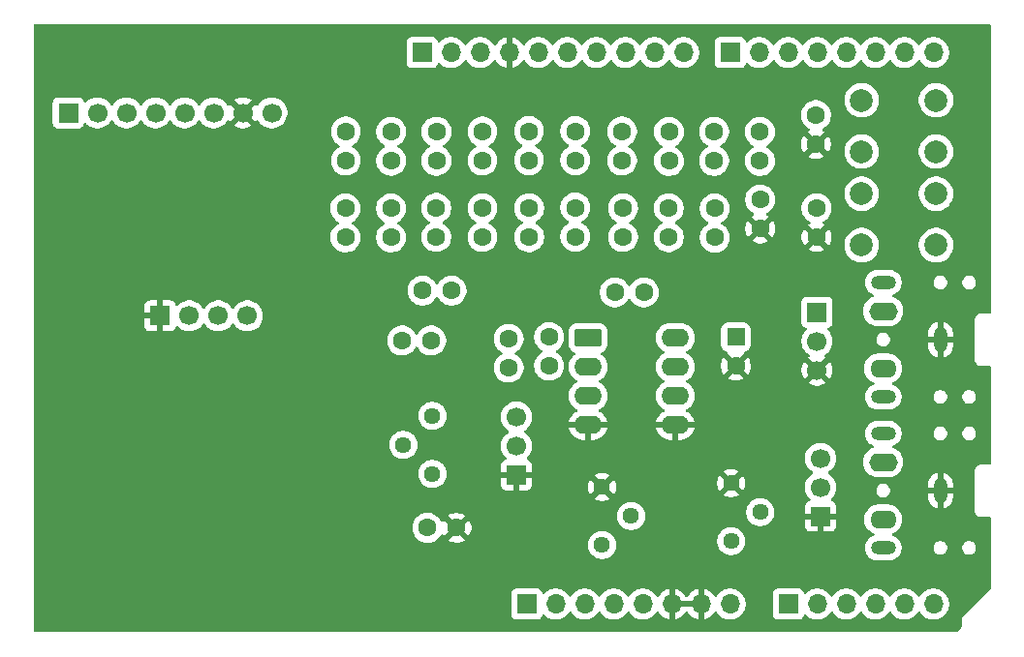
<source format=gbr>
%TF.GenerationSoftware,KiCad,Pcbnew,9.0.2*%
%TF.CreationDate,2026-02-03T17:52:07-07:00*%
%TF.ProjectId,Uno_Shield_DSP_Class_v1,556e6f5f-5368-4696-956c-645f4453505f,rev?*%
%TF.SameCoordinates,Original*%
%TF.FileFunction,Copper,L2,Bot*%
%TF.FilePolarity,Positive*%
%FSLAX46Y46*%
G04 Gerber Fmt 4.6, Leading zero omitted, Abs format (unit mm)*
G04 Created by KiCad (PCBNEW 9.0.2) date 2026-02-03 17:52:07*
%MOMM*%
%LPD*%
G01*
G04 APERTURE LIST*
G04 Aperture macros list*
%AMRoundRect*
0 Rectangle with rounded corners*
0 $1 Rounding radius*
0 $2 $3 $4 $5 $6 $7 $8 $9 X,Y pos of 4 corners*
0 Add a 4 corners polygon primitive as box body*
4,1,4,$2,$3,$4,$5,$6,$7,$8,$9,$2,$3,0*
0 Add four circle primitives for the rounded corners*
1,1,$1+$1,$2,$3*
1,1,$1+$1,$4,$5*
1,1,$1+$1,$6,$7*
1,1,$1+$1,$8,$9*
0 Add four rect primitives between the rounded corners*
20,1,$1+$1,$2,$3,$4,$5,0*
20,1,$1+$1,$4,$5,$6,$7,0*
20,1,$1+$1,$6,$7,$8,$9,0*
20,1,$1+$1,$8,$9,$2,$3,0*%
G04 Aperture macros list end*
%TA.AperFunction,ComponentPad*%
%ADD10R,1.700000X1.700000*%
%TD*%
%TA.AperFunction,ComponentPad*%
%ADD11O,1.700000X1.700000*%
%TD*%
%TA.AperFunction,ComponentPad*%
%ADD12C,1.600000*%
%TD*%
%TA.AperFunction,ComponentPad*%
%ADD13C,2.000000*%
%TD*%
%TA.AperFunction,ComponentPad*%
%ADD14C,1.700000*%
%TD*%
%TA.AperFunction,ComponentPad*%
%ADD15O,2.200000X1.200000*%
%TD*%
%TA.AperFunction,ComponentPad*%
%ADD16O,2.300000X1.600000*%
%TD*%
%TA.AperFunction,ComponentPad*%
%ADD17O,1.200000X2.200000*%
%TD*%
%TA.AperFunction,ComponentPad*%
%ADD18O,2.500000X1.600000*%
%TD*%
%TA.AperFunction,ComponentPad*%
%ADD19RoundRect,0.250000X-0.550000X0.550000X-0.550000X-0.550000X0.550000X-0.550000X0.550000X0.550000X0*%
%TD*%
%TA.AperFunction,ComponentPad*%
%ADD20C,1.440000*%
%TD*%
%TA.AperFunction,ComponentPad*%
%ADD21RoundRect,0.250000X-0.950000X-0.550000X0.950000X-0.550000X0.950000X0.550000X-0.950000X0.550000X0*%
%TD*%
%TA.AperFunction,ComponentPad*%
%ADD22O,2.400000X1.600000*%
%TD*%
G04 APERTURE END LIST*
D10*
%TO.P,J1,1,Pin_1*%
%TO.N,unconnected-(J1-Pin_1-Pad1)*%
X127940000Y-97460000D03*
D11*
%TO.P,J1,2,Pin_2*%
%TO.N,/IOREF*%
X130480000Y-97460000D03*
%TO.P,J1,3,Pin_3*%
%TO.N,/~{RESET}*%
X133020000Y-97460000D03*
%TO.P,J1,4,Pin_4*%
%TO.N,+3V3*%
X135560000Y-97460000D03*
%TO.P,J1,5,Pin_5*%
%TO.N,+5V*%
X138100000Y-97460000D03*
%TO.P,J1,6,Pin_6*%
%TO.N,GND*%
X140640000Y-97460000D03*
%TO.P,J1,7,Pin_7*%
X143180000Y-97460000D03*
%TO.P,J1,8,Pin_8*%
%TO.N,VCC*%
X145720000Y-97460000D03*
%TD*%
D10*
%TO.P,J3,1,Pin_1*%
%TO.N,/A0*%
X150800000Y-97460000D03*
D11*
%TO.P,J3,2,Pin_2*%
%TO.N,/A1*%
X153340000Y-97460000D03*
%TO.P,J3,3,Pin_3*%
%TO.N,/IN_RIGHT*%
X155880000Y-97460000D03*
%TO.P,J3,4,Pin_4*%
%TO.N,/IN_LEFT*%
X158420000Y-97460000D03*
%TO.P,J3,5,Pin_5*%
%TO.N,/SDA{slash}A4*%
X160960000Y-97460000D03*
%TO.P,J3,6,Pin_6*%
%TO.N,/SCL{slash}A5*%
X163500000Y-97460000D03*
%TD*%
D10*
%TO.P,J2,1,Pin_1*%
%TO.N,/SCL*%
X118796000Y-49200000D03*
D11*
%TO.P,J2,2,Pin_2*%
%TO.N,/SDA*%
X121336000Y-49200000D03*
%TO.P,J2,3,Pin_3*%
%TO.N,/AREF*%
X123876000Y-49200000D03*
%TO.P,J2,4,Pin_4*%
%TO.N,GND*%
X126416000Y-49200000D03*
%TO.P,J2,5,Pin_5*%
%TO.N,/D9*%
X128956000Y-49200000D03*
%TO.P,J2,6,Pin_6*%
%TO.N,/D8*%
X131496000Y-49200000D03*
%TO.P,J2,7,Pin_7*%
%TO.N,/D7*%
X134036000Y-49200000D03*
%TO.P,J2,8,Pin_8*%
%TO.N,/D6*%
X136576000Y-49200000D03*
%TO.P,J2,9,Pin_9*%
%TO.N,/D5*%
X139116000Y-49200000D03*
%TO.P,J2,10,Pin_10*%
%TO.N,/D4*%
X141656000Y-49200000D03*
%TD*%
D10*
%TO.P,J4,1,Pin_1*%
%TO.N,/D3*%
X145720000Y-49200000D03*
D11*
%TO.P,J4,2,Pin_2*%
%TO.N,/D2*%
X148260000Y-49200000D03*
%TO.P,J4,3,Pin_3*%
%TO.N,/D1*%
X150800000Y-49200000D03*
%TO.P,J4,4,Pin_4*%
%TO.N,/D0*%
X153340000Y-49200000D03*
%TO.P,J4,5,Pin_5*%
%TO.N,/BT2*%
X155880000Y-49200000D03*
%TO.P,J4,6,Pin_6*%
%TO.N,/BT1*%
X158420000Y-49200000D03*
%TO.P,J4,7,Pin_7*%
%TO.N,/TX{slash}1*%
X160960000Y-49200000D03*
%TO.P,J4,8,Pin_8*%
%TO.N,/RX{slash}0*%
X163500000Y-49200000D03*
%TD*%
D12*
%TO.P,R9,1*%
%TO.N,Net-(R10-Pad1)*%
X136350000Y-62810000D03*
%TO.P,R9,2*%
%TO.N,Net-(R7-Pad1)*%
X136350000Y-65350000D03*
%TD*%
%TO.P,R13,1*%
%TO.N,Net-(R13-Pad1)*%
X128150000Y-62820000D03*
%TO.P,R13,2*%
%TO.N,Net-(R11-Pad1)*%
X128150000Y-65360000D03*
%TD*%
%TO.P,R14,1*%
%TO.N,Net-(R13-Pad1)*%
X128130000Y-58620000D03*
%TO.P,R14,2*%
%TO.N,/D5*%
X128130000Y-56080000D03*
%TD*%
%TO.P,R18,1*%
%TO.N,Net-(R17-Pad1)*%
X120050000Y-58670000D03*
%TO.P,R18,2*%
%TO.N,/D7*%
X120050000Y-56130000D03*
%TD*%
%TO.P,R4,1*%
%TO.N,Net-(R3-Pad2)*%
X148320000Y-58690000D03*
%TO.P,R4,2*%
%TO.N,/D0*%
X148320000Y-56150000D03*
%TD*%
%TO.P,R15,1*%
%TO.N,Net-(R15-Pad1)*%
X124070000Y-62810000D03*
%TO.P,R15,2*%
%TO.N,Net-(R13-Pad1)*%
X124070000Y-65350000D03*
%TD*%
%TO.P,R19,1*%
%TO.N,Net-(R19-Pad1)*%
X116080000Y-62840000D03*
%TO.P,R19,2*%
%TO.N,Net-(R17-Pad1)*%
X116080000Y-65380000D03*
%TD*%
%TO.P,C2,1*%
%TO.N,Net-(U1A--)*%
X129890000Y-76600000D03*
%TO.P,C2,2*%
%TO.N,Net-(C2-Pad2)*%
X129890000Y-74100000D03*
%TD*%
%TO.P,R7,1*%
%TO.N,Net-(R7-Pad1)*%
X140350000Y-62820000D03*
%TO.P,R7,2*%
%TO.N,Net-(R5-Pad1)*%
X140350000Y-65360000D03*
%TD*%
%TO.P,R21,1*%
%TO.N,Net-(R21-Pad1)*%
X112090000Y-62840000D03*
%TO.P,R21,2*%
%TO.N,Net-(R19-Pad1)*%
X112090000Y-65380000D03*
%TD*%
D13*
%TO.P,SW2,1,1*%
%TO.N,+5V*%
X163710000Y-66050000D03*
X157210000Y-66050000D03*
%TO.P,SW2,2,2*%
%TO.N,/BT2*%
X163710000Y-61550000D03*
X157210000Y-61550000D03*
%TD*%
D12*
%TO.P,R20,1*%
%TO.N,Net-(R19-Pad1)*%
X116090000Y-58670000D03*
%TO.P,R20,2*%
%TO.N,/D8*%
X116090000Y-56130000D03*
%TD*%
%TO.P,R6,1*%
%TO.N,Net-(R5-Pad1)*%
X144310000Y-58680000D03*
%TO.P,R6,2*%
%TO.N,/D1*%
X144310000Y-56140000D03*
%TD*%
D10*
%TO.P,J7,1,Pin_1*%
%TO.N,/AUDIO_OUT*%
X153310000Y-71920000D03*
D14*
%TO.P,J7,2,Pin_2*%
X153310000Y-74460000D03*
%TO.P,J7,3,Pin_3*%
%TO.N,GND*%
X153310000Y-77000000D03*
%TD*%
D12*
%TO.P,R10,1*%
%TO.N,Net-(R10-Pad1)*%
X136270000Y-58650000D03*
%TO.P,R10,2*%
%TO.N,/D3*%
X136270000Y-56110000D03*
%TD*%
D10*
%TO.P,J5,1,Pin_1*%
%TO.N,unconnected-(J5-Pin_1-Pad1)*%
X87877000Y-54475000D03*
D14*
%TO.P,J5,2,Pin_2*%
%TO.N,unconnected-(J5-Pin_2-Pad2)*%
X90417000Y-54475000D03*
%TO.P,J5,3,Pin_3*%
%TO.N,unconnected-(J5-Pin_3-Pad3)*%
X92957000Y-54475000D03*
%TO.P,J5,4,Pin_4*%
%TO.N,unconnected-(J5-Pin_4-Pad4)*%
X95497000Y-54475000D03*
%TO.P,J5,5,Pin_5*%
%TO.N,/SDA*%
X98037000Y-54475000D03*
%TO.P,J5,6,Pin_6*%
%TO.N,/SCL*%
X100577000Y-54475000D03*
%TO.P,J5,7,Pin_7*%
%TO.N,GND*%
X103117000Y-54475000D03*
%TO.P,J5,8,Pin_8*%
%TO.N,+5V*%
X105657000Y-54475000D03*
%TD*%
D12*
%TO.P,R26,1*%
%TO.N,Net-(R26-Pad1)*%
X119260000Y-90790000D03*
%TO.P,R26,2*%
%TO.N,GND*%
X121800000Y-90790000D03*
%TD*%
D15*
%TO.P,J11,R*%
%TO.N,/AUDIO_OUT*%
X159090000Y-79330000D03*
D16*
%TO.P,J11,RN*%
X159090000Y-76830000D03*
D17*
%TO.P,J11,S*%
%TO.N,GND*%
X164090000Y-74330000D03*
D15*
%TO.P,J11,T*%
%TO.N,/AUDIO_OUT*%
X159090000Y-69330000D03*
D18*
%TO.P,J11,TN*%
X159090000Y-71830000D03*
%TD*%
D12*
%TO.P,R5,1*%
%TO.N,Net-(R5-Pad1)*%
X144370000Y-62850000D03*
%TO.P,R5,2*%
%TO.N,Net-(R3-Pad2)*%
X144370000Y-65390000D03*
%TD*%
D19*
%TO.P,C1,1*%
%TO.N,+5V*%
X146210000Y-74107620D03*
D12*
%TO.P,C1,2*%
%TO.N,GND*%
X146210000Y-76607620D03*
%TD*%
%TO.P,R24,1*%
%TO.N,Net-(C2-Pad2)*%
X126360000Y-74240000D03*
%TO.P,R24,2*%
%TO.N,Net-(U1A--)*%
X126360000Y-76780000D03*
%TD*%
%TO.P,R12,1*%
%TO.N,Net-(R11-Pad1)*%
X132180000Y-58620000D03*
%TO.P,R12,2*%
%TO.N,/D4*%
X132180000Y-56080000D03*
%TD*%
D13*
%TO.P,SW1,1,1*%
%TO.N,+5V*%
X163710000Y-57870000D03*
X157210000Y-57870000D03*
%TO.P,SW1,2,2*%
%TO.N,/BT1*%
X163710000Y-53370000D03*
X157210000Y-53370000D03*
%TD*%
D12*
%TO.P,R11,1*%
%TO.N,Net-(R11-Pad1)*%
X132180000Y-62770000D03*
%TO.P,R11,2*%
%TO.N,Net-(R10-Pad1)*%
X132180000Y-65310000D03*
%TD*%
%TO.P,R22,1*%
%TO.N,Net-(R21-Pad1)*%
X112130000Y-58650000D03*
%TO.P,R22,2*%
%TO.N,/D9*%
X112130000Y-56110000D03*
%TD*%
D10*
%TO.P,J12,1,Pin_1*%
%TO.N,GND*%
X153620000Y-89780000D03*
D14*
%TO.P,J12,2,Pin_2*%
%TO.N,/IN_RIGHT*%
X153620000Y-87240000D03*
%TO.P,J12,3,Pin_3*%
%TO.N,/IN_LEFT*%
X153620000Y-84700000D03*
%TD*%
D12*
%TO.P,R1,1*%
%TO.N,/BT1*%
X153220000Y-54670000D03*
%TO.P,R1,2*%
%TO.N,GND*%
X153220000Y-57210000D03*
%TD*%
%TO.P,R27,1*%
%TO.N,/AUDIO_OUT*%
X138180000Y-70180000D03*
%TO.P,R27,2*%
%TO.N,Net-(C2-Pad2)*%
X135640000Y-70180000D03*
%TD*%
%TO.P,R17,1*%
%TO.N,Net-(R17-Pad1)*%
X120030000Y-62800000D03*
%TO.P,R17,2*%
%TO.N,Net-(R15-Pad1)*%
X120030000Y-65340000D03*
%TD*%
%TO.P,R25,1*%
%TO.N,+5V*%
X117047000Y-74400000D03*
%TO.P,R25,2*%
%TO.N,Net-(R25-Pad2)*%
X119587000Y-74400000D03*
%TD*%
%TO.P,R16,1*%
%TO.N,Net-(R15-Pad1)*%
X124070000Y-58650000D03*
%TO.P,R16,2*%
%TO.N,/D6*%
X124070000Y-56110000D03*
%TD*%
D20*
%TO.P,RV1,1,1*%
%TO.N,+5V*%
X134522000Y-92290000D03*
%TO.P,RV1,2,2*%
%TO.N,/A0*%
X137062000Y-89750000D03*
%TO.P,RV1,3,3*%
%TO.N,GND*%
X134522000Y-87210000D03*
%TD*%
D12*
%TO.P,R2,1*%
%TO.N,/BT2*%
X153260000Y-62810000D03*
%TO.P,R2,2*%
%TO.N,GND*%
X153260000Y-65350000D03*
%TD*%
D21*
%TO.P,U1,1*%
%TO.N,Net-(C2-Pad2)*%
X133300000Y-74170000D03*
D22*
%TO.P,U1,2,-*%
%TO.N,Net-(U1A--)*%
X133300000Y-76710000D03*
%TO.P,U1,3,+*%
%TO.N,Net-(J9-Pin_2)*%
X133300000Y-79250000D03*
%TO.P,U1,4,V-*%
%TO.N,GND*%
X133300000Y-81790000D03*
%TO.P,U1,5,+*%
X140920000Y-81790000D03*
%TO.P,U1,6,-*%
%TO.N,Net-(U1B--)*%
X140920000Y-79250000D03*
%TO.P,U1,7*%
X140920000Y-76710000D03*
%TO.P,U1,8,V+*%
%TO.N,+5V*%
X140920000Y-74170000D03*
%TD*%
D10*
%TO.P,J9,1,Pin_1*%
%TO.N,GND*%
X127040000Y-86170000D03*
D14*
%TO.P,J9,2,Pin_2*%
%TO.N,Net-(J9-Pin_2)*%
X127040000Y-83630000D03*
%TO.P,J9,3,Pin_3*%
%TO.N,Net-(J9-Pin_3)*%
X127040000Y-81090000D03*
%TD*%
D12*
%TO.P,R3,1*%
%TO.N,GND*%
X148340000Y-64610000D03*
%TO.P,R3,2*%
%TO.N,Net-(R3-Pad2)*%
X148340000Y-62070000D03*
%TD*%
D15*
%TO.P,J10,R*%
%TO.N,/IN_RIGHT*%
X159090000Y-92540000D03*
D16*
%TO.P,J10,RN*%
X159090000Y-90040000D03*
D17*
%TO.P,J10,S*%
%TO.N,GND*%
X164090000Y-87540000D03*
D15*
%TO.P,J10,T*%
%TO.N,/IN_LEFT*%
X159090000Y-82540000D03*
D18*
%TO.P,J10,TN*%
X159090000Y-85040000D03*
%TD*%
D20*
%TO.P,RV3,1,1*%
%TO.N,Net-(R25-Pad2)*%
X119705000Y-81000000D03*
%TO.P,RV3,2,2*%
%TO.N,Net-(J9-Pin_3)*%
X117165000Y-83540000D03*
%TO.P,RV3,3,3*%
%TO.N,Net-(R26-Pad1)*%
X119705000Y-86080000D03*
%TD*%
%TO.P,RV2,1,1*%
%TO.N,+5V*%
X145810000Y-91950000D03*
%TO.P,RV2,2,2*%
%TO.N,/A1*%
X148350000Y-89410000D03*
%TO.P,RV2,3,3*%
%TO.N,GND*%
X145810000Y-86870000D03*
%TD*%
D12*
%TO.P,R8,1*%
%TO.N,Net-(R7-Pad1)*%
X140370000Y-58690000D03*
%TO.P,R8,2*%
%TO.N,/D2*%
X140370000Y-56150000D03*
%TD*%
D10*
%TO.P,J6,1,Pin_1*%
%TO.N,GND*%
X95900000Y-72240000D03*
D14*
%TO.P,J6,2,Pin_2*%
%TO.N,+5V*%
X98440000Y-72240000D03*
%TO.P,J6,3,Pin_3*%
%TO.N,/SCL*%
X100980000Y-72240000D03*
%TO.P,J6,4,Pin_4*%
%TO.N,/SDA*%
X103520000Y-72240000D03*
%TD*%
D12*
%TO.P,R23,1*%
%TO.N,Net-(U1A--)*%
X121370000Y-70040000D03*
%TO.P,R23,2*%
%TO.N,Net-(R21-Pad1)*%
X118830000Y-70040000D03*
%TD*%
%TA.AperFunction,Conductor*%
%TO.N,GND*%
G36*
X142714075Y-97267007D02*
G01*
X142680000Y-97394174D01*
X142680000Y-97525826D01*
X142714075Y-97652993D01*
X142746988Y-97710000D01*
X141073012Y-97710000D01*
X141105925Y-97652993D01*
X141140000Y-97525826D01*
X141140000Y-97394174D01*
X141105925Y-97267007D01*
X141073012Y-97210000D01*
X142746988Y-97210000D01*
X142714075Y-97267007D01*
G37*
%TD.AperFunction*%
%TA.AperFunction,Conductor*%
G36*
X168447539Y-46755185D02*
G01*
X168493294Y-46807989D01*
X168504500Y-46859500D01*
X168504500Y-61872940D01*
X168504455Y-61873396D01*
X168504475Y-61885109D01*
X168504500Y-61899934D01*
X168504500Y-61915018D01*
X168504524Y-61915077D01*
X168504544Y-61927134D01*
X168504545Y-61927135D01*
X168514500Y-67830319D01*
X168514500Y-71930500D01*
X168494815Y-71997539D01*
X168442011Y-72043294D01*
X168390500Y-72054500D01*
X167614531Y-72054500D01*
X167590000Y-72054500D01*
X167527399Y-72054500D01*
X167446775Y-72076103D01*
X167406463Y-72086905D01*
X167298037Y-72149504D01*
X167298034Y-72149506D01*
X167209506Y-72238034D01*
X167209504Y-72238037D01*
X167146905Y-72346463D01*
X167146905Y-72346464D01*
X167114500Y-72467399D01*
X167114500Y-72514982D01*
X167114500Y-76105469D01*
X167114500Y-76130000D01*
X167114500Y-76192601D01*
X167146905Y-76313536D01*
X167209505Y-76421964D01*
X167298036Y-76510495D01*
X167406464Y-76573095D01*
X167527399Y-76605500D01*
X167574982Y-76605500D01*
X168390500Y-76605500D01*
X168457539Y-76625185D01*
X168503294Y-76677989D01*
X168514500Y-76729500D01*
X168514500Y-85140500D01*
X168494815Y-85207539D01*
X168442011Y-85253294D01*
X168390500Y-85264500D01*
X167614531Y-85264500D01*
X167590000Y-85264500D01*
X167527399Y-85264500D01*
X167470703Y-85279692D01*
X167406463Y-85296905D01*
X167298037Y-85359504D01*
X167298034Y-85359506D01*
X167209506Y-85448034D01*
X167209504Y-85448037D01*
X167146905Y-85556463D01*
X167139257Y-85585006D01*
X167114500Y-85677399D01*
X167114500Y-85724982D01*
X167114500Y-89315469D01*
X167114500Y-89340000D01*
X167114500Y-89402601D01*
X167146905Y-89523536D01*
X167209505Y-89631964D01*
X167298036Y-89720495D01*
X167406464Y-89783095D01*
X167527399Y-89815500D01*
X167574982Y-89815500D01*
X168390500Y-89815500D01*
X168457539Y-89835185D01*
X168503294Y-89887989D01*
X168514500Y-89939500D01*
X168514500Y-94039532D01*
X168514499Y-94040109D01*
X168504882Y-96107556D01*
X168484885Y-96174503D01*
X168468564Y-96194660D01*
X165997233Y-98665994D01*
X165975995Y-98687231D01*
X165964500Y-98714982D01*
X165964500Y-99231907D01*
X165963903Y-99244062D01*
X165952505Y-99359778D01*
X165947763Y-99383618D01*
X165917832Y-99482290D01*
X165915789Y-99489024D01*
X165906486Y-99511482D01*
X165854561Y-99608627D01*
X165841056Y-99628839D01*
X165771176Y-99713988D01*
X165753988Y-99731176D01*
X165668839Y-99801056D01*
X165648627Y-99814561D01*
X165551482Y-99866486D01*
X165529028Y-99875787D01*
X165487028Y-99888528D01*
X165423618Y-99907763D01*
X165399778Y-99912505D01*
X165291162Y-99923203D01*
X165284060Y-99923903D01*
X165271907Y-99924500D01*
X84961500Y-99924500D01*
X84894461Y-99904815D01*
X84848706Y-99852011D01*
X84837500Y-99800500D01*
X84837500Y-96561345D01*
X126581500Y-96561345D01*
X126581500Y-98358654D01*
X126588011Y-98419202D01*
X126588011Y-98419204D01*
X126639111Y-98556204D01*
X126726739Y-98673261D01*
X126843796Y-98760889D01*
X126980799Y-98811989D01*
X127008050Y-98814918D01*
X127041345Y-98818499D01*
X127041362Y-98818500D01*
X128838638Y-98818500D01*
X128838654Y-98818499D01*
X128865692Y-98815591D01*
X128899201Y-98811989D01*
X129036204Y-98760889D01*
X129153261Y-98673261D01*
X129240889Y-98556204D01*
X129285957Y-98435371D01*
X129327827Y-98379442D01*
X129393291Y-98355025D01*
X129461564Y-98369877D01*
X129489818Y-98391028D01*
X129594996Y-98496206D01*
X129767991Y-98621894D01*
X129854542Y-98665994D01*
X129958516Y-98718972D01*
X129958519Y-98718973D01*
X130060200Y-98752010D01*
X130161884Y-98785049D01*
X130373084Y-98818500D01*
X130373085Y-98818500D01*
X130586915Y-98818500D01*
X130586916Y-98818500D01*
X130798116Y-98785049D01*
X131001483Y-98718972D01*
X131192009Y-98621894D01*
X131365004Y-98496206D01*
X131516206Y-98345004D01*
X131641894Y-98172009D01*
X131641896Y-98172004D01*
X131644270Y-98168132D01*
X131696080Y-98121254D01*
X131765009Y-98109829D01*
X131829173Y-98137483D01*
X131855730Y-98168132D01*
X131858103Y-98172005D01*
X131858105Y-98172008D01*
X131858106Y-98172009D01*
X131983794Y-98345004D01*
X132134996Y-98496206D01*
X132307991Y-98621894D01*
X132394542Y-98665994D01*
X132498516Y-98718972D01*
X132498519Y-98718973D01*
X132600200Y-98752010D01*
X132701884Y-98785049D01*
X132913084Y-98818500D01*
X132913085Y-98818500D01*
X133126915Y-98818500D01*
X133126916Y-98818500D01*
X133338116Y-98785049D01*
X133541483Y-98718972D01*
X133732009Y-98621894D01*
X133905004Y-98496206D01*
X134056206Y-98345004D01*
X134181894Y-98172009D01*
X134181896Y-98172004D01*
X134184270Y-98168132D01*
X134236080Y-98121254D01*
X134305009Y-98109829D01*
X134369173Y-98137483D01*
X134395730Y-98168132D01*
X134398103Y-98172005D01*
X134398105Y-98172008D01*
X134398106Y-98172009D01*
X134523794Y-98345004D01*
X134674996Y-98496206D01*
X134847991Y-98621894D01*
X134934542Y-98665994D01*
X135038516Y-98718972D01*
X135038519Y-98718973D01*
X135140200Y-98752010D01*
X135241884Y-98785049D01*
X135453084Y-98818500D01*
X135453085Y-98818500D01*
X135666915Y-98818500D01*
X135666916Y-98818500D01*
X135878116Y-98785049D01*
X136081483Y-98718972D01*
X136272009Y-98621894D01*
X136445004Y-98496206D01*
X136596206Y-98345004D01*
X136721894Y-98172009D01*
X136721896Y-98172004D01*
X136724270Y-98168132D01*
X136776080Y-98121254D01*
X136845009Y-98109829D01*
X136909173Y-98137483D01*
X136935730Y-98168132D01*
X136938103Y-98172005D01*
X136938105Y-98172008D01*
X136938106Y-98172009D01*
X137063794Y-98345004D01*
X137214996Y-98496206D01*
X137387991Y-98621894D01*
X137474542Y-98665994D01*
X137578516Y-98718972D01*
X137578519Y-98718973D01*
X137680200Y-98752010D01*
X137781884Y-98785049D01*
X137993084Y-98818500D01*
X137993085Y-98818500D01*
X138206915Y-98818500D01*
X138206916Y-98818500D01*
X138418116Y-98785049D01*
X138621483Y-98718972D01*
X138812009Y-98621894D01*
X138985004Y-98496206D01*
X139136206Y-98345004D01*
X139261894Y-98172009D01*
X139264283Y-98167319D01*
X139312254Y-98116522D01*
X139380074Y-98099724D01*
X139446210Y-98122258D01*
X139482201Y-98163788D01*
X139482832Y-98163402D01*
X139485164Y-98167207D01*
X139485251Y-98167308D01*
X139485376Y-98167554D01*
X139610272Y-98339459D01*
X139610276Y-98339464D01*
X139760535Y-98489723D01*
X139760540Y-98489727D01*
X139932442Y-98614620D01*
X140121782Y-98711095D01*
X140323871Y-98776757D01*
X140390000Y-98787231D01*
X140390000Y-97893012D01*
X140447007Y-97925925D01*
X140574174Y-97960000D01*
X140705826Y-97960000D01*
X140832993Y-97925925D01*
X140890000Y-97893012D01*
X140890000Y-98787230D01*
X140956126Y-98776757D01*
X140956129Y-98776757D01*
X141158217Y-98711095D01*
X141347557Y-98614620D01*
X141519459Y-98489727D01*
X141519464Y-98489723D01*
X141669723Y-98339464D01*
X141669727Y-98339459D01*
X141794620Y-98167558D01*
X141799514Y-98157954D01*
X141847488Y-98107157D01*
X141915308Y-98090361D01*
X141981444Y-98112897D01*
X142020486Y-98157954D01*
X142025379Y-98167558D01*
X142150272Y-98339459D01*
X142150276Y-98339464D01*
X142300535Y-98489723D01*
X142300540Y-98489727D01*
X142472442Y-98614620D01*
X142661782Y-98711095D01*
X142863871Y-98776757D01*
X142930000Y-98787231D01*
X142930000Y-97893012D01*
X142987007Y-97925925D01*
X143114174Y-97960000D01*
X143245826Y-97960000D01*
X143372993Y-97925925D01*
X143430000Y-97893012D01*
X143430000Y-98787230D01*
X143496126Y-98776757D01*
X143496129Y-98776757D01*
X143698217Y-98711095D01*
X143887557Y-98614620D01*
X144059459Y-98489727D01*
X144059464Y-98489723D01*
X144209723Y-98339464D01*
X144209727Y-98339459D01*
X144334619Y-98167560D01*
X144334738Y-98167327D01*
X144334808Y-98167252D01*
X144337168Y-98163402D01*
X144337976Y-98163897D01*
X144382707Y-98116526D01*
X144450526Y-98099723D01*
X144516663Y-98122254D01*
X144555712Y-98167311D01*
X144558105Y-98172008D01*
X144600002Y-98229674D01*
X144683794Y-98345004D01*
X144834996Y-98496206D01*
X145007991Y-98621894D01*
X145094542Y-98665994D01*
X145198516Y-98718972D01*
X145198519Y-98718973D01*
X145300200Y-98752010D01*
X145401884Y-98785049D01*
X145613084Y-98818500D01*
X145613085Y-98818500D01*
X145826915Y-98818500D01*
X145826916Y-98818500D01*
X146038116Y-98785049D01*
X146241483Y-98718972D01*
X146432009Y-98621894D01*
X146605004Y-98496206D01*
X146756206Y-98345004D01*
X146881894Y-98172009D01*
X146978972Y-97981483D01*
X147045049Y-97778116D01*
X147078500Y-97566916D01*
X147078500Y-97353084D01*
X147045049Y-97141884D01*
X146978972Y-96938517D01*
X146978972Y-96938516D01*
X146923495Y-96829638D01*
X146881894Y-96747991D01*
X146756206Y-96574996D01*
X146742555Y-96561345D01*
X149441500Y-96561345D01*
X149441500Y-98358654D01*
X149448011Y-98419202D01*
X149448011Y-98419204D01*
X149499111Y-98556204D01*
X149586739Y-98673261D01*
X149703796Y-98760889D01*
X149840799Y-98811989D01*
X149868050Y-98814918D01*
X149901345Y-98818499D01*
X149901362Y-98818500D01*
X151698638Y-98818500D01*
X151698654Y-98818499D01*
X151725692Y-98815591D01*
X151759201Y-98811989D01*
X151896204Y-98760889D01*
X152013261Y-98673261D01*
X152100889Y-98556204D01*
X152145957Y-98435371D01*
X152187827Y-98379442D01*
X152253291Y-98355025D01*
X152321564Y-98369877D01*
X152349818Y-98391028D01*
X152454996Y-98496206D01*
X152627991Y-98621894D01*
X152714542Y-98665994D01*
X152818516Y-98718972D01*
X152818519Y-98718973D01*
X152920200Y-98752010D01*
X153021884Y-98785049D01*
X153233084Y-98818500D01*
X153233085Y-98818500D01*
X153446915Y-98818500D01*
X153446916Y-98818500D01*
X153658116Y-98785049D01*
X153861483Y-98718972D01*
X154052009Y-98621894D01*
X154225004Y-98496206D01*
X154376206Y-98345004D01*
X154501894Y-98172009D01*
X154501896Y-98172004D01*
X154504270Y-98168132D01*
X154556080Y-98121254D01*
X154625009Y-98109829D01*
X154689173Y-98137483D01*
X154715730Y-98168132D01*
X154718103Y-98172005D01*
X154718105Y-98172008D01*
X154718106Y-98172009D01*
X154843794Y-98345004D01*
X154994996Y-98496206D01*
X155167991Y-98621894D01*
X155254542Y-98665994D01*
X155358516Y-98718972D01*
X155358519Y-98718973D01*
X155460200Y-98752010D01*
X155561884Y-98785049D01*
X155773084Y-98818500D01*
X155773085Y-98818500D01*
X155986915Y-98818500D01*
X155986916Y-98818500D01*
X156198116Y-98785049D01*
X156401483Y-98718972D01*
X156592009Y-98621894D01*
X156765004Y-98496206D01*
X156916206Y-98345004D01*
X157041894Y-98172009D01*
X157041896Y-98172004D01*
X157044270Y-98168132D01*
X157096080Y-98121254D01*
X157165009Y-98109829D01*
X157229173Y-98137483D01*
X157255730Y-98168132D01*
X157258103Y-98172005D01*
X157258105Y-98172008D01*
X157258106Y-98172009D01*
X157383794Y-98345004D01*
X157534996Y-98496206D01*
X157707991Y-98621894D01*
X157794542Y-98665994D01*
X157898516Y-98718972D01*
X157898519Y-98718973D01*
X158000200Y-98752010D01*
X158101884Y-98785049D01*
X158313084Y-98818500D01*
X158313085Y-98818500D01*
X158526915Y-98818500D01*
X158526916Y-98818500D01*
X158738116Y-98785049D01*
X158941483Y-98718972D01*
X159132009Y-98621894D01*
X159305004Y-98496206D01*
X159456206Y-98345004D01*
X159581894Y-98172009D01*
X159581896Y-98172004D01*
X159584270Y-98168132D01*
X159636080Y-98121254D01*
X159705009Y-98109829D01*
X159769173Y-98137483D01*
X159795730Y-98168132D01*
X159798103Y-98172005D01*
X159798105Y-98172008D01*
X159798106Y-98172009D01*
X159923794Y-98345004D01*
X160074996Y-98496206D01*
X160247991Y-98621894D01*
X160334542Y-98665994D01*
X160438516Y-98718972D01*
X160438519Y-98718973D01*
X160540200Y-98752010D01*
X160641884Y-98785049D01*
X160853084Y-98818500D01*
X160853085Y-98818500D01*
X161066915Y-98818500D01*
X161066916Y-98818500D01*
X161278116Y-98785049D01*
X161481483Y-98718972D01*
X161672009Y-98621894D01*
X161845004Y-98496206D01*
X161996206Y-98345004D01*
X162121894Y-98172009D01*
X162121896Y-98172004D01*
X162124270Y-98168132D01*
X162176080Y-98121254D01*
X162245009Y-98109829D01*
X162309173Y-98137483D01*
X162335730Y-98168132D01*
X162338103Y-98172005D01*
X162338105Y-98172008D01*
X162338106Y-98172009D01*
X162463794Y-98345004D01*
X162614996Y-98496206D01*
X162787991Y-98621894D01*
X162874542Y-98665994D01*
X162978516Y-98718972D01*
X162978519Y-98718973D01*
X163080200Y-98752010D01*
X163181884Y-98785049D01*
X163393084Y-98818500D01*
X163393085Y-98818500D01*
X163606915Y-98818500D01*
X163606916Y-98818500D01*
X163818116Y-98785049D01*
X164021483Y-98718972D01*
X164212009Y-98621894D01*
X164385004Y-98496206D01*
X164536206Y-98345004D01*
X164661894Y-98172009D01*
X164758972Y-97981483D01*
X164825049Y-97778116D01*
X164858500Y-97566916D01*
X164858500Y-97353084D01*
X164825049Y-97141884D01*
X164758972Y-96938517D01*
X164758972Y-96938516D01*
X164703495Y-96829638D01*
X164661894Y-96747991D01*
X164536206Y-96574996D01*
X164385004Y-96423794D01*
X164212009Y-96298106D01*
X164021483Y-96201027D01*
X164021480Y-96201026D01*
X163818117Y-96134951D01*
X163712516Y-96118225D01*
X163606916Y-96101500D01*
X163393084Y-96101500D01*
X163322684Y-96112650D01*
X163181882Y-96134951D01*
X162978519Y-96201026D01*
X162978516Y-96201027D01*
X162787990Y-96298106D01*
X162614993Y-96423796D01*
X162463796Y-96574993D01*
X162338105Y-96747991D01*
X162335727Y-96751873D01*
X162283914Y-96798748D01*
X162214984Y-96810169D01*
X162150822Y-96782512D01*
X162124273Y-96751873D01*
X162121894Y-96747991D01*
X162121891Y-96747987D01*
X161996206Y-96574996D01*
X161845004Y-96423794D01*
X161672009Y-96298106D01*
X161481483Y-96201027D01*
X161481480Y-96201026D01*
X161278117Y-96134951D01*
X161172516Y-96118225D01*
X161066916Y-96101500D01*
X160853084Y-96101500D01*
X160782684Y-96112650D01*
X160641882Y-96134951D01*
X160438519Y-96201026D01*
X160438516Y-96201027D01*
X160247990Y-96298106D01*
X160074993Y-96423796D01*
X159923796Y-96574993D01*
X159798105Y-96747991D01*
X159795727Y-96751873D01*
X159743914Y-96798748D01*
X159674984Y-96810169D01*
X159610822Y-96782512D01*
X159584273Y-96751873D01*
X159581894Y-96747991D01*
X159581891Y-96747987D01*
X159456206Y-96574996D01*
X159305004Y-96423794D01*
X159132009Y-96298106D01*
X158941483Y-96201027D01*
X158941480Y-96201026D01*
X158738117Y-96134951D01*
X158632516Y-96118225D01*
X158526916Y-96101500D01*
X158313084Y-96101500D01*
X158242684Y-96112650D01*
X158101882Y-96134951D01*
X157898519Y-96201026D01*
X157898516Y-96201027D01*
X157707990Y-96298106D01*
X157534993Y-96423796D01*
X157383796Y-96574993D01*
X157258105Y-96747991D01*
X157255727Y-96751873D01*
X157203914Y-96798748D01*
X157134984Y-96810169D01*
X157070822Y-96782512D01*
X157044273Y-96751873D01*
X157041894Y-96747991D01*
X157041891Y-96747987D01*
X156916206Y-96574996D01*
X156765004Y-96423794D01*
X156592009Y-96298106D01*
X156401483Y-96201027D01*
X156401480Y-96201026D01*
X156198117Y-96134951D01*
X156092516Y-96118225D01*
X155986916Y-96101500D01*
X155773084Y-96101500D01*
X155702684Y-96112650D01*
X155561882Y-96134951D01*
X155358519Y-96201026D01*
X155358516Y-96201027D01*
X155167990Y-96298106D01*
X154994993Y-96423796D01*
X154843796Y-96574993D01*
X154718105Y-96747991D01*
X154715727Y-96751873D01*
X154663914Y-96798748D01*
X154594984Y-96810169D01*
X154530822Y-96782512D01*
X154504273Y-96751873D01*
X154501894Y-96747991D01*
X154501891Y-96747987D01*
X154376206Y-96574996D01*
X154225004Y-96423794D01*
X154052009Y-96298106D01*
X153861483Y-96201027D01*
X153861480Y-96201026D01*
X153658117Y-96134951D01*
X153552516Y-96118225D01*
X153446916Y-96101500D01*
X153233084Y-96101500D01*
X153162684Y-96112650D01*
X153021882Y-96134951D01*
X152818519Y-96201026D01*
X152818516Y-96201027D01*
X152627990Y-96298106D01*
X152454997Y-96423793D01*
X152349818Y-96528972D01*
X152288495Y-96562456D01*
X152218803Y-96557472D01*
X152162870Y-96515600D01*
X152145958Y-96484629D01*
X152100889Y-96363796D01*
X152013261Y-96246739D01*
X151896204Y-96159111D01*
X151894780Y-96158580D01*
X151759203Y-96108011D01*
X151698654Y-96101500D01*
X151698638Y-96101500D01*
X149901362Y-96101500D01*
X149901345Y-96101500D01*
X149840797Y-96108011D01*
X149840795Y-96108011D01*
X149703795Y-96159111D01*
X149586739Y-96246739D01*
X149499111Y-96363795D01*
X149448011Y-96500795D01*
X149448011Y-96500797D01*
X149441500Y-96561345D01*
X146742555Y-96561345D01*
X146605004Y-96423794D01*
X146432009Y-96298106D01*
X146241483Y-96201027D01*
X146241480Y-96201026D01*
X146038117Y-96134951D01*
X145932516Y-96118225D01*
X145826916Y-96101500D01*
X145613084Y-96101500D01*
X145542684Y-96112650D01*
X145401882Y-96134951D01*
X145198519Y-96201026D01*
X145198516Y-96201027D01*
X145007990Y-96298106D01*
X144834993Y-96423796D01*
X144683796Y-96574993D01*
X144558103Y-96747994D01*
X144555709Y-96752693D01*
X144507731Y-96803485D01*
X144439908Y-96820275D01*
X144373775Y-96797732D01*
X144337800Y-96756210D01*
X144337168Y-96756598D01*
X144334829Y-96752781D01*
X144334743Y-96752682D01*
X144334620Y-96752441D01*
X144209727Y-96580540D01*
X144209723Y-96580535D01*
X144059464Y-96430276D01*
X144059459Y-96430272D01*
X143887557Y-96305379D01*
X143698215Y-96208903D01*
X143496124Y-96143241D01*
X143430000Y-96132768D01*
X143430000Y-97026988D01*
X143372993Y-96994075D01*
X143245826Y-96960000D01*
X143114174Y-96960000D01*
X142987007Y-96994075D01*
X142930000Y-97026988D01*
X142930000Y-96132768D01*
X142929999Y-96132768D01*
X142863875Y-96143241D01*
X142661784Y-96208903D01*
X142472442Y-96305379D01*
X142300540Y-96430272D01*
X142300535Y-96430276D01*
X142150276Y-96580535D01*
X142150272Y-96580540D01*
X142025377Y-96752444D01*
X142020484Y-96762048D01*
X141972509Y-96812844D01*
X141904688Y-96829638D01*
X141838553Y-96807100D01*
X141799516Y-96762048D01*
X141794622Y-96752444D01*
X141669727Y-96580540D01*
X141669723Y-96580535D01*
X141519464Y-96430276D01*
X141519459Y-96430272D01*
X141347557Y-96305379D01*
X141158215Y-96208903D01*
X140956124Y-96143241D01*
X140890000Y-96132768D01*
X140890000Y-97026988D01*
X140832993Y-96994075D01*
X140705826Y-96960000D01*
X140574174Y-96960000D01*
X140447007Y-96994075D01*
X140390000Y-97026988D01*
X140390000Y-96132768D01*
X140389999Y-96132768D01*
X140323875Y-96143241D01*
X140121784Y-96208903D01*
X139932442Y-96305379D01*
X139760540Y-96430272D01*
X139760535Y-96430276D01*
X139610276Y-96580535D01*
X139610272Y-96580540D01*
X139485376Y-96752446D01*
X139485374Y-96752448D01*
X139485246Y-96752701D01*
X139485172Y-96752779D01*
X139482832Y-96756598D01*
X139482029Y-96756106D01*
X139437264Y-96803489D01*
X139369441Y-96820274D01*
X139303309Y-96797727D01*
X139264285Y-96752683D01*
X139261895Y-96747992D01*
X139230472Y-96704742D01*
X139136206Y-96574996D01*
X138985004Y-96423794D01*
X138812009Y-96298106D01*
X138621483Y-96201027D01*
X138621480Y-96201026D01*
X138418117Y-96134951D01*
X138312516Y-96118225D01*
X138206916Y-96101500D01*
X137993084Y-96101500D01*
X137922684Y-96112650D01*
X137781882Y-96134951D01*
X137578519Y-96201026D01*
X137578516Y-96201027D01*
X137387990Y-96298106D01*
X137214993Y-96423796D01*
X137063796Y-96574993D01*
X136938105Y-96747991D01*
X136935727Y-96751873D01*
X136883914Y-96798748D01*
X136814984Y-96810169D01*
X136750822Y-96782512D01*
X136724273Y-96751873D01*
X136721894Y-96747991D01*
X136721891Y-96747987D01*
X136596206Y-96574996D01*
X136445004Y-96423794D01*
X136272009Y-96298106D01*
X136081483Y-96201027D01*
X136081480Y-96201026D01*
X135878117Y-96134951D01*
X135772516Y-96118225D01*
X135666916Y-96101500D01*
X135453084Y-96101500D01*
X135382684Y-96112650D01*
X135241882Y-96134951D01*
X135038519Y-96201026D01*
X135038516Y-96201027D01*
X134847990Y-96298106D01*
X134674993Y-96423796D01*
X134523796Y-96574993D01*
X134398105Y-96747991D01*
X134395727Y-96751873D01*
X134343914Y-96798748D01*
X134274984Y-96810169D01*
X134210822Y-96782512D01*
X134184273Y-96751873D01*
X134181894Y-96747991D01*
X134181891Y-96747987D01*
X134056206Y-96574996D01*
X133905004Y-96423794D01*
X133732009Y-96298106D01*
X133541483Y-96201027D01*
X133541480Y-96201026D01*
X133338117Y-96134951D01*
X133232516Y-96118225D01*
X133126916Y-96101500D01*
X132913084Y-96101500D01*
X132842684Y-96112650D01*
X132701882Y-96134951D01*
X132498519Y-96201026D01*
X132498516Y-96201027D01*
X132307990Y-96298106D01*
X132134993Y-96423796D01*
X131983796Y-96574993D01*
X131858105Y-96747991D01*
X131855727Y-96751873D01*
X131803914Y-96798748D01*
X131734984Y-96810169D01*
X131670822Y-96782512D01*
X131644273Y-96751873D01*
X131641894Y-96747991D01*
X131641891Y-96747987D01*
X131516206Y-96574996D01*
X131365004Y-96423794D01*
X131192009Y-96298106D01*
X131001483Y-96201027D01*
X131001480Y-96201026D01*
X130798117Y-96134951D01*
X130692516Y-96118225D01*
X130586916Y-96101500D01*
X130373084Y-96101500D01*
X130302684Y-96112650D01*
X130161882Y-96134951D01*
X129958519Y-96201026D01*
X129958516Y-96201027D01*
X129767990Y-96298106D01*
X129594997Y-96423793D01*
X129489818Y-96528972D01*
X129428495Y-96562456D01*
X129358803Y-96557472D01*
X129302870Y-96515600D01*
X129285958Y-96484629D01*
X129240889Y-96363796D01*
X129153261Y-96246739D01*
X129036204Y-96159111D01*
X129034780Y-96158580D01*
X128899203Y-96108011D01*
X128838654Y-96101500D01*
X128838638Y-96101500D01*
X127041362Y-96101500D01*
X127041345Y-96101500D01*
X126980797Y-96108011D01*
X126980795Y-96108011D01*
X126843795Y-96159111D01*
X126726739Y-96246739D01*
X126639111Y-96363795D01*
X126588011Y-96500795D01*
X126588011Y-96500797D01*
X126581500Y-96561345D01*
X84837500Y-96561345D01*
X84837500Y-92193315D01*
X133293500Y-92193315D01*
X133293500Y-92386685D01*
X133299027Y-92421580D01*
X133323750Y-92577675D01*
X133383502Y-92761577D01*
X133383503Y-92761580D01*
X133402863Y-92799575D01*
X133458473Y-92908716D01*
X133471294Y-92933877D01*
X133584946Y-93090307D01*
X133584950Y-93090312D01*
X133721687Y-93227049D01*
X133721692Y-93227053D01*
X133858139Y-93326186D01*
X133878126Y-93340708D01*
X133966069Y-93385517D01*
X134050419Y-93428496D01*
X134050422Y-93428497D01*
X134142373Y-93458373D01*
X134234326Y-93488250D01*
X134425315Y-93518500D01*
X134425316Y-93518500D01*
X134618684Y-93518500D01*
X134618685Y-93518500D01*
X134809674Y-93488250D01*
X134993580Y-93428496D01*
X135165874Y-93340708D01*
X135322314Y-93227048D01*
X135459048Y-93090314D01*
X135572708Y-92933874D01*
X135660496Y-92761580D01*
X135720250Y-92577674D01*
X135750500Y-92386685D01*
X135750500Y-92193315D01*
X135720250Y-92002326D01*
X135671834Y-91853315D01*
X144581500Y-91853315D01*
X144581500Y-92046685D01*
X144589707Y-92098500D01*
X144611750Y-92237675D01*
X144671502Y-92421577D01*
X144671503Y-92421580D01*
X144687390Y-92452759D01*
X144751038Y-92577675D01*
X144759294Y-92593877D01*
X144872946Y-92750307D01*
X144872950Y-92750312D01*
X145009687Y-92887049D01*
X145009692Y-92887053D01*
X145117684Y-92965513D01*
X145166126Y-93000708D01*
X145278756Y-93058095D01*
X145338419Y-93088496D01*
X145338422Y-93088497D01*
X145372524Y-93099577D01*
X145522326Y-93148250D01*
X145713315Y-93178500D01*
X145713316Y-93178500D01*
X145906684Y-93178500D01*
X145906685Y-93178500D01*
X146097674Y-93148250D01*
X146281580Y-93088496D01*
X146453874Y-93000708D01*
X146610314Y-92887048D01*
X146747048Y-92750314D01*
X146860708Y-92593874D01*
X146948496Y-92421580D01*
X147008250Y-92237674D01*
X147038500Y-92046685D01*
X147038500Y-91853315D01*
X147008250Y-91662326D01*
X146959638Y-91512711D01*
X146948497Y-91478422D01*
X146948496Y-91478419D01*
X146918095Y-91418756D01*
X146860708Y-91306126D01*
X146821844Y-91252634D01*
X146747053Y-91149692D01*
X146747049Y-91149687D01*
X146610312Y-91012950D01*
X146610307Y-91012946D01*
X146453877Y-90899294D01*
X146453876Y-90899293D01*
X146453874Y-90899292D01*
X146398675Y-90871166D01*
X146281580Y-90811503D01*
X146281577Y-90811502D01*
X146097675Y-90751750D01*
X146002179Y-90736625D01*
X145906685Y-90721500D01*
X145713315Y-90721500D01*
X145649652Y-90731583D01*
X145522324Y-90751750D01*
X145338422Y-90811502D01*
X145338419Y-90811503D01*
X145166122Y-90899294D01*
X145009692Y-91012946D01*
X145009687Y-91012950D01*
X144872950Y-91149687D01*
X144872946Y-91149692D01*
X144759294Y-91306122D01*
X144671503Y-91478419D01*
X144671502Y-91478422D01*
X144611750Y-91662324D01*
X144606657Y-91694481D01*
X144581500Y-91853315D01*
X135671834Y-91853315D01*
X135660496Y-91818420D01*
X135660496Y-91818419D01*
X135597346Y-91694481D01*
X135572708Y-91646126D01*
X135478109Y-91515921D01*
X135459053Y-91489692D01*
X135459049Y-91489687D01*
X135322312Y-91352950D01*
X135322307Y-91352946D01*
X135165877Y-91239294D01*
X135165876Y-91239293D01*
X135165874Y-91239292D01*
X135110675Y-91211166D01*
X134993580Y-91151503D01*
X134993577Y-91151502D01*
X134809675Y-91091750D01*
X134693502Y-91073350D01*
X134618685Y-91061500D01*
X134425315Y-91061500D01*
X134361652Y-91071583D01*
X134234324Y-91091750D01*
X134050422Y-91151502D01*
X134050419Y-91151503D01*
X133878122Y-91239294D01*
X133721692Y-91352946D01*
X133721687Y-91352950D01*
X133584950Y-91489687D01*
X133584946Y-91489692D01*
X133471294Y-91646122D01*
X133383503Y-91818419D01*
X133383502Y-91818422D01*
X133323750Y-92002324D01*
X133308517Y-92098500D01*
X133293500Y-92193315D01*
X84837500Y-92193315D01*
X84837500Y-90687019D01*
X117951500Y-90687019D01*
X117951500Y-90892980D01*
X117983719Y-91096408D01*
X118047367Y-91292294D01*
X118111671Y-91418496D01*
X118138602Y-91471350D01*
X118140873Y-91475806D01*
X118261926Y-91642423D01*
X118261930Y-91642428D01*
X118407571Y-91788069D01*
X118407576Y-91788073D01*
X118497375Y-91853315D01*
X118574197Y-91909129D01*
X118672111Y-91959019D01*
X118757705Y-92002632D01*
X118757707Y-92002632D01*
X118757710Y-92002634D01*
X118862707Y-92036749D01*
X118953591Y-92066280D01*
X119055305Y-92082390D01*
X119157019Y-92098500D01*
X119157020Y-92098500D01*
X119362980Y-92098500D01*
X119362981Y-92098500D01*
X119566408Y-92066280D01*
X119762290Y-92002634D01*
X119762895Y-92002326D01*
X119805881Y-91980423D01*
X119945803Y-91909129D01*
X120112430Y-91788068D01*
X120258068Y-91642430D01*
X120379129Y-91475803D01*
X120424284Y-91387180D01*
X120472258Y-91336384D01*
X120540079Y-91319589D01*
X120606214Y-91342126D01*
X120645254Y-91387180D01*
X120688141Y-91471350D01*
X120688147Y-91471359D01*
X120720523Y-91515921D01*
X120720524Y-91515922D01*
X121400000Y-90836446D01*
X121400000Y-90842661D01*
X121427259Y-90944394D01*
X121479920Y-91035606D01*
X121554394Y-91110080D01*
X121645606Y-91162741D01*
X121747339Y-91190000D01*
X121753553Y-91190000D01*
X121074076Y-91869474D01*
X121118650Y-91901859D01*
X121300968Y-91994755D01*
X121495582Y-92057990D01*
X121697683Y-92090000D01*
X121902317Y-92090000D01*
X122054035Y-92065970D01*
X122104417Y-92057990D01*
X122299031Y-91994755D01*
X122481349Y-91901859D01*
X122525921Y-91869474D01*
X121846447Y-91190000D01*
X121852661Y-91190000D01*
X121954394Y-91162741D01*
X122045606Y-91110080D01*
X122120080Y-91035606D01*
X122172741Y-90944394D01*
X122200000Y-90842661D01*
X122200000Y-90836447D01*
X122879474Y-91515921D01*
X122911859Y-91471349D01*
X123004755Y-91289031D01*
X123067990Y-91094417D01*
X123100000Y-90892317D01*
X123100000Y-90687682D01*
X123067990Y-90485582D01*
X123004755Y-90290968D01*
X122911859Y-90108650D01*
X122879474Y-90064077D01*
X122879474Y-90064076D01*
X122200000Y-90743551D01*
X122200000Y-90737339D01*
X122172741Y-90635606D01*
X122120080Y-90544394D01*
X122045606Y-90469920D01*
X121954394Y-90417259D01*
X121852661Y-90390000D01*
X121846446Y-90390000D01*
X122525922Y-89710524D01*
X122525921Y-89710523D01*
X122481359Y-89678147D01*
X122481350Y-89678141D01*
X122432627Y-89653315D01*
X135833500Y-89653315D01*
X135833500Y-89846685D01*
X135839027Y-89881580D01*
X135863750Y-90037675D01*
X135923502Y-90221577D01*
X135923503Y-90221580D01*
X135983166Y-90338675D01*
X136009318Y-90390000D01*
X136011294Y-90393877D01*
X136124946Y-90550307D01*
X136124950Y-90550312D01*
X136261687Y-90687049D01*
X136261692Y-90687053D01*
X136350741Y-90751750D01*
X136418126Y-90800708D01*
X136500464Y-90842661D01*
X136590419Y-90888496D01*
X136590422Y-90888497D01*
X136623653Y-90899294D01*
X136774326Y-90948250D01*
X136965315Y-90978500D01*
X136965316Y-90978500D01*
X137158684Y-90978500D01*
X137158685Y-90978500D01*
X137349674Y-90948250D01*
X137533580Y-90888496D01*
X137705874Y-90800708D01*
X137862314Y-90687048D01*
X137999048Y-90550314D01*
X138112708Y-90393874D01*
X138200496Y-90221580D01*
X138260250Y-90037674D01*
X138290500Y-89846685D01*
X138290500Y-89653315D01*
X138260250Y-89462326D01*
X138211833Y-89313315D01*
X147121500Y-89313315D01*
X147121500Y-89506684D01*
X147151750Y-89697675D01*
X147211502Y-89881577D01*
X147211503Y-89881580D01*
X147258081Y-89972993D01*
X147291038Y-90037675D01*
X147299294Y-90053877D01*
X147412946Y-90210307D01*
X147412950Y-90210312D01*
X147549687Y-90347049D01*
X147549692Y-90347053D01*
X147646323Y-90417259D01*
X147706126Y-90460708D01*
X147818756Y-90518095D01*
X147878419Y-90548496D01*
X147878422Y-90548497D01*
X147970373Y-90578373D01*
X148062326Y-90608250D01*
X148253315Y-90638500D01*
X148253316Y-90638500D01*
X148446684Y-90638500D01*
X148446685Y-90638500D01*
X148637674Y-90608250D01*
X148821580Y-90548496D01*
X148993874Y-90460708D01*
X149150314Y-90347048D01*
X149287048Y-90210314D01*
X149400708Y-90053874D01*
X149474672Y-89908709D01*
X149488494Y-89881585D01*
X149488497Y-89881577D01*
X149517624Y-89791932D01*
X149548250Y-89697674D01*
X149578500Y-89506685D01*
X149578500Y-89313315D01*
X149548250Y-89122326D01*
X149502267Y-88980804D01*
X149488497Y-88938422D01*
X149488496Y-88938419D01*
X149458095Y-88878756D01*
X149400708Y-88766126D01*
X149352152Y-88699294D01*
X149287053Y-88609692D01*
X149287049Y-88609687D01*
X149150312Y-88472950D01*
X149150307Y-88472946D01*
X148993877Y-88359294D01*
X148993876Y-88359293D01*
X148993874Y-88359292D01*
X148938675Y-88331166D01*
X148821580Y-88271503D01*
X148821577Y-88271502D01*
X148637675Y-88211750D01*
X148542179Y-88196625D01*
X148446685Y-88181500D01*
X148253315Y-88181500D01*
X148189652Y-88191583D01*
X148062324Y-88211750D01*
X147878422Y-88271502D01*
X147878419Y-88271503D01*
X147706122Y-88359294D01*
X147549692Y-88472946D01*
X147549687Y-88472950D01*
X147412950Y-88609687D01*
X147412946Y-88609692D01*
X147299294Y-88766122D01*
X147211503Y-88938419D01*
X147211502Y-88938422D01*
X147151750Y-89122324D01*
X147121500Y-89313315D01*
X138211833Y-89313315D01*
X138210797Y-89310126D01*
X138200498Y-89278425D01*
X138200496Y-89278419D01*
X138170095Y-89218756D01*
X138112708Y-89106126D01*
X138098186Y-89086139D01*
X137999053Y-88949692D01*
X137999049Y-88949687D01*
X137862312Y-88812950D01*
X137862307Y-88812946D01*
X137705877Y-88699294D01*
X137705876Y-88699293D01*
X137705874Y-88699292D01*
X137650675Y-88671166D01*
X137533580Y-88611503D01*
X137533577Y-88611502D01*
X137349675Y-88551750D01*
X137254179Y-88536625D01*
X137158685Y-88521500D01*
X136965315Y-88521500D01*
X136901652Y-88531583D01*
X136774324Y-88551750D01*
X136590422Y-88611502D01*
X136590419Y-88611503D01*
X136418122Y-88699294D01*
X136261692Y-88812946D01*
X136261687Y-88812950D01*
X136124950Y-88949687D01*
X136124946Y-88949692D01*
X136011294Y-89106122D01*
X135923503Y-89278419D01*
X135923502Y-89278422D01*
X135863750Y-89462324D01*
X135863750Y-89462326D01*
X135833500Y-89653315D01*
X122432627Y-89653315D01*
X122299031Y-89585244D01*
X122104417Y-89522009D01*
X121902317Y-89490000D01*
X121697683Y-89490000D01*
X121495582Y-89522009D01*
X121300968Y-89585244D01*
X121118644Y-89678143D01*
X121074077Y-89710523D01*
X121074077Y-89710524D01*
X121753554Y-90390000D01*
X121747339Y-90390000D01*
X121645606Y-90417259D01*
X121554394Y-90469920D01*
X121479920Y-90544394D01*
X121427259Y-90635606D01*
X121400000Y-90737339D01*
X121400000Y-90743553D01*
X120720524Y-90064077D01*
X120720523Y-90064077D01*
X120688143Y-90108645D01*
X120688141Y-90108648D01*
X120645253Y-90192820D01*
X120597279Y-90243615D01*
X120529457Y-90260410D01*
X120463323Y-90237872D01*
X120424284Y-90192819D01*
X120417803Y-90180099D01*
X120379129Y-90104197D01*
X120342570Y-90053877D01*
X120258073Y-89937576D01*
X120258069Y-89937571D01*
X120112428Y-89791930D01*
X120112423Y-89791926D01*
X119945806Y-89670873D01*
X119945805Y-89670872D01*
X119945803Y-89670871D01*
X119869440Y-89631962D01*
X119762294Y-89577367D01*
X119566408Y-89513719D01*
X119390794Y-89485905D01*
X119362981Y-89481500D01*
X119157019Y-89481500D01*
X119132550Y-89485375D01*
X118953591Y-89513719D01*
X118757705Y-89577367D01*
X118574193Y-89670873D01*
X118407576Y-89791926D01*
X118407571Y-89791930D01*
X118261930Y-89937571D01*
X118261926Y-89937576D01*
X118140873Y-90104193D01*
X118047367Y-90287705D01*
X117983719Y-90483591D01*
X117951500Y-90687019D01*
X84837500Y-90687019D01*
X84837500Y-85983315D01*
X118476500Y-85983315D01*
X118476500Y-86176684D01*
X118506750Y-86367675D01*
X118566502Y-86551577D01*
X118566503Y-86551580D01*
X118609480Y-86635925D01*
X118651563Y-86718519D01*
X118654294Y-86723877D01*
X118767946Y-86880307D01*
X118767950Y-86880312D01*
X118904687Y-87017049D01*
X118904692Y-87017053D01*
X119013155Y-87095855D01*
X119061126Y-87130708D01*
X119140773Y-87171290D01*
X119233419Y-87218496D01*
X119233422Y-87218497D01*
X119308039Y-87242741D01*
X119417326Y-87278250D01*
X119608315Y-87308500D01*
X119608316Y-87308500D01*
X119801684Y-87308500D01*
X119801685Y-87308500D01*
X119992674Y-87278250D01*
X120176580Y-87218496D01*
X120348874Y-87130708D01*
X120505314Y-87017048D01*
X120642048Y-86880314D01*
X120755708Y-86723874D01*
X120843496Y-86551580D01*
X120903250Y-86367674D01*
X120933500Y-86176685D01*
X120933500Y-85983315D01*
X120903250Y-85792326D01*
X120873373Y-85700373D01*
X120843497Y-85608422D01*
X120843496Y-85608419D01*
X120809801Y-85542290D01*
X120755708Y-85436126D01*
X120716941Y-85382767D01*
X120642053Y-85279692D01*
X120642049Y-85279687D01*
X120505312Y-85142950D01*
X120505307Y-85142946D01*
X120348877Y-85029294D01*
X120348876Y-85029293D01*
X120348874Y-85029292D01*
X120268815Y-84988500D01*
X120176580Y-84941503D01*
X120176577Y-84941502D01*
X119992675Y-84881750D01*
X119897179Y-84866625D01*
X119801685Y-84851500D01*
X119608315Y-84851500D01*
X119544652Y-84861583D01*
X119417324Y-84881750D01*
X119233422Y-84941502D01*
X119233419Y-84941503D01*
X119061122Y-85029294D01*
X118904692Y-85142946D01*
X118904687Y-85142950D01*
X118767950Y-85279687D01*
X118767946Y-85279692D01*
X118654294Y-85436122D01*
X118566503Y-85608419D01*
X118566502Y-85608422D01*
X118506750Y-85792324D01*
X118476500Y-85983315D01*
X84837500Y-85983315D01*
X84837500Y-83443315D01*
X115936500Y-83443315D01*
X115936500Y-83636685D01*
X115951517Y-83731500D01*
X115966750Y-83827675D01*
X116026502Y-84011577D01*
X116026503Y-84011580D01*
X116086166Y-84128675D01*
X116111563Y-84178519D01*
X116114294Y-84183877D01*
X116227946Y-84340307D01*
X116227950Y-84340312D01*
X116364687Y-84477049D01*
X116364692Y-84477053D01*
X116448173Y-84537705D01*
X116521126Y-84590708D01*
X116633756Y-84648095D01*
X116693419Y-84678496D01*
X116693422Y-84678497D01*
X116785373Y-84708373D01*
X116877326Y-84738250D01*
X117068315Y-84768500D01*
X117068316Y-84768500D01*
X117261684Y-84768500D01*
X117261685Y-84768500D01*
X117452674Y-84738250D01*
X117636580Y-84678496D01*
X117808874Y-84590708D01*
X117965314Y-84477048D01*
X118102048Y-84340314D01*
X118215708Y-84183874D01*
X118303496Y-84011580D01*
X118363250Y-83827674D01*
X118393500Y-83636685D01*
X118393500Y-83443315D01*
X118363250Y-83252326D01*
X118316524Y-83108516D01*
X118303497Y-83068422D01*
X118303496Y-83068419D01*
X118251062Y-82965513D01*
X118215708Y-82896126D01*
X118145559Y-82799574D01*
X118102053Y-82739692D01*
X118102049Y-82739687D01*
X117965312Y-82602950D01*
X117965307Y-82602946D01*
X117808877Y-82489294D01*
X117808876Y-82489293D01*
X117808874Y-82489292D01*
X117710520Y-82439178D01*
X117636580Y-82401503D01*
X117636577Y-82401502D01*
X117452675Y-82341750D01*
X117357179Y-82326625D01*
X117261685Y-82311500D01*
X117068315Y-82311500D01*
X117004652Y-82321583D01*
X116877324Y-82341750D01*
X116693422Y-82401502D01*
X116693419Y-82401503D01*
X116521122Y-82489294D01*
X116364692Y-82602946D01*
X116364687Y-82602950D01*
X116227950Y-82739687D01*
X116227946Y-82739692D01*
X116114294Y-82896122D01*
X116026503Y-83068419D01*
X116026502Y-83068422D01*
X115966750Y-83252324D01*
X115957317Y-83311882D01*
X115936500Y-83443315D01*
X84837500Y-83443315D01*
X84837500Y-80903315D01*
X118476500Y-80903315D01*
X118476500Y-81096684D01*
X118506750Y-81287675D01*
X118566502Y-81471577D01*
X118566503Y-81471580D01*
X118626166Y-81588675D01*
X118650079Y-81635606D01*
X118654294Y-81643877D01*
X118767946Y-81800307D01*
X118767950Y-81800312D01*
X118904687Y-81937049D01*
X118904692Y-81937053D01*
X119040340Y-82035606D01*
X119061126Y-82050708D01*
X119173756Y-82108095D01*
X119233419Y-82138496D01*
X119233422Y-82138497D01*
X119308039Y-82162741D01*
X119417326Y-82198250D01*
X119608315Y-82228500D01*
X119608316Y-82228500D01*
X119801684Y-82228500D01*
X119801685Y-82228500D01*
X119992674Y-82198250D01*
X120176580Y-82138496D01*
X120348874Y-82050708D01*
X120505314Y-81937048D01*
X120642048Y-81800314D01*
X120755708Y-81643874D01*
X120843496Y-81471580D01*
X120903250Y-81287674D01*
X120933500Y-81096685D01*
X120933500Y-80983084D01*
X125681500Y-80983084D01*
X125681500Y-81196915D01*
X125714951Y-81408117D01*
X125781026Y-81611480D01*
X125781027Y-81611483D01*
X125845155Y-81737339D01*
X125878106Y-81802009D01*
X126003794Y-81975004D01*
X126154996Y-82126206D01*
X126295792Y-82228500D01*
X126327991Y-82251894D01*
X126331873Y-82254273D01*
X126378748Y-82306086D01*
X126390169Y-82375016D01*
X126362512Y-82439178D01*
X126331873Y-82465727D01*
X126327991Y-82468105D01*
X126154993Y-82593796D01*
X126003796Y-82744993D01*
X125878106Y-82917990D01*
X125781027Y-83108516D01*
X125781026Y-83108519D01*
X125714951Y-83311882D01*
X125681500Y-83523084D01*
X125681500Y-83736915D01*
X125714951Y-83948117D01*
X125781026Y-84151480D01*
X125781027Y-84151483D01*
X125799418Y-84187576D01*
X125878106Y-84342009D01*
X126003794Y-84515004D01*
X126003796Y-84515006D01*
X126115578Y-84626788D01*
X126149063Y-84688111D01*
X126144079Y-84757803D01*
X126102207Y-84813736D01*
X126071230Y-84830651D01*
X125947913Y-84876645D01*
X125947906Y-84876649D01*
X125832812Y-84962809D01*
X125832809Y-84962812D01*
X125746649Y-85077906D01*
X125746645Y-85077913D01*
X125696403Y-85212620D01*
X125696401Y-85212627D01*
X125690000Y-85272155D01*
X125690000Y-85920000D01*
X126606988Y-85920000D01*
X126574075Y-85977007D01*
X126540000Y-86104174D01*
X126540000Y-86235826D01*
X126574075Y-86362993D01*
X126606988Y-86420000D01*
X125690000Y-86420000D01*
X125690000Y-87067844D01*
X125696401Y-87127372D01*
X125696403Y-87127379D01*
X125746645Y-87262086D01*
X125746649Y-87262093D01*
X125832809Y-87377187D01*
X125832812Y-87377190D01*
X125947906Y-87463350D01*
X125947913Y-87463354D01*
X126082620Y-87513596D01*
X126082627Y-87513598D01*
X126142155Y-87519999D01*
X126142172Y-87520000D01*
X126790000Y-87520000D01*
X126790000Y-86603012D01*
X126847007Y-86635925D01*
X126974174Y-86670000D01*
X127105826Y-86670000D01*
X127232993Y-86635925D01*
X127290000Y-86603012D01*
X127290000Y-87520000D01*
X127937828Y-87520000D01*
X127937844Y-87519999D01*
X127997372Y-87513598D01*
X127997379Y-87513596D01*
X128132086Y-87463354D01*
X128132093Y-87463350D01*
X128247187Y-87377190D01*
X128247190Y-87377187D01*
X128333350Y-87262093D01*
X128333354Y-87262086D01*
X128383596Y-87127379D01*
X128383598Y-87127373D01*
X128385038Y-87113984D01*
X133302000Y-87113984D01*
X133302000Y-87306015D01*
X133332040Y-87495684D01*
X133391383Y-87678321D01*
X133478561Y-87849415D01*
X133499798Y-87878646D01*
X134122000Y-87256445D01*
X134122000Y-87262661D01*
X134149259Y-87364394D01*
X134201920Y-87455606D01*
X134276394Y-87530080D01*
X134367606Y-87582741D01*
X134469339Y-87610000D01*
X134475554Y-87610000D01*
X133853351Y-88232200D01*
X133853352Y-88232201D01*
X133882577Y-88253434D01*
X134053678Y-88340616D01*
X134236315Y-88399959D01*
X134425985Y-88430000D01*
X134618015Y-88430000D01*
X134807684Y-88399959D01*
X134990321Y-88340616D01*
X135161419Y-88253436D01*
X135190646Y-88232201D01*
X135190646Y-88232200D01*
X134568447Y-87610000D01*
X134574661Y-87610000D01*
X134676394Y-87582741D01*
X134767606Y-87530080D01*
X134842080Y-87455606D01*
X134894741Y-87364394D01*
X134922000Y-87262661D01*
X134922000Y-87256446D01*
X135544200Y-87878646D01*
X135544201Y-87878646D01*
X135565438Y-87849417D01*
X135565438Y-87849416D01*
X135596402Y-87788647D01*
X135596402Y-87788646D01*
X135652616Y-87678321D01*
X135711959Y-87495684D01*
X135742000Y-87306015D01*
X135742000Y-87113984D01*
X135711958Y-86924314D01*
X135711958Y-86924311D01*
X135673981Y-86807430D01*
X135663113Y-86773984D01*
X144590000Y-86773984D01*
X144590000Y-86966015D01*
X144620040Y-87155684D01*
X144679383Y-87338321D01*
X144766561Y-87509415D01*
X144787798Y-87538646D01*
X145410000Y-86916445D01*
X145410000Y-86922661D01*
X145437259Y-87024394D01*
X145489920Y-87115606D01*
X145564394Y-87190080D01*
X145655606Y-87242741D01*
X145757339Y-87270000D01*
X145763554Y-87270000D01*
X145141351Y-87892200D01*
X145141352Y-87892201D01*
X145170577Y-87913434D01*
X145341678Y-88000616D01*
X145524315Y-88059959D01*
X145713985Y-88090000D01*
X145906015Y-88090000D01*
X146095684Y-88059959D01*
X146278321Y-88000616D01*
X146449419Y-87913436D01*
X146478646Y-87892201D01*
X146478646Y-87892200D01*
X145856447Y-87270000D01*
X145862661Y-87270000D01*
X145964394Y-87242741D01*
X146055606Y-87190080D01*
X146130080Y-87115606D01*
X146182741Y-87024394D01*
X146210000Y-86922661D01*
X146210000Y-86916446D01*
X146832200Y-87538646D01*
X146832201Y-87538646D01*
X146853436Y-87509419D01*
X146940616Y-87338321D01*
X146999959Y-87155684D01*
X147030000Y-86966015D01*
X147030000Y-86773984D01*
X146999959Y-86584315D01*
X146940616Y-86401678D01*
X146853434Y-86230577D01*
X146832201Y-86201352D01*
X146832200Y-86201351D01*
X146210000Y-86823552D01*
X146210000Y-86817339D01*
X146182741Y-86715606D01*
X146130080Y-86624394D01*
X146055606Y-86549920D01*
X145964394Y-86497259D01*
X145862661Y-86470000D01*
X145856447Y-86470000D01*
X146478646Y-85847798D01*
X146449415Y-85826561D01*
X146278321Y-85739383D01*
X146095684Y-85680040D01*
X145906015Y-85650000D01*
X145713985Y-85650000D01*
X145524315Y-85680040D01*
X145341678Y-85739383D01*
X145170578Y-85826564D01*
X145141352Y-85847798D01*
X145141351Y-85847798D01*
X145763554Y-86470000D01*
X145757339Y-86470000D01*
X145655606Y-86497259D01*
X145564394Y-86549920D01*
X145489920Y-86624394D01*
X145437259Y-86715606D01*
X145410000Y-86817339D01*
X145410000Y-86823553D01*
X144787798Y-86201351D01*
X144787798Y-86201352D01*
X144766564Y-86230578D01*
X144679383Y-86401678D01*
X144620040Y-86584315D01*
X144590000Y-86773984D01*
X135663113Y-86773984D01*
X135652616Y-86741679D01*
X135565434Y-86570577D01*
X135544201Y-86541352D01*
X135544200Y-86541351D01*
X134922000Y-87163552D01*
X134922000Y-87157339D01*
X134894741Y-87055606D01*
X134842080Y-86964394D01*
X134767606Y-86889920D01*
X134676394Y-86837259D01*
X134574661Y-86810000D01*
X134568447Y-86810000D01*
X135190646Y-86187798D01*
X135161415Y-86166561D01*
X134990321Y-86079383D01*
X134807684Y-86020041D01*
X134791831Y-86017530D01*
X134618015Y-85990000D01*
X134425985Y-85990000D01*
X134236315Y-86020040D01*
X134053678Y-86079383D01*
X133882578Y-86166564D01*
X133853352Y-86187798D01*
X133853351Y-86187798D01*
X134475554Y-86810000D01*
X134469339Y-86810000D01*
X134367606Y-86837259D01*
X134276394Y-86889920D01*
X134201920Y-86964394D01*
X134149259Y-87055606D01*
X134122000Y-87157339D01*
X134122000Y-87163553D01*
X133499798Y-86541351D01*
X133499798Y-86541352D01*
X133478564Y-86570578D01*
X133391383Y-86741678D01*
X133332040Y-86924315D01*
X133302000Y-87113984D01*
X128385038Y-87113984D01*
X128386987Y-87095856D01*
X128386987Y-87095855D01*
X128389999Y-87067841D01*
X128390000Y-87067827D01*
X128390000Y-86420000D01*
X127473012Y-86420000D01*
X127505925Y-86362993D01*
X127540000Y-86235826D01*
X127540000Y-86104174D01*
X127505925Y-85977007D01*
X127473012Y-85920000D01*
X128390000Y-85920000D01*
X128390000Y-85272172D01*
X128389999Y-85272155D01*
X128383598Y-85212627D01*
X128383596Y-85212620D01*
X128333354Y-85077913D01*
X128333350Y-85077906D01*
X128247190Y-84962812D01*
X128247187Y-84962809D01*
X128132093Y-84876649D01*
X128132086Y-84876645D01*
X128008769Y-84830651D01*
X127981190Y-84810006D01*
X127953452Y-84789597D01*
X127953261Y-84789099D01*
X127952835Y-84788780D01*
X127940809Y-84756538D01*
X127928495Y-84724337D01*
X127928604Y-84723814D01*
X127928418Y-84723315D01*
X127935729Y-84689704D01*
X127942782Y-84655944D01*
X127943194Y-84655387D01*
X127943270Y-84655042D01*
X127963699Y-84627515D01*
X127963938Y-84627271D01*
X127998125Y-84593084D01*
X152261500Y-84593084D01*
X152261500Y-84806916D01*
X152278225Y-84912516D01*
X152294951Y-85018117D01*
X152361026Y-85221480D01*
X152361027Y-85221483D01*
X152431353Y-85359504D01*
X152458106Y-85412009D01*
X152583794Y-85585004D01*
X152734996Y-85736206D01*
X152907991Y-85861894D01*
X152911873Y-85864273D01*
X152958748Y-85916086D01*
X152970169Y-85985016D01*
X152942512Y-86049178D01*
X152911873Y-86075727D01*
X152907991Y-86078105D01*
X152734993Y-86203796D01*
X152583796Y-86354993D01*
X152458106Y-86527990D01*
X152361027Y-86718516D01*
X152361026Y-86718519D01*
X152294951Y-86921882D01*
X152267396Y-87095856D01*
X152261500Y-87133084D01*
X152261500Y-87346916D01*
X152266295Y-87377190D01*
X152294951Y-87558117D01*
X152361026Y-87761480D01*
X152361027Y-87761483D01*
X152438451Y-87913434D01*
X152458106Y-87952009D01*
X152583794Y-88125004D01*
X152583796Y-88125006D01*
X152695578Y-88236788D01*
X152729063Y-88298111D01*
X152724079Y-88367803D01*
X152682207Y-88423736D01*
X152651230Y-88440651D01*
X152527913Y-88486645D01*
X152527906Y-88486649D01*
X152412812Y-88572809D01*
X152412809Y-88572812D01*
X152326649Y-88687906D01*
X152326645Y-88687913D01*
X152276403Y-88822620D01*
X152276401Y-88822627D01*
X152270000Y-88882155D01*
X152270000Y-89530000D01*
X153186988Y-89530000D01*
X153154075Y-89587007D01*
X153120000Y-89714174D01*
X153120000Y-89845826D01*
X153154075Y-89972993D01*
X153186988Y-90030000D01*
X152270000Y-90030000D01*
X152270000Y-90677844D01*
X152276401Y-90737372D01*
X152276403Y-90737379D01*
X152326645Y-90872086D01*
X152326649Y-90872093D01*
X152412809Y-90987187D01*
X152412812Y-90987190D01*
X152527906Y-91073350D01*
X152527913Y-91073354D01*
X152662620Y-91123596D01*
X152662627Y-91123598D01*
X152722155Y-91129999D01*
X152722172Y-91130000D01*
X153370000Y-91130000D01*
X153370000Y-90213012D01*
X153427007Y-90245925D01*
X153554174Y-90280000D01*
X153685826Y-90280000D01*
X153812993Y-90245925D01*
X153870000Y-90213012D01*
X153870000Y-91130000D01*
X154517828Y-91130000D01*
X154517844Y-91129999D01*
X154577372Y-91123598D01*
X154577379Y-91123596D01*
X154712086Y-91073354D01*
X154712093Y-91073350D01*
X154827187Y-90987190D01*
X154827190Y-90987187D01*
X154913350Y-90872093D01*
X154913354Y-90872086D01*
X154963596Y-90737379D01*
X154963598Y-90737372D01*
X154969999Y-90677844D01*
X154970000Y-90677827D01*
X154970000Y-90030000D01*
X154053012Y-90030000D01*
X154085925Y-89972993D01*
X154095564Y-89937019D01*
X157431500Y-89937019D01*
X157431500Y-90142980D01*
X157463719Y-90346408D01*
X157527367Y-90542294D01*
X157591671Y-90668496D01*
X157601109Y-90687019D01*
X157620873Y-90725806D01*
X157741926Y-90892423D01*
X157741930Y-90892428D01*
X157887571Y-91038069D01*
X157887576Y-91038073D01*
X158014103Y-91129999D01*
X158054197Y-91159129D01*
X158237710Y-91252634D01*
X158238353Y-91252843D01*
X158238567Y-91252989D01*
X158242203Y-91254495D01*
X158241886Y-91255258D01*
X158296031Y-91292274D01*
X158323234Y-91356630D01*
X158311326Y-91425477D01*
X158264087Y-91476958D01*
X158238362Y-91488707D01*
X158164486Y-91512710D01*
X158164483Y-91512711D01*
X158009015Y-91591928D01*
X157867867Y-91694477D01*
X157867862Y-91694481D01*
X157744481Y-91817862D01*
X157744477Y-91817867D01*
X157641928Y-91959015D01*
X157562711Y-92114483D01*
X157562710Y-92114486D01*
X157508795Y-92280424D01*
X157481500Y-92452759D01*
X157481500Y-92627240D01*
X157508795Y-92799575D01*
X157562710Y-92965513D01*
X157562711Y-92965516D01*
X157580643Y-93000708D01*
X157625374Y-93088497D01*
X157641928Y-93120984D01*
X157744477Y-93262132D01*
X157744481Y-93262137D01*
X157867862Y-93385518D01*
X157867867Y-93385522D01*
X157927018Y-93428497D01*
X158009019Y-93488074D01*
X158110646Y-93539856D01*
X158164483Y-93567288D01*
X158164486Y-93567289D01*
X158247455Y-93594246D01*
X158330426Y-93621205D01*
X158502759Y-93648500D01*
X158502760Y-93648500D01*
X159677240Y-93648500D01*
X159677241Y-93648500D01*
X159849574Y-93621205D01*
X160015516Y-93567288D01*
X160170981Y-93488074D01*
X160312139Y-93385517D01*
X160435517Y-93262139D01*
X160538074Y-93120981D01*
X160617288Y-92965516D01*
X160671205Y-92799574D01*
X160698500Y-92627241D01*
X160698500Y-92460943D01*
X163489500Y-92460943D01*
X163489500Y-92619057D01*
X163524669Y-92750307D01*
X163530423Y-92771783D01*
X163530426Y-92771790D01*
X163609475Y-92908709D01*
X163609479Y-92908714D01*
X163609480Y-92908716D01*
X163721284Y-93020520D01*
X163721286Y-93020521D01*
X163721290Y-93020524D01*
X163839023Y-93088496D01*
X163858216Y-93099577D01*
X164010943Y-93140500D01*
X164010945Y-93140500D01*
X164169055Y-93140500D01*
X164169057Y-93140500D01*
X164321784Y-93099577D01*
X164458716Y-93020520D01*
X164570520Y-92908716D01*
X164649577Y-92771784D01*
X164690500Y-92619057D01*
X164690500Y-92460943D01*
X165989500Y-92460943D01*
X165989500Y-92619057D01*
X166024669Y-92750307D01*
X166030423Y-92771783D01*
X166030426Y-92771790D01*
X166109475Y-92908709D01*
X166109479Y-92908714D01*
X166109480Y-92908716D01*
X166221284Y-93020520D01*
X166221286Y-93020521D01*
X166221290Y-93020524D01*
X166339023Y-93088496D01*
X166358216Y-93099577D01*
X166510943Y-93140500D01*
X166510945Y-93140500D01*
X166669055Y-93140500D01*
X166669057Y-93140500D01*
X166821784Y-93099577D01*
X166958716Y-93020520D01*
X167070520Y-92908716D01*
X167149577Y-92771784D01*
X167190500Y-92619057D01*
X167190500Y-92460943D01*
X167149577Y-92308216D01*
X167133533Y-92280426D01*
X167070524Y-92171290D01*
X167070518Y-92171282D01*
X166958717Y-92059481D01*
X166958709Y-92059475D01*
X166821790Y-91980426D01*
X166821786Y-91980424D01*
X166821784Y-91980423D01*
X166669057Y-91939500D01*
X166510943Y-91939500D01*
X166358216Y-91980423D01*
X166358209Y-91980426D01*
X166221290Y-92059475D01*
X166221282Y-92059481D01*
X166109481Y-92171282D01*
X166109475Y-92171290D01*
X166030426Y-92308209D01*
X166030423Y-92308216D01*
X165989500Y-92460943D01*
X164690500Y-92460943D01*
X164649577Y-92308216D01*
X164633533Y-92280426D01*
X164570524Y-92171290D01*
X164570518Y-92171282D01*
X164458717Y-92059481D01*
X164458709Y-92059475D01*
X164321790Y-91980426D01*
X164321786Y-91980424D01*
X164321784Y-91980423D01*
X164169057Y-91939500D01*
X164010943Y-91939500D01*
X163858216Y-91980423D01*
X163858209Y-91980426D01*
X163721290Y-92059475D01*
X163721282Y-92059481D01*
X163609481Y-92171282D01*
X163609475Y-92171290D01*
X163530426Y-92308209D01*
X163530423Y-92308216D01*
X163489500Y-92460943D01*
X160698500Y-92460943D01*
X160698500Y-92452759D01*
X160671205Y-92280426D01*
X160617288Y-92114484D01*
X160617288Y-92114483D01*
X160560139Y-92002324D01*
X160538074Y-91959019D01*
X160435925Y-91818422D01*
X160435522Y-91817867D01*
X160435518Y-91817862D01*
X160312137Y-91694481D01*
X160312132Y-91694477D01*
X160170984Y-91591928D01*
X160170983Y-91591927D01*
X160170981Y-91591926D01*
X160121175Y-91566548D01*
X160015516Y-91512711D01*
X160015513Y-91512710D01*
X159941637Y-91488707D01*
X159883962Y-91449270D01*
X159856763Y-91384911D01*
X159868678Y-91316065D01*
X159915922Y-91264589D01*
X159937833Y-91254583D01*
X159937797Y-91254495D01*
X159940272Y-91253469D01*
X159941641Y-91252844D01*
X159942290Y-91252634D01*
X160125803Y-91159129D01*
X160292430Y-91038068D01*
X160438068Y-90892430D01*
X160559129Y-90725803D01*
X160652634Y-90542290D01*
X160716280Y-90346408D01*
X160748500Y-90142981D01*
X160748500Y-89937019D01*
X160724121Y-89783095D01*
X160716280Y-89733591D01*
X160673694Y-89602526D01*
X160652634Y-89537710D01*
X160652632Y-89537707D01*
X160652632Y-89537705D01*
X160614223Y-89462324D01*
X160559129Y-89354197D01*
X160504074Y-89278420D01*
X160438073Y-89187576D01*
X160438069Y-89187571D01*
X160292428Y-89041930D01*
X160292423Y-89041926D01*
X160125806Y-88920873D01*
X160125805Y-88920872D01*
X160125803Y-88920871D01*
X160068496Y-88891671D01*
X159942294Y-88827367D01*
X159746408Y-88763719D01*
X159570794Y-88735905D01*
X159542981Y-88731500D01*
X158637019Y-88731500D01*
X158612550Y-88735375D01*
X158433591Y-88763719D01*
X158237705Y-88827367D01*
X158054193Y-88920873D01*
X157887576Y-89041926D01*
X157887571Y-89041930D01*
X157741930Y-89187571D01*
X157741926Y-89187576D01*
X157620873Y-89354193D01*
X157527367Y-89537705D01*
X157463719Y-89733591D01*
X157431500Y-89937019D01*
X154095564Y-89937019D01*
X154120000Y-89845826D01*
X154120000Y-89714174D01*
X154085925Y-89587007D01*
X154053012Y-89530000D01*
X154970000Y-89530000D01*
X154970000Y-88882172D01*
X154969999Y-88882155D01*
X154963598Y-88822627D01*
X154963596Y-88822620D01*
X154913354Y-88687913D01*
X154913350Y-88687906D01*
X154827190Y-88572812D01*
X154827187Y-88572809D01*
X154712093Y-88486649D01*
X154712086Y-88486645D01*
X154588769Y-88440651D01*
X154532835Y-88398780D01*
X154508418Y-88333315D01*
X154523270Y-88265042D01*
X154544415Y-88236794D01*
X154656206Y-88125004D01*
X154781894Y-87952009D01*
X154878972Y-87761483D01*
X154945049Y-87558116D01*
X154960440Y-87460943D01*
X158489500Y-87460943D01*
X158489500Y-87619057D01*
X158512943Y-87706545D01*
X158530423Y-87771783D01*
X158530426Y-87771790D01*
X158609475Y-87908709D01*
X158609479Y-87908714D01*
X158609480Y-87908716D01*
X158721284Y-88020520D01*
X158721286Y-88020521D01*
X158721290Y-88020524D01*
X158841628Y-88090000D01*
X158858216Y-88099577D01*
X159010943Y-88140500D01*
X159010945Y-88140500D01*
X159169055Y-88140500D01*
X159169057Y-88140500D01*
X159221041Y-88126571D01*
X162990000Y-88126571D01*
X163017085Y-88297584D01*
X163070591Y-88462257D01*
X163149195Y-88616524D01*
X163250967Y-88756602D01*
X163373397Y-88879032D01*
X163513475Y-88980804D01*
X163667744Y-89059408D01*
X163832415Y-89112914D01*
X163832414Y-89112914D01*
X163839999Y-89114115D01*
X164340000Y-89114115D01*
X164347584Y-89112914D01*
X164512255Y-89059408D01*
X164666524Y-88980804D01*
X164806602Y-88879032D01*
X164929032Y-88756602D01*
X165030804Y-88616524D01*
X165109408Y-88462257D01*
X165162914Y-88297584D01*
X165190000Y-88126571D01*
X165190000Y-87790000D01*
X164340000Y-87790000D01*
X164340000Y-89114115D01*
X163839999Y-89114115D01*
X163840000Y-89114114D01*
X163840000Y-87790000D01*
X162990000Y-87790000D01*
X162990000Y-88126571D01*
X159221041Y-88126571D01*
X159321784Y-88099577D01*
X159458716Y-88020520D01*
X159570520Y-87908716D01*
X159649577Y-87771784D01*
X159690500Y-87619057D01*
X159690500Y-87460943D01*
X159649577Y-87308216D01*
X159622944Y-87262086D01*
X159570524Y-87171290D01*
X159570518Y-87171282D01*
X159458715Y-87059479D01*
X159452591Y-87055944D01*
X159452590Y-87055943D01*
X159321786Y-86980424D01*
X159321785Y-86980423D01*
X159321784Y-86980423D01*
X159221037Y-86953428D01*
X162990000Y-86953428D01*
X162990000Y-87290000D01*
X163840000Y-87290000D01*
X163840000Y-87000218D01*
X163890000Y-87000218D01*
X163890000Y-88079782D01*
X163920448Y-88153291D01*
X163976709Y-88209552D01*
X164050218Y-88240000D01*
X164129782Y-88240000D01*
X164203291Y-88209552D01*
X164259552Y-88153291D01*
X164290000Y-88079782D01*
X164290000Y-87290000D01*
X164340000Y-87290000D01*
X165190000Y-87290000D01*
X165190000Y-86953428D01*
X165162914Y-86782415D01*
X165109408Y-86617742D01*
X165030804Y-86463475D01*
X164929032Y-86323397D01*
X164806602Y-86200967D01*
X164666524Y-86099195D01*
X164512257Y-86020591D01*
X164347589Y-85967087D01*
X164347581Y-85967085D01*
X164340000Y-85965884D01*
X164340000Y-87290000D01*
X164290000Y-87290000D01*
X164290000Y-87000218D01*
X164259552Y-86926709D01*
X164203291Y-86870448D01*
X164129782Y-86840000D01*
X164050218Y-86840000D01*
X163976709Y-86870448D01*
X163920448Y-86926709D01*
X163890000Y-87000218D01*
X163840000Y-87000218D01*
X163840000Y-85965884D01*
X163839999Y-85965884D01*
X163832418Y-85967085D01*
X163832410Y-85967087D01*
X163667742Y-86020591D01*
X163513475Y-86099195D01*
X163373397Y-86200967D01*
X163250967Y-86323397D01*
X163149195Y-86463475D01*
X163070591Y-86617742D01*
X163017085Y-86782415D01*
X162990000Y-86953428D01*
X159221037Y-86953428D01*
X159169057Y-86939500D01*
X159010943Y-86939500D01*
X158858216Y-86980423D01*
X158858209Y-86980426D01*
X158721290Y-87059475D01*
X158721282Y-87059481D01*
X158609481Y-87171282D01*
X158609475Y-87171290D01*
X158530426Y-87308209D01*
X158530423Y-87308216D01*
X158489500Y-87460943D01*
X154960440Y-87460943D01*
X154978500Y-87346916D01*
X154978500Y-87133084D01*
X154945049Y-86921884D01*
X154907861Y-86807430D01*
X154878973Y-86718519D01*
X154878972Y-86718516D01*
X154827624Y-86617742D01*
X154781894Y-86527991D01*
X154656206Y-86354996D01*
X154505004Y-86203794D01*
X154332009Y-86078106D01*
X154332005Y-86078103D01*
X154328132Y-86075730D01*
X154281254Y-86023920D01*
X154269829Y-85954991D01*
X154297483Y-85890827D01*
X154328132Y-85864270D01*
X154332005Y-85861896D01*
X154332004Y-85861896D01*
X154332009Y-85861894D01*
X154505004Y-85736206D01*
X154656206Y-85585004D01*
X154781894Y-85412009D01*
X154878972Y-85221483D01*
X154945049Y-85018116D01*
X154957894Y-84937019D01*
X157331500Y-84937019D01*
X157331500Y-85142980D01*
X157363719Y-85346408D01*
X157427367Y-85542294D01*
X157461061Y-85608420D01*
X157497553Y-85680040D01*
X157520873Y-85725806D01*
X157641926Y-85892423D01*
X157641930Y-85892428D01*
X157787571Y-86038069D01*
X157787576Y-86038073D01*
X157932908Y-86143661D01*
X157954197Y-86159129D01*
X158065143Y-86215659D01*
X158137705Y-86252632D01*
X158137707Y-86252632D01*
X158137710Y-86252634D01*
X158242707Y-86286749D01*
X158333591Y-86316280D01*
X158435305Y-86332390D01*
X158537019Y-86348500D01*
X158537020Y-86348500D01*
X159642980Y-86348500D01*
X159642981Y-86348500D01*
X159846408Y-86316280D01*
X160042290Y-86252634D01*
X160225803Y-86159129D01*
X160392430Y-86038068D01*
X160538068Y-85892430D01*
X160659129Y-85725803D01*
X160752634Y-85542290D01*
X160816280Y-85346408D01*
X160848500Y-85142981D01*
X160848500Y-84937019D01*
X160828383Y-84810006D01*
X160816280Y-84733591D01*
X160752632Y-84537705D01*
X160673235Y-84381882D01*
X160659129Y-84354197D01*
X160643661Y-84332908D01*
X160538073Y-84187576D01*
X160538069Y-84187571D01*
X160392428Y-84041930D01*
X160392423Y-84041926D01*
X160225806Y-83920873D01*
X160225805Y-83920872D01*
X160225803Y-83920871D01*
X160168496Y-83891671D01*
X160042294Y-83827367D01*
X160004210Y-83814993D01*
X159991636Y-83810907D01*
X159933962Y-83771470D01*
X159906764Y-83707111D01*
X159918679Y-83638265D01*
X159965924Y-83586789D01*
X159991638Y-83575046D01*
X160015516Y-83567288D01*
X160170981Y-83488074D01*
X160312139Y-83385517D01*
X160435517Y-83262139D01*
X160538074Y-83120981D01*
X160617288Y-82965516D01*
X160671205Y-82799574D01*
X160698500Y-82627241D01*
X160698500Y-82460943D01*
X163489500Y-82460943D01*
X163489500Y-82619057D01*
X163523245Y-82744993D01*
X163530423Y-82771783D01*
X163530426Y-82771790D01*
X163609475Y-82908709D01*
X163609479Y-82908714D01*
X163609480Y-82908716D01*
X163721284Y-83020520D01*
X163721286Y-83020521D01*
X163721290Y-83020524D01*
X163804248Y-83068419D01*
X163858216Y-83099577D01*
X164010943Y-83140500D01*
X164010945Y-83140500D01*
X164169055Y-83140500D01*
X164169057Y-83140500D01*
X164321784Y-83099577D01*
X164458716Y-83020520D01*
X164570520Y-82908716D01*
X164649577Y-82771784D01*
X164690500Y-82619057D01*
X164690500Y-82460943D01*
X165989500Y-82460943D01*
X165989500Y-82619057D01*
X166023245Y-82744993D01*
X166030423Y-82771783D01*
X166030426Y-82771790D01*
X166109475Y-82908709D01*
X166109479Y-82908714D01*
X166109480Y-82908716D01*
X166221284Y-83020520D01*
X166221286Y-83020521D01*
X166221290Y-83020524D01*
X166304248Y-83068419D01*
X166358216Y-83099577D01*
X166510943Y-83140500D01*
X166510945Y-83140500D01*
X166669055Y-83140500D01*
X166669057Y-83140500D01*
X166821784Y-83099577D01*
X166958716Y-83020520D01*
X167070520Y-82908716D01*
X167149577Y-82771784D01*
X167190500Y-82619057D01*
X167190500Y-82460943D01*
X167149577Y-82308216D01*
X167148347Y-82306086D01*
X167070524Y-82171290D01*
X167070518Y-82171282D01*
X166958717Y-82059481D01*
X166958709Y-82059475D01*
X166821790Y-81980426D01*
X166821786Y-81980424D01*
X166821784Y-81980423D01*
X166669057Y-81939500D01*
X166510943Y-81939500D01*
X166358216Y-81980423D01*
X166358209Y-81980426D01*
X166221290Y-82059475D01*
X166221282Y-82059481D01*
X166109481Y-82171282D01*
X166109475Y-82171290D01*
X166030426Y-82308209D01*
X166030423Y-82308216D01*
X165989500Y-82460943D01*
X164690500Y-82460943D01*
X164649577Y-82308216D01*
X164648347Y-82306086D01*
X164570524Y-82171290D01*
X164570518Y-82171282D01*
X164458717Y-82059481D01*
X164458709Y-82059475D01*
X164321790Y-81980426D01*
X164321786Y-81980424D01*
X164321784Y-81980423D01*
X164169057Y-81939500D01*
X164010943Y-81939500D01*
X163858216Y-81980423D01*
X163858209Y-81980426D01*
X163721290Y-82059475D01*
X163721282Y-82059481D01*
X163609481Y-82171282D01*
X163609475Y-82171290D01*
X163530426Y-82308209D01*
X163530423Y-82308216D01*
X163489500Y-82460943D01*
X160698500Y-82460943D01*
X160698500Y-82452759D01*
X160671205Y-82280426D01*
X160635743Y-82171282D01*
X160617289Y-82114486D01*
X160617288Y-82114483D01*
X160548981Y-81980426D01*
X160538074Y-81959019D01*
X160517026Y-81930049D01*
X160435522Y-81817867D01*
X160435518Y-81817862D01*
X160312137Y-81694481D01*
X160312132Y-81694477D01*
X160170984Y-81591928D01*
X160170983Y-81591927D01*
X160170981Y-81591926D01*
X160121175Y-81566548D01*
X160015516Y-81512711D01*
X160015513Y-81512710D01*
X159849575Y-81458795D01*
X159763407Y-81445147D01*
X159677241Y-81431500D01*
X158502759Y-81431500D01*
X158445314Y-81440598D01*
X158330424Y-81458795D01*
X158164486Y-81512710D01*
X158164483Y-81512711D01*
X158009015Y-81591928D01*
X157867867Y-81694477D01*
X157867862Y-81694481D01*
X157744481Y-81817862D01*
X157744477Y-81817867D01*
X157641928Y-81959015D01*
X157562711Y-82114483D01*
X157562710Y-82114486D01*
X157508795Y-82280424D01*
X157481500Y-82452759D01*
X157481500Y-82627240D01*
X157508795Y-82799575D01*
X157562710Y-82965513D01*
X157562711Y-82965516D01*
X157590737Y-83020518D01*
X157635576Y-83108519D01*
X157641928Y-83120984D01*
X157744477Y-83262132D01*
X157744481Y-83262137D01*
X157867862Y-83385518D01*
X157867867Y-83385522D01*
X157947413Y-83443315D01*
X158009019Y-83488074D01*
X158164484Y-83567288D01*
X158188359Y-83575045D01*
X158246035Y-83614482D01*
X158273235Y-83678840D01*
X158261321Y-83747687D01*
X158214078Y-83799163D01*
X158188363Y-83810907D01*
X158137709Y-83827365D01*
X157954193Y-83920873D01*
X157787576Y-84041926D01*
X157787571Y-84041930D01*
X157641930Y-84187571D01*
X157641926Y-84187576D01*
X157520873Y-84354193D01*
X157427367Y-84537705D01*
X157363719Y-84733591D01*
X157331500Y-84937019D01*
X154957894Y-84937019D01*
X154966648Y-84881750D01*
X154978500Y-84806916D01*
X154978500Y-84593084D01*
X154978123Y-84590705D01*
X154945049Y-84381884D01*
X154912010Y-84280200D01*
X154878973Y-84178519D01*
X154878972Y-84178516D01*
X154793913Y-84011580D01*
X154781894Y-83987991D01*
X154656206Y-83814996D01*
X154505004Y-83663794D01*
X154332009Y-83538106D01*
X154302527Y-83523084D01*
X154141483Y-83441027D01*
X154141480Y-83441026D01*
X153938117Y-83374951D01*
X153832516Y-83358225D01*
X153726916Y-83341500D01*
X153513084Y-83341500D01*
X153442684Y-83352650D01*
X153301882Y-83374951D01*
X153098519Y-83441026D01*
X153098516Y-83441027D01*
X152907990Y-83538106D01*
X152734993Y-83663796D01*
X152583796Y-83814993D01*
X152458106Y-83987990D01*
X152361027Y-84178516D01*
X152361026Y-84178519D01*
X152294951Y-84381882D01*
X152275000Y-84507847D01*
X152261500Y-84593084D01*
X127998125Y-84593084D01*
X128076206Y-84515004D01*
X128201894Y-84342009D01*
X128298972Y-84151483D01*
X128365049Y-83948116D01*
X128398500Y-83736916D01*
X128398500Y-83523084D01*
X128365049Y-83311884D01*
X128309364Y-83140500D01*
X128298973Y-83108519D01*
X128298972Y-83108516D01*
X128226109Y-82965516D01*
X128201894Y-82917991D01*
X128076206Y-82744996D01*
X127925004Y-82593794D01*
X127752009Y-82468106D01*
X127752005Y-82468103D01*
X127748132Y-82465730D01*
X127701254Y-82413920D01*
X127689829Y-82344991D01*
X127717483Y-82280827D01*
X127748132Y-82254270D01*
X127752005Y-82251896D01*
X127752004Y-82251896D01*
X127752009Y-82251894D01*
X127925004Y-82126206D01*
X128076206Y-81975004D01*
X128201894Y-81802009D01*
X128298972Y-81611483D01*
X128365049Y-81408116D01*
X128398500Y-81196916D01*
X128398500Y-80983084D01*
X128365049Y-80771884D01*
X128307971Y-80596214D01*
X128298973Y-80568519D01*
X128298972Y-80568516D01*
X128201893Y-80377990D01*
X128195455Y-80369129D01*
X128076206Y-80204996D01*
X127925004Y-80053794D01*
X127752009Y-79928106D01*
X127561483Y-79831027D01*
X127561480Y-79831026D01*
X127358117Y-79764951D01*
X127252516Y-79748225D01*
X127146916Y-79731500D01*
X126933084Y-79731500D01*
X126862684Y-79742650D01*
X126721882Y-79764951D01*
X126518519Y-79831026D01*
X126518516Y-79831027D01*
X126327990Y-79928106D01*
X126154993Y-80053796D01*
X126003796Y-80204993D01*
X125878106Y-80377990D01*
X125781027Y-80568516D01*
X125781026Y-80568519D01*
X125714951Y-80771882D01*
X125681500Y-80983084D01*
X120933500Y-80983084D01*
X120933500Y-80903315D01*
X120903250Y-80712326D01*
X120856524Y-80568516D01*
X120843497Y-80528422D01*
X120843496Y-80528419D01*
X120805233Y-80453324D01*
X120755708Y-80356126D01*
X120698998Y-80278071D01*
X120642053Y-80199692D01*
X120642049Y-80199687D01*
X120505312Y-80062950D01*
X120505307Y-80062946D01*
X120348877Y-79949294D01*
X120348876Y-79949293D01*
X120348874Y-79949292D01*
X120273690Y-79910984D01*
X120176580Y-79861503D01*
X120176577Y-79861502D01*
X119992675Y-79801750D01*
X119897179Y-79786625D01*
X119801685Y-79771500D01*
X119608315Y-79771500D01*
X119544652Y-79781583D01*
X119417324Y-79801750D01*
X119233422Y-79861502D01*
X119233419Y-79861503D01*
X119061122Y-79949294D01*
X118904692Y-80062946D01*
X118904687Y-80062950D01*
X118767950Y-80199687D01*
X118767946Y-80199692D01*
X118654294Y-80356122D01*
X118566503Y-80528419D01*
X118566502Y-80528422D01*
X118506750Y-80712324D01*
X118476500Y-80903315D01*
X84837500Y-80903315D01*
X84837500Y-74297019D01*
X115738500Y-74297019D01*
X115738500Y-74502980D01*
X115770719Y-74706408D01*
X115834367Y-74902294D01*
X115927873Y-75085806D01*
X116048926Y-75252423D01*
X116048930Y-75252428D01*
X116194571Y-75398069D01*
X116194576Y-75398073D01*
X116308539Y-75480871D01*
X116361197Y-75519129D01*
X116455867Y-75567366D01*
X116544705Y-75612632D01*
X116544707Y-75612632D01*
X116544710Y-75612634D01*
X116649707Y-75646749D01*
X116740591Y-75676280D01*
X116842305Y-75692390D01*
X116944019Y-75708500D01*
X116944020Y-75708500D01*
X117149980Y-75708500D01*
X117149981Y-75708500D01*
X117353408Y-75676280D01*
X117549290Y-75612634D01*
X117732803Y-75519129D01*
X117899430Y-75398068D01*
X118045068Y-75252430D01*
X118166129Y-75085803D01*
X118206515Y-75006540D01*
X118254490Y-74955745D01*
X118322311Y-74938950D01*
X118388446Y-74961487D01*
X118427484Y-75006540D01*
X118445929Y-75042740D01*
X118467873Y-75085806D01*
X118588926Y-75252423D01*
X118588930Y-75252428D01*
X118734571Y-75398069D01*
X118734576Y-75398073D01*
X118848539Y-75480871D01*
X118901197Y-75519129D01*
X118995867Y-75567366D01*
X119084705Y-75612632D01*
X119084707Y-75612632D01*
X119084710Y-75612634D01*
X119189707Y-75646749D01*
X119280591Y-75676280D01*
X119382305Y-75692390D01*
X119484019Y-75708500D01*
X119484020Y-75708500D01*
X119689980Y-75708500D01*
X119689981Y-75708500D01*
X119893408Y-75676280D01*
X120089290Y-75612634D01*
X120272803Y-75519129D01*
X120439430Y-75398068D01*
X120585068Y-75252430D01*
X120706129Y-75085803D01*
X120799634Y-74902290D01*
X120863280Y-74706408D01*
X120895500Y-74502981D01*
X120895500Y-74297019D01*
X120870929Y-74141884D01*
X120870158Y-74137019D01*
X125051500Y-74137019D01*
X125051500Y-74342980D01*
X125083719Y-74546408D01*
X125147367Y-74742294D01*
X125211671Y-74868496D01*
X125228890Y-74902290D01*
X125240873Y-74925806D01*
X125361926Y-75092423D01*
X125361930Y-75092428D01*
X125507571Y-75238069D01*
X125507576Y-75238073D01*
X125674195Y-75359128D01*
X125753459Y-75399516D01*
X125804254Y-75447490D01*
X125821049Y-75515311D01*
X125798511Y-75581446D01*
X125753459Y-75620484D01*
X125674195Y-75660871D01*
X125507576Y-75781926D01*
X125507571Y-75781930D01*
X125361930Y-75927571D01*
X125361926Y-75927576D01*
X125240873Y-76094193D01*
X125147367Y-76277705D01*
X125083719Y-76473591D01*
X125051500Y-76677019D01*
X125051500Y-76882980D01*
X125083719Y-77086408D01*
X125147367Y-77282294D01*
X125240873Y-77465806D01*
X125361926Y-77632423D01*
X125361930Y-77632428D01*
X125507571Y-77778069D01*
X125507576Y-77778073D01*
X125633437Y-77869515D01*
X125674197Y-77899129D01*
X125772321Y-77949126D01*
X125857705Y-77992632D01*
X125857707Y-77992632D01*
X125857710Y-77992634D01*
X125962707Y-78026749D01*
X126053591Y-78056280D01*
X126155305Y-78072390D01*
X126257019Y-78088500D01*
X126257020Y-78088500D01*
X126462980Y-78088500D01*
X126462981Y-78088500D01*
X126666408Y-78056280D01*
X126862290Y-77992634D01*
X127045803Y-77899129D01*
X127212430Y-77778068D01*
X127358068Y-77632430D01*
X127479129Y-77465803D01*
X127570271Y-77286927D01*
X127572632Y-77282294D01*
X127572632Y-77282293D01*
X127572634Y-77282290D01*
X127636280Y-77086408D01*
X127668500Y-76882981D01*
X127668500Y-76677019D01*
X127642125Y-76510493D01*
X127636280Y-76473591D01*
X127586614Y-76320736D01*
X127572634Y-76277710D01*
X127572632Y-76277707D01*
X127572632Y-76277705D01*
X127536921Y-76207620D01*
X127479129Y-76094197D01*
X127428271Y-76024197D01*
X127358073Y-75927576D01*
X127358069Y-75927571D01*
X127212428Y-75781930D01*
X127212423Y-75781926D01*
X127045806Y-75660873D01*
X127045805Y-75660872D01*
X127045803Y-75660871D01*
X126966540Y-75620484D01*
X126915745Y-75572510D01*
X126898950Y-75504689D01*
X126921487Y-75438554D01*
X126966541Y-75399515D01*
X126969381Y-75398068D01*
X127045803Y-75359129D01*
X127212430Y-75238068D01*
X127358068Y-75092430D01*
X127479129Y-74925803D01*
X127572634Y-74742290D01*
X127636280Y-74546408D01*
X127668500Y-74342981D01*
X127668500Y-74137019D01*
X127659469Y-74080000D01*
X127648627Y-74011545D01*
X127646326Y-73997019D01*
X128581500Y-73997019D01*
X128581500Y-74202980D01*
X128613719Y-74406408D01*
X128677367Y-74602294D01*
X128726498Y-74698717D01*
X128766954Y-74778116D01*
X128770873Y-74785806D01*
X128891926Y-74952423D01*
X128891930Y-74952428D01*
X129037571Y-75098069D01*
X129037576Y-75098073D01*
X129204195Y-75219128D01*
X129244207Y-75239516D01*
X129295002Y-75287491D01*
X129311797Y-75355312D01*
X129289259Y-75421446D01*
X129244207Y-75460484D01*
X129204195Y-75480871D01*
X129037576Y-75601926D01*
X129037571Y-75601930D01*
X128891930Y-75747571D01*
X128891926Y-75747576D01*
X128770873Y-75914193D01*
X128677367Y-76097705D01*
X128613719Y-76293591D01*
X128581500Y-76497019D01*
X128581500Y-76702980D01*
X128613719Y-76906408D01*
X128677367Y-77102294D01*
X128733414Y-77212290D01*
X128769083Y-77282294D01*
X128770873Y-77285806D01*
X128891926Y-77452423D01*
X128891930Y-77452428D01*
X129037571Y-77598069D01*
X129037576Y-77598073D01*
X129084865Y-77632430D01*
X129204197Y-77719129D01*
X129319871Y-77778068D01*
X129387705Y-77812632D01*
X129387707Y-77812632D01*
X129387710Y-77812634D01*
X129492707Y-77846749D01*
X129583591Y-77876280D01*
X129685305Y-77892390D01*
X129787019Y-77908500D01*
X129787020Y-77908500D01*
X129992980Y-77908500D01*
X129992981Y-77908500D01*
X130196408Y-77876280D01*
X130392290Y-77812634D01*
X130575803Y-77719129D01*
X130742430Y-77598068D01*
X130888068Y-77452430D01*
X131009129Y-77285803D01*
X131102634Y-77102290D01*
X131166280Y-76906408D01*
X131198500Y-76702981D01*
X131198500Y-76497019D01*
X131196087Y-76481782D01*
X131166280Y-76293591D01*
X131133465Y-76192599D01*
X131102634Y-76097710D01*
X131102632Y-76097707D01*
X131102632Y-76097705D01*
X131041422Y-75977576D01*
X131009129Y-75914197D01*
X130987718Y-75884727D01*
X130888073Y-75747576D01*
X130888069Y-75747571D01*
X130742428Y-75601930D01*
X130742423Y-75601926D01*
X130575806Y-75480873D01*
X130575805Y-75480872D01*
X130575803Y-75480871D01*
X130535792Y-75460484D01*
X130484997Y-75412510D01*
X130468202Y-75344689D01*
X130490739Y-75278554D01*
X130535793Y-75239515D01*
X130538633Y-75238068D01*
X130575803Y-75219129D01*
X130742430Y-75098068D01*
X130888068Y-74952430D01*
X131009129Y-74785803D01*
X131102634Y-74602290D01*
X131166280Y-74406408D01*
X131198500Y-74202981D01*
X131198500Y-73997019D01*
X131166280Y-73793592D01*
X131166279Y-73793588D01*
X131166279Y-73793587D01*
X131104878Y-73604616D01*
X131104593Y-73603739D01*
X131102634Y-73597710D01*
X131088233Y-73569447D01*
X131591500Y-73569447D01*
X131591500Y-74770537D01*
X131591501Y-74770553D01*
X131602113Y-74874427D01*
X131637214Y-74980355D01*
X131657885Y-75042738D01*
X131750970Y-75193652D01*
X131876348Y-75319030D01*
X132027262Y-75412115D01*
X132095255Y-75434645D01*
X132152700Y-75474417D01*
X132179524Y-75538933D01*
X132167209Y-75607709D01*
X132129137Y-75652669D01*
X132047576Y-75711926D01*
X132047571Y-75711930D01*
X131901930Y-75857571D01*
X131901926Y-75857576D01*
X131780873Y-76024193D01*
X131687367Y-76207705D01*
X131623719Y-76403591D01*
X131591500Y-76607019D01*
X131591500Y-76812980D01*
X131623719Y-77016408D01*
X131687367Y-77212294D01*
X131780873Y-77395806D01*
X131901926Y-77562423D01*
X131901930Y-77562428D01*
X132047571Y-77708069D01*
X132047576Y-77708073D01*
X132214195Y-77829128D01*
X132293459Y-77869516D01*
X132344254Y-77917490D01*
X132361049Y-77985311D01*
X132338511Y-78051446D01*
X132293459Y-78090484D01*
X132214195Y-78130871D01*
X132047576Y-78251926D01*
X132047571Y-78251930D01*
X131901930Y-78397571D01*
X131901926Y-78397576D01*
X131780873Y-78564193D01*
X131687367Y-78747705D01*
X131623719Y-78943591D01*
X131591500Y-79147019D01*
X131591500Y-79352980D01*
X131623719Y-79556408D01*
X131687367Y-79752294D01*
X131751671Y-79878496D01*
X131778168Y-79930499D01*
X131780873Y-79935806D01*
X131901926Y-80102423D01*
X131901930Y-80102428D01*
X132047571Y-80248069D01*
X132047576Y-80248073D01*
X132192908Y-80353661D01*
X132214197Y-80369129D01*
X132302819Y-80414284D01*
X132353615Y-80462259D01*
X132370410Y-80530080D01*
X132347873Y-80596214D01*
X132302819Y-80635254D01*
X132218650Y-80678140D01*
X132053105Y-80798417D01*
X132053104Y-80798417D01*
X131908417Y-80943104D01*
X131908417Y-80943105D01*
X131788140Y-81108650D01*
X131695244Y-81290970D01*
X131632009Y-81485586D01*
X131623391Y-81540000D01*
X132984314Y-81540000D01*
X132979920Y-81544394D01*
X132927259Y-81635606D01*
X132900000Y-81737339D01*
X132900000Y-81842661D01*
X132927259Y-81944394D01*
X132979920Y-82035606D01*
X132984314Y-82040000D01*
X131623391Y-82040000D01*
X131632009Y-82094413D01*
X131695244Y-82289029D01*
X131788140Y-82471349D01*
X131908417Y-82636894D01*
X131908417Y-82636895D01*
X132053104Y-82781582D01*
X132218650Y-82901859D01*
X132400968Y-82994755D01*
X132595582Y-83057990D01*
X132797683Y-83090000D01*
X133050000Y-83090000D01*
X133050000Y-82105686D01*
X133054394Y-82110080D01*
X133145606Y-82162741D01*
X133247339Y-82190000D01*
X133352661Y-82190000D01*
X133454394Y-82162741D01*
X133545606Y-82110080D01*
X133550000Y-82105686D01*
X133550000Y-83090000D01*
X133802317Y-83090000D01*
X134004417Y-83057990D01*
X134199031Y-82994755D01*
X134381349Y-82901859D01*
X134546894Y-82781582D01*
X134546895Y-82781582D01*
X134691582Y-82636895D01*
X134691582Y-82636894D01*
X134811859Y-82471349D01*
X134904755Y-82289029D01*
X134967990Y-82094413D01*
X134976609Y-82040000D01*
X133615686Y-82040000D01*
X133620080Y-82035606D01*
X133672741Y-81944394D01*
X133700000Y-81842661D01*
X133700000Y-81737339D01*
X133672741Y-81635606D01*
X133620080Y-81544394D01*
X133615686Y-81540000D01*
X134976609Y-81540000D01*
X134967990Y-81485586D01*
X134904755Y-81290970D01*
X134811859Y-81108650D01*
X134691582Y-80943105D01*
X134691582Y-80943104D01*
X134546895Y-80798417D01*
X134381349Y-80678140D01*
X134297180Y-80635254D01*
X134246384Y-80587280D01*
X134229589Y-80519459D01*
X134252126Y-80453324D01*
X134297179Y-80414284D01*
X134385803Y-80369129D01*
X134552430Y-80248068D01*
X134698068Y-80102430D01*
X134819129Y-79935803D01*
X134912634Y-79752290D01*
X134976280Y-79556408D01*
X135008500Y-79352981D01*
X135008500Y-79147019D01*
X134976280Y-78943592D01*
X134912634Y-78747710D01*
X134912632Y-78747707D01*
X134912632Y-78747705D01*
X134878709Y-78681128D01*
X134819129Y-78564197D01*
X134761212Y-78484481D01*
X134698073Y-78397576D01*
X134698069Y-78397571D01*
X134552428Y-78251930D01*
X134552423Y-78251926D01*
X134385806Y-78130873D01*
X134385805Y-78130872D01*
X134385803Y-78130871D01*
X134306540Y-78090484D01*
X134255745Y-78042510D01*
X134238950Y-77974689D01*
X134261487Y-77908554D01*
X134306541Y-77869515D01*
X134385803Y-77829129D01*
X134552430Y-77708068D01*
X134698068Y-77562430D01*
X134819129Y-77395803D01*
X134912634Y-77212290D01*
X134976280Y-77016408D01*
X135008500Y-76812981D01*
X135008500Y-76607019D01*
X134993212Y-76510493D01*
X134976280Y-76403591D01*
X134922567Y-76238282D01*
X134912634Y-76207710D01*
X134912632Y-76207707D01*
X134912632Y-76207705D01*
X134878709Y-76141128D01*
X134819129Y-76024197D01*
X134785257Y-75977576D01*
X134698073Y-75857576D01*
X134698069Y-75857571D01*
X134552424Y-75711926D01*
X134470862Y-75652669D01*
X134428196Y-75597340D01*
X134422217Y-75527726D01*
X134454822Y-75465931D01*
X134504742Y-75434646D01*
X134572738Y-75412115D01*
X134723652Y-75319030D01*
X134849030Y-75193652D01*
X134942115Y-75042738D01*
X134997887Y-74874426D01*
X135008500Y-74770545D01*
X135008499Y-74067019D01*
X139211500Y-74067019D01*
X139211500Y-74272980D01*
X139243719Y-74476408D01*
X139307367Y-74672294D01*
X139400873Y-74855806D01*
X139521926Y-75022423D01*
X139521930Y-75022428D01*
X139667569Y-75168067D01*
X139667576Y-75168073D01*
X139834195Y-75289128D01*
X139913459Y-75329516D01*
X139964254Y-75377490D01*
X139981049Y-75445311D01*
X139958511Y-75511446D01*
X139913459Y-75550484D01*
X139834195Y-75590871D01*
X139667576Y-75711926D01*
X139667571Y-75711930D01*
X139521930Y-75857571D01*
X139521926Y-75857576D01*
X139400873Y-76024193D01*
X139307367Y-76207705D01*
X139243719Y-76403591D01*
X139211500Y-76607019D01*
X139211500Y-76812980D01*
X139243719Y-77016408D01*
X139307367Y-77212294D01*
X139400873Y-77395806D01*
X139521926Y-77562423D01*
X139521930Y-77562428D01*
X139667571Y-77708069D01*
X139667576Y-77708073D01*
X139834195Y-77829128D01*
X139913459Y-77869516D01*
X139964254Y-77917490D01*
X139981049Y-77985311D01*
X139958511Y-78051446D01*
X139913459Y-78090484D01*
X139834195Y-78130871D01*
X139667576Y-78251926D01*
X139667571Y-78251930D01*
X139521930Y-78397571D01*
X139521926Y-78397576D01*
X139400873Y-78564193D01*
X139307367Y-78747705D01*
X139243719Y-78943591D01*
X139211500Y-79147019D01*
X139211500Y-79352980D01*
X139243719Y-79556408D01*
X139307367Y-79752294D01*
X139371671Y-79878496D01*
X139398168Y-79930499D01*
X139400873Y-79935806D01*
X139521926Y-80102423D01*
X139521930Y-80102428D01*
X139667571Y-80248069D01*
X139667576Y-80248073D01*
X139812908Y-80353661D01*
X139834197Y-80369129D01*
X139922819Y-80414284D01*
X139973615Y-80462259D01*
X139990410Y-80530080D01*
X139967873Y-80596214D01*
X139922819Y-80635254D01*
X139838650Y-80678140D01*
X139673105Y-80798417D01*
X139673104Y-80798417D01*
X139528417Y-80943104D01*
X139528417Y-80943105D01*
X139408140Y-81108650D01*
X139315244Y-81290970D01*
X139252009Y-81485586D01*
X139243391Y-81540000D01*
X140604314Y-81540000D01*
X140599920Y-81544394D01*
X140547259Y-81635606D01*
X140520000Y-81737339D01*
X140520000Y-81842661D01*
X140547259Y-81944394D01*
X140599920Y-82035606D01*
X140604314Y-82040000D01*
X139243391Y-82040000D01*
X139252009Y-82094413D01*
X139315244Y-82289029D01*
X139408140Y-82471349D01*
X139528417Y-82636894D01*
X139528417Y-82636895D01*
X139673104Y-82781582D01*
X139838650Y-82901859D01*
X140020968Y-82994755D01*
X140215582Y-83057990D01*
X140417683Y-83090000D01*
X140670000Y-83090000D01*
X140670000Y-82105686D01*
X140674394Y-82110080D01*
X140765606Y-82162741D01*
X140867339Y-82190000D01*
X140972661Y-82190000D01*
X141074394Y-82162741D01*
X141165606Y-82110080D01*
X141170000Y-82105686D01*
X141170000Y-83090000D01*
X141422317Y-83090000D01*
X141624417Y-83057990D01*
X141819031Y-82994755D01*
X142001349Y-82901859D01*
X142166894Y-82781582D01*
X142166895Y-82781582D01*
X142311582Y-82636895D01*
X142311582Y-82636894D01*
X142431859Y-82471349D01*
X142524755Y-82289029D01*
X142587990Y-82094413D01*
X142596609Y-82040000D01*
X141235686Y-82040000D01*
X141240080Y-82035606D01*
X141292741Y-81944394D01*
X141320000Y-81842661D01*
X141320000Y-81737339D01*
X141292741Y-81635606D01*
X141240080Y-81544394D01*
X141235686Y-81540000D01*
X142596609Y-81540000D01*
X142587990Y-81485586D01*
X142524755Y-81290970D01*
X142431859Y-81108650D01*
X142311582Y-80943105D01*
X142311582Y-80943104D01*
X142166895Y-80798417D01*
X142001349Y-80678140D01*
X141917180Y-80635254D01*
X141866384Y-80587280D01*
X141849589Y-80519459D01*
X141872126Y-80453324D01*
X141917179Y-80414284D01*
X142005803Y-80369129D01*
X142172430Y-80248068D01*
X142318068Y-80102430D01*
X142439129Y-79935803D01*
X142532634Y-79752290D01*
X142596280Y-79556408D01*
X142628500Y-79352981D01*
X142628500Y-79147019D01*
X142596280Y-78943592D01*
X142532634Y-78747710D01*
X142532632Y-78747707D01*
X142532632Y-78747705D01*
X142498709Y-78681128D01*
X142439129Y-78564197D01*
X142381212Y-78484481D01*
X142318073Y-78397576D01*
X142318069Y-78397571D01*
X142172428Y-78251930D01*
X142172423Y-78251926D01*
X142061879Y-78171611D01*
X142061868Y-78171604D01*
X142005803Y-78130871D01*
X141922846Y-78088602D01*
X141919270Y-78086467D01*
X141898246Y-78063761D01*
X141875745Y-78042510D01*
X141874714Y-78038347D01*
X141871800Y-78035200D01*
X141866387Y-78004724D01*
X141858950Y-77974689D01*
X141860333Y-77970630D01*
X141859583Y-77966406D01*
X141871503Y-77937850D01*
X141881487Y-77908554D01*
X141885006Y-77905504D01*
X141886499Y-77901929D01*
X141899448Y-77892990D01*
X141926541Y-77869515D01*
X142005803Y-77829129D01*
X142172430Y-77708068D01*
X142318068Y-77562430D01*
X142439129Y-77395803D01*
X142532634Y-77212290D01*
X142596280Y-77016408D01*
X142628500Y-76812981D01*
X142628500Y-76607019D01*
X142596280Y-76403592D01*
X142532634Y-76207710D01*
X142532632Y-76207707D01*
X142532632Y-76207705D01*
X142498709Y-76141128D01*
X142439129Y-76024197D01*
X142405257Y-75977576D01*
X142318073Y-75857576D01*
X142318069Y-75857571D01*
X142172428Y-75711930D01*
X142172423Y-75711926D01*
X142005806Y-75590873D01*
X142005805Y-75590872D01*
X142005803Y-75590871D01*
X141926540Y-75550484D01*
X141875745Y-75502510D01*
X141858950Y-75434689D01*
X141881487Y-75368554D01*
X141926541Y-75329515D01*
X142005803Y-75289129D01*
X142172430Y-75168068D01*
X142318068Y-75022430D01*
X142439129Y-74855803D01*
X142532634Y-74672290D01*
X142596280Y-74476408D01*
X142628500Y-74272981D01*
X142628500Y-74067019D01*
X142596280Y-73863592D01*
X142591694Y-73849479D01*
X142558719Y-73747991D01*
X142532634Y-73667710D01*
X142532632Y-73667707D01*
X142532632Y-73667705D01*
X142493038Y-73589999D01*
X142450782Y-73507067D01*
X144901500Y-73507067D01*
X144901500Y-74708157D01*
X144901501Y-74708173D01*
X144912113Y-74812047D01*
X144951364Y-74930499D01*
X144967885Y-74980358D01*
X145060970Y-75131272D01*
X145186348Y-75256650D01*
X145337262Y-75349735D01*
X145401792Y-75371117D01*
X145459236Y-75410889D01*
X145486060Y-75475404D01*
X145486406Y-75498552D01*
X145484077Y-75528144D01*
X146163554Y-76207620D01*
X146157339Y-76207620D01*
X146055606Y-76234879D01*
X145964394Y-76287540D01*
X145889920Y-76362014D01*
X145837259Y-76453226D01*
X145810000Y-76554959D01*
X145810000Y-76561173D01*
X145130524Y-75881697D01*
X145130523Y-75881697D01*
X145098143Y-75926264D01*
X145005244Y-76108588D01*
X144942009Y-76303202D01*
X144910000Y-76505302D01*
X144910000Y-76709937D01*
X144942009Y-76912037D01*
X145005244Y-77106651D01*
X145098141Y-77288970D01*
X145098147Y-77288979D01*
X145130523Y-77333541D01*
X145130524Y-77333542D01*
X145810000Y-76654066D01*
X145810000Y-76660281D01*
X145837259Y-76762014D01*
X145889920Y-76853226D01*
X145964394Y-76927700D01*
X146055606Y-76980361D01*
X146157339Y-77007620D01*
X146163553Y-77007620D01*
X145484076Y-77687094D01*
X145528650Y-77719479D01*
X145710968Y-77812375D01*
X145905582Y-77875610D01*
X146107683Y-77907620D01*
X146312317Y-77907620D01*
X146514417Y-77875610D01*
X146709031Y-77812375D01*
X146891349Y-77719479D01*
X146935921Y-77687094D01*
X146256447Y-77007620D01*
X146262661Y-77007620D01*
X146364394Y-76980361D01*
X146455606Y-76927700D01*
X146530080Y-76853226D01*
X146582741Y-76762014D01*
X146610000Y-76660281D01*
X146610000Y-76654067D01*
X147289474Y-77333541D01*
X147321859Y-77288969D01*
X147414755Y-77106651D01*
X147477990Y-76912037D01*
X147484730Y-76869483D01*
X147510000Y-76709937D01*
X147510000Y-76505302D01*
X147477990Y-76303202D01*
X147414755Y-76108588D01*
X147321859Y-75926270D01*
X147289474Y-75881697D01*
X147289474Y-75881696D01*
X146610000Y-76561171D01*
X146610000Y-76554959D01*
X146582741Y-76453226D01*
X146530080Y-76362014D01*
X146455606Y-76287540D01*
X146364394Y-76234879D01*
X146262661Y-76207620D01*
X146256446Y-76207620D01*
X146935921Y-75528144D01*
X146933593Y-75498552D01*
X146947957Y-75430175D01*
X146997009Y-75380418D01*
X147018205Y-75371118D01*
X147082738Y-75349735D01*
X147233652Y-75256650D01*
X147359030Y-75131272D01*
X147452115Y-74980358D01*
X147507887Y-74812046D01*
X147518500Y-74708165D01*
X147518499Y-73507076D01*
X147507887Y-73403194D01*
X147452115Y-73234882D01*
X147359030Y-73083968D01*
X147233652Y-72958590D01*
X147122173Y-72889829D01*
X147082740Y-72865506D01*
X147082735Y-72865504D01*
X146914427Y-72809733D01*
X146810545Y-72799120D01*
X145609462Y-72799120D01*
X145609446Y-72799121D01*
X145505572Y-72809733D01*
X145337264Y-72865504D01*
X145337259Y-72865506D01*
X145186346Y-72958591D01*
X145060971Y-73083966D01*
X144967886Y-73234879D01*
X144967884Y-73234884D01*
X144912113Y-73403192D01*
X144901500Y-73507067D01*
X142450782Y-73507067D01*
X142439129Y-73484197D01*
X142412240Y-73447187D01*
X142318073Y-73317576D01*
X142318069Y-73317571D01*
X142172428Y-73171930D01*
X142172423Y-73171926D01*
X142005806Y-73050873D01*
X142005805Y-73050872D01*
X142005803Y-73050871D01*
X141937766Y-73016204D01*
X141822294Y-72957367D01*
X141626408Y-72893719D01*
X141448261Y-72865504D01*
X141422981Y-72861500D01*
X140417019Y-72861500D01*
X140392550Y-72865375D01*
X140213591Y-72893719D01*
X140017705Y-72957367D01*
X139834193Y-73050873D01*
X139667576Y-73171926D01*
X139667571Y-73171930D01*
X139521930Y-73317571D01*
X139521926Y-73317576D01*
X139400873Y-73484193D01*
X139307367Y-73667705D01*
X139243719Y-73863591D01*
X139211500Y-74067019D01*
X135008499Y-74067019D01*
X135008499Y-73569456D01*
X134997887Y-73465574D01*
X134942115Y-73297262D01*
X134849030Y-73146348D01*
X134723652Y-73020970D01*
X134622520Y-72958591D01*
X134572740Y-72927886D01*
X134572735Y-72927884D01*
X134404427Y-72872113D01*
X134300545Y-72861500D01*
X132299462Y-72861500D01*
X132299446Y-72861501D01*
X132195572Y-72872113D01*
X132027264Y-72927884D01*
X132027259Y-72927886D01*
X131876346Y-73020971D01*
X131750971Y-73146346D01*
X131657886Y-73297259D01*
X131657884Y-73297264D01*
X131602113Y-73465572D01*
X131591500Y-73569447D01*
X131088233Y-73569447D01*
X131009129Y-73414197D01*
X130979409Y-73373291D01*
X130888073Y-73247576D01*
X130888069Y-73247571D01*
X130742428Y-73101930D01*
X130742423Y-73101926D01*
X130575806Y-72980873D01*
X130575805Y-72980872D01*
X130575803Y-72980871D01*
X130513500Y-72949126D01*
X130392294Y-72887367D01*
X130196408Y-72823719D01*
X130020794Y-72795905D01*
X129992981Y-72791500D01*
X129787019Y-72791500D01*
X129762550Y-72795375D01*
X129583591Y-72823719D01*
X129387705Y-72887367D01*
X129204193Y-72980873D01*
X129037576Y-73101926D01*
X129037571Y-73101930D01*
X128891930Y-73247571D01*
X128891926Y-73247576D01*
X128770873Y-73414193D01*
X128677367Y-73597705D01*
X128613719Y-73793591D01*
X128581500Y-73997019D01*
X127646326Y-73997019D01*
X127636280Y-73933591D01*
X127590791Y-73793591D01*
X127572634Y-73737710D01*
X127572632Y-73737707D01*
X127572632Y-73737705D01*
X127533267Y-73660448D01*
X127479129Y-73554197D01*
X127444887Y-73507067D01*
X127358073Y-73387576D01*
X127358069Y-73387571D01*
X127212428Y-73241930D01*
X127212423Y-73241926D01*
X127045806Y-73120873D01*
X127045805Y-73120872D01*
X127045803Y-73120871D01*
X126973373Y-73083966D01*
X126862294Y-73027367D01*
X126666408Y-72963719D01*
X126490794Y-72935905D01*
X126462981Y-72931500D01*
X126257019Y-72931500D01*
X126232550Y-72935375D01*
X126053591Y-72963719D01*
X125857705Y-73027367D01*
X125674193Y-73120873D01*
X125507576Y-73241926D01*
X125507571Y-73241930D01*
X125361930Y-73387571D01*
X125361926Y-73387576D01*
X125240873Y-73554193D01*
X125147367Y-73737705D01*
X125083719Y-73933591D01*
X125051500Y-74137019D01*
X120870158Y-74137019D01*
X120863280Y-74093591D01*
X120820290Y-73961282D01*
X120799634Y-73897710D01*
X120799632Y-73897707D01*
X120799632Y-73897705D01*
X120746515Y-73793459D01*
X120706129Y-73714197D01*
X120644957Y-73630000D01*
X120585073Y-73547576D01*
X120585069Y-73547571D01*
X120439428Y-73401930D01*
X120439423Y-73401926D01*
X120272806Y-73280873D01*
X120272805Y-73280872D01*
X120272803Y-73280871D01*
X120207458Y-73247576D01*
X120089294Y-73187367D01*
X119893408Y-73123719D01*
X119717794Y-73095905D01*
X119689981Y-73091500D01*
X119484019Y-73091500D01*
X119459550Y-73095375D01*
X119280591Y-73123719D01*
X119084705Y-73187367D01*
X118901193Y-73280873D01*
X118734576Y-73401926D01*
X118734571Y-73401930D01*
X118588930Y-73547571D01*
X118588926Y-73547576D01*
X118467871Y-73714195D01*
X118427484Y-73793459D01*
X118379510Y-73844254D01*
X118311689Y-73861049D01*
X118245554Y-73838511D01*
X118206516Y-73793459D01*
X118166128Y-73714195D01*
X118045073Y-73547576D01*
X118045069Y-73547571D01*
X117899428Y-73401930D01*
X117899423Y-73401926D01*
X117732806Y-73280873D01*
X117732805Y-73280872D01*
X117732803Y-73280871D01*
X117667458Y-73247576D01*
X117549294Y-73187367D01*
X117353408Y-73123719D01*
X117177794Y-73095905D01*
X117149981Y-73091500D01*
X116944019Y-73091500D01*
X116919550Y-73095375D01*
X116740591Y-73123719D01*
X116544705Y-73187367D01*
X116361193Y-73280873D01*
X116194576Y-73401926D01*
X116194571Y-73401930D01*
X116048930Y-73547571D01*
X116048926Y-73547576D01*
X115927873Y-73714193D01*
X115834367Y-73897705D01*
X115770719Y-74093591D01*
X115738500Y-74297019D01*
X84837500Y-74297019D01*
X84837500Y-71342155D01*
X94550000Y-71342155D01*
X94550000Y-71990000D01*
X95466988Y-71990000D01*
X95434075Y-72047007D01*
X95400000Y-72174174D01*
X95400000Y-72305826D01*
X95434075Y-72432993D01*
X95466988Y-72490000D01*
X94550000Y-72490000D01*
X94550000Y-73137844D01*
X94556401Y-73197372D01*
X94556403Y-73197379D01*
X94606645Y-73332086D01*
X94606649Y-73332093D01*
X94692809Y-73447187D01*
X94692812Y-73447190D01*
X94807906Y-73533350D01*
X94807913Y-73533354D01*
X94942620Y-73583596D01*
X94942627Y-73583598D01*
X95002155Y-73589999D01*
X95002172Y-73590000D01*
X95650000Y-73590000D01*
X95650000Y-72673012D01*
X95707007Y-72705925D01*
X95834174Y-72740000D01*
X95965826Y-72740000D01*
X96092993Y-72705925D01*
X96150000Y-72673012D01*
X96150000Y-73590000D01*
X96797828Y-73590000D01*
X96797844Y-73589999D01*
X96857372Y-73583598D01*
X96857379Y-73583596D01*
X96992086Y-73533354D01*
X96992093Y-73533350D01*
X97107187Y-73447190D01*
X97107190Y-73447187D01*
X97193350Y-73332093D01*
X97193355Y-73332084D01*
X97239348Y-73208770D01*
X97281219Y-73152836D01*
X97346683Y-73128418D01*
X97414956Y-73143269D01*
X97443211Y-73164421D01*
X97554996Y-73276206D01*
X97727991Y-73401894D01*
X97805848Y-73441564D01*
X97918516Y-73498972D01*
X97918519Y-73498973D01*
X97943477Y-73507082D01*
X98121884Y-73565049D01*
X98333084Y-73598500D01*
X98333085Y-73598500D01*
X98546915Y-73598500D01*
X98546916Y-73598500D01*
X98758116Y-73565049D01*
X98961483Y-73498972D01*
X99152009Y-73401894D01*
X99325004Y-73276206D01*
X99476206Y-73125004D01*
X99601894Y-72952009D01*
X99601896Y-72952004D01*
X99604270Y-72948132D01*
X99656080Y-72901254D01*
X99725009Y-72889829D01*
X99789173Y-72917483D01*
X99815730Y-72948132D01*
X99818103Y-72952005D01*
X99836510Y-72977340D01*
X99943794Y-73125004D01*
X100094996Y-73276206D01*
X100267991Y-73401894D01*
X100345848Y-73441564D01*
X100458516Y-73498972D01*
X100458519Y-73498973D01*
X100483477Y-73507082D01*
X100661884Y-73565049D01*
X100873084Y-73598500D01*
X100873085Y-73598500D01*
X101086915Y-73598500D01*
X101086916Y-73598500D01*
X101298116Y-73565049D01*
X101501483Y-73498972D01*
X101692009Y-73401894D01*
X101865004Y-73276206D01*
X102016206Y-73125004D01*
X102141894Y-72952009D01*
X102141896Y-72952004D01*
X102144270Y-72948132D01*
X102196080Y-72901254D01*
X102265009Y-72889829D01*
X102329173Y-72917483D01*
X102355730Y-72948132D01*
X102358103Y-72952005D01*
X102376510Y-72977340D01*
X102483794Y-73125004D01*
X102634996Y-73276206D01*
X102807991Y-73401894D01*
X102885848Y-73441564D01*
X102998516Y-73498972D01*
X102998519Y-73498973D01*
X103023477Y-73507082D01*
X103201884Y-73565049D01*
X103413084Y-73598500D01*
X103413085Y-73598500D01*
X103626915Y-73598500D01*
X103626916Y-73598500D01*
X103838116Y-73565049D01*
X104041483Y-73498972D01*
X104232009Y-73401894D01*
X104405004Y-73276206D01*
X104556206Y-73125004D01*
X104681894Y-72952009D01*
X104778972Y-72761483D01*
X104845049Y-72558116D01*
X104878500Y-72346916D01*
X104878500Y-72133084D01*
X104845049Y-71921884D01*
X104785952Y-71740000D01*
X104778973Y-71718519D01*
X104778972Y-71718516D01*
X104681893Y-71527990D01*
X104629793Y-71456280D01*
X104556206Y-71354996D01*
X104405004Y-71203794D01*
X104232009Y-71078106D01*
X104041483Y-70981027D01*
X104041480Y-70981026D01*
X103838117Y-70914951D01*
X103695912Y-70892428D01*
X103626916Y-70881500D01*
X103413084Y-70881500D01*
X103344119Y-70892423D01*
X103201882Y-70914951D01*
X102998519Y-70981026D01*
X102998516Y-70981027D01*
X102807990Y-71078106D01*
X102634993Y-71203796D01*
X102483796Y-71354993D01*
X102358105Y-71527991D01*
X102355727Y-71531873D01*
X102303914Y-71578748D01*
X102234984Y-71590169D01*
X102170822Y-71562512D01*
X102144273Y-71531873D01*
X102141894Y-71527991D01*
X102089793Y-71456280D01*
X102016206Y-71354996D01*
X101865004Y-71203794D01*
X101692009Y-71078106D01*
X101501483Y-70981027D01*
X101501480Y-70981026D01*
X101298117Y-70914951D01*
X101155912Y-70892428D01*
X101086916Y-70881500D01*
X100873084Y-70881500D01*
X100804119Y-70892423D01*
X100661882Y-70914951D01*
X100458519Y-70981026D01*
X100458516Y-70981027D01*
X100267990Y-71078106D01*
X100094993Y-71203796D01*
X99943796Y-71354993D01*
X99818105Y-71527991D01*
X99815727Y-71531873D01*
X99763914Y-71578748D01*
X99694984Y-71590169D01*
X99630822Y-71562512D01*
X99604273Y-71531873D01*
X99601894Y-71527991D01*
X99549793Y-71456280D01*
X99476206Y-71354996D01*
X99325004Y-71203794D01*
X99152009Y-71078106D01*
X98961483Y-70981027D01*
X98961480Y-70981026D01*
X98758117Y-70914951D01*
X98615912Y-70892428D01*
X98546916Y-70881500D01*
X98333084Y-70881500D01*
X98264119Y-70892423D01*
X98121882Y-70914951D01*
X97918519Y-70981026D01*
X97918516Y-70981027D01*
X97727990Y-71078106D01*
X97554997Y-71203793D01*
X97443211Y-71315579D01*
X97381888Y-71349063D01*
X97312196Y-71344079D01*
X97256263Y-71302207D01*
X97239348Y-71271230D01*
X97193354Y-71147913D01*
X97193350Y-71147906D01*
X97107190Y-71032812D01*
X97107187Y-71032809D01*
X96992093Y-70946649D01*
X96992086Y-70946645D01*
X96857379Y-70896403D01*
X96857372Y-70896401D01*
X96797844Y-70890000D01*
X96150000Y-70890000D01*
X96150000Y-71806988D01*
X96092993Y-71774075D01*
X95965826Y-71740000D01*
X95834174Y-71740000D01*
X95707007Y-71774075D01*
X95650000Y-71806988D01*
X95650000Y-70890000D01*
X95002155Y-70890000D01*
X94942627Y-70896401D01*
X94942620Y-70896403D01*
X94807913Y-70946645D01*
X94807906Y-70946649D01*
X94692812Y-71032809D01*
X94692809Y-71032812D01*
X94606649Y-71147906D01*
X94606645Y-71147913D01*
X94556403Y-71282620D01*
X94556401Y-71282627D01*
X94550000Y-71342155D01*
X84837500Y-71342155D01*
X84837500Y-69937019D01*
X117521500Y-69937019D01*
X117521500Y-70142980D01*
X117553719Y-70346408D01*
X117617367Y-70542294D01*
X117656508Y-70619111D01*
X117707379Y-70718950D01*
X117710873Y-70725806D01*
X117831926Y-70892423D01*
X117831930Y-70892428D01*
X117977571Y-71038069D01*
X117977576Y-71038073D01*
X118122908Y-71143661D01*
X118144197Y-71159129D01*
X118261128Y-71218709D01*
X118327705Y-71252632D01*
X118327707Y-71252632D01*
X118327710Y-71252634D01*
X118384943Y-71271230D01*
X118523591Y-71316280D01*
X118595726Y-71327705D01*
X118727019Y-71348500D01*
X118727020Y-71348500D01*
X118932980Y-71348500D01*
X118932981Y-71348500D01*
X119136408Y-71316280D01*
X119332290Y-71252634D01*
X119515803Y-71159129D01*
X119682430Y-71038068D01*
X119828068Y-70892430D01*
X119949129Y-70725803D01*
X119989515Y-70646540D01*
X120037490Y-70595745D01*
X120105311Y-70578950D01*
X120171446Y-70601487D01*
X120210484Y-70646540D01*
X120247379Y-70718950D01*
X120250873Y-70725806D01*
X120371926Y-70892423D01*
X120371930Y-70892428D01*
X120517571Y-71038069D01*
X120517576Y-71038073D01*
X120662908Y-71143661D01*
X120684197Y-71159129D01*
X120801128Y-71218709D01*
X120867705Y-71252632D01*
X120867707Y-71252632D01*
X120867710Y-71252634D01*
X120924943Y-71271230D01*
X121063591Y-71316280D01*
X121135726Y-71327705D01*
X121267019Y-71348500D01*
X121267020Y-71348500D01*
X121472980Y-71348500D01*
X121472981Y-71348500D01*
X121676408Y-71316280D01*
X121872290Y-71252634D01*
X122055803Y-71159129D01*
X122222430Y-71038068D01*
X122368068Y-70892430D01*
X122489129Y-70725803D01*
X122582634Y-70542290D01*
X122646280Y-70346408D01*
X122678500Y-70142981D01*
X122678500Y-70077019D01*
X134331500Y-70077019D01*
X134331500Y-70282980D01*
X134363719Y-70486408D01*
X134427367Y-70682294D01*
X134520873Y-70865806D01*
X134641926Y-71032423D01*
X134641930Y-71032428D01*
X134787571Y-71178069D01*
X134787576Y-71178073D01*
X134890199Y-71252632D01*
X134954197Y-71299129D01*
X135038640Y-71342155D01*
X135137705Y-71392632D01*
X135137707Y-71392632D01*
X135137710Y-71392634D01*
X135242707Y-71426749D01*
X135333591Y-71456280D01*
X135435305Y-71472390D01*
X135537019Y-71488500D01*
X135537020Y-71488500D01*
X135742980Y-71488500D01*
X135742981Y-71488500D01*
X135946408Y-71456280D01*
X136142290Y-71392634D01*
X136325803Y-71299129D01*
X136492430Y-71178068D01*
X136638068Y-71032430D01*
X136759129Y-70865803D01*
X136799515Y-70786540D01*
X136847490Y-70735745D01*
X136915311Y-70718950D01*
X136981446Y-70741487D01*
X137020484Y-70786540D01*
X137039467Y-70823796D01*
X137060873Y-70865806D01*
X137181926Y-71032423D01*
X137181930Y-71032428D01*
X137327571Y-71178069D01*
X137327576Y-71178073D01*
X137430199Y-71252632D01*
X137494197Y-71299129D01*
X137578640Y-71342155D01*
X137677705Y-71392632D01*
X137677707Y-71392632D01*
X137677710Y-71392634D01*
X137782707Y-71426749D01*
X137873591Y-71456280D01*
X137975305Y-71472390D01*
X138077019Y-71488500D01*
X138077020Y-71488500D01*
X138282980Y-71488500D01*
X138282981Y-71488500D01*
X138486408Y-71456280D01*
X138682290Y-71392634D01*
X138865803Y-71299129D01*
X139032430Y-71178068D01*
X139178068Y-71032430D01*
X139186122Y-71021345D01*
X151951500Y-71021345D01*
X151951500Y-72818654D01*
X151958011Y-72879202D01*
X151958011Y-72879204D01*
X151989535Y-72963720D01*
X152009111Y-73016204D01*
X152096739Y-73133261D01*
X152213796Y-73220889D01*
X152334626Y-73265956D01*
X152390557Y-73307827D01*
X152414974Y-73373291D01*
X152400122Y-73441564D01*
X152378972Y-73469818D01*
X152273793Y-73574997D01*
X152148106Y-73747990D01*
X152051027Y-73938516D01*
X152051026Y-73938519D01*
X151984951Y-74141882D01*
X151951500Y-74353084D01*
X151951500Y-74566915D01*
X151984951Y-74778117D01*
X152051026Y-74981480D01*
X152051027Y-74981483D01*
X152148106Y-75172009D01*
X152273794Y-75345004D01*
X152424996Y-75496206D01*
X152597991Y-75621894D01*
X152602680Y-75624283D01*
X152653478Y-75672254D01*
X152670276Y-75740074D01*
X152647742Y-75806210D01*
X152606205Y-75842209D01*
X152606590Y-75842838D01*
X152602804Y-75845157D01*
X152602702Y-75845246D01*
X152602449Y-75845374D01*
X152602440Y-75845380D01*
X152548282Y-75884727D01*
X152548282Y-75884728D01*
X153180591Y-76517037D01*
X153117007Y-76534075D01*
X153002993Y-76599901D01*
X152909901Y-76692993D01*
X152844075Y-76807007D01*
X152827037Y-76870591D01*
X152194728Y-76238282D01*
X152194727Y-76238282D01*
X152155380Y-76292439D01*
X152058904Y-76481782D01*
X151993242Y-76683869D01*
X151993242Y-76683872D01*
X151960000Y-76893753D01*
X151960000Y-77106246D01*
X151993242Y-77316127D01*
X151993242Y-77316130D01*
X152058904Y-77518217D01*
X152155375Y-77707550D01*
X152194728Y-77761716D01*
X152827037Y-77129408D01*
X152844075Y-77192993D01*
X152909901Y-77307007D01*
X153002993Y-77400099D01*
X153117007Y-77465925D01*
X153180590Y-77482962D01*
X152548282Y-78115269D01*
X152548282Y-78115270D01*
X152602449Y-78154624D01*
X152791782Y-78251095D01*
X152993870Y-78316757D01*
X153203754Y-78350000D01*
X153416246Y-78350000D01*
X153626127Y-78316757D01*
X153626130Y-78316757D01*
X153828217Y-78251095D01*
X154017554Y-78154622D01*
X154071716Y-78115270D01*
X154071717Y-78115270D01*
X153439408Y-77482962D01*
X153502993Y-77465925D01*
X153617007Y-77400099D01*
X153710099Y-77307007D01*
X153775925Y-77192993D01*
X153792962Y-77129409D01*
X154425270Y-77761717D01*
X154425270Y-77761716D01*
X154464622Y-77707554D01*
X154561095Y-77518217D01*
X154626757Y-77316130D01*
X154626757Y-77316127D01*
X154660000Y-77106246D01*
X154660000Y-76893754D01*
X154635892Y-76741545D01*
X154635892Y-76741544D01*
X154633592Y-76727019D01*
X157431500Y-76727019D01*
X157431500Y-76932980D01*
X157463719Y-77136408D01*
X157527367Y-77332294D01*
X157620873Y-77515806D01*
X157741926Y-77682423D01*
X157741930Y-77682428D01*
X157887571Y-77828069D01*
X157887576Y-77828073D01*
X158032908Y-77933661D01*
X158054197Y-77949129D01*
X158237710Y-78042634D01*
X158238353Y-78042843D01*
X158238567Y-78042989D01*
X158242203Y-78044495D01*
X158241886Y-78045258D01*
X158296031Y-78082274D01*
X158323234Y-78146630D01*
X158311326Y-78215477D01*
X158264087Y-78266958D01*
X158238362Y-78278707D01*
X158164486Y-78302710D01*
X158164483Y-78302711D01*
X158009015Y-78381928D01*
X157867867Y-78484477D01*
X157867862Y-78484481D01*
X157744481Y-78607862D01*
X157744477Y-78607867D01*
X157641928Y-78749015D01*
X157562711Y-78904483D01*
X157562710Y-78904486D01*
X157508795Y-79070424D01*
X157481500Y-79242759D01*
X157481500Y-79417240D01*
X157508795Y-79589575D01*
X157562710Y-79755513D01*
X157562711Y-79755516D01*
X157641928Y-79910984D01*
X157744477Y-80052132D01*
X157744481Y-80052137D01*
X157867862Y-80175518D01*
X157867867Y-80175522D01*
X157967726Y-80248073D01*
X158009019Y-80278074D01*
X158110646Y-80329856D01*
X158164483Y-80357288D01*
X158164486Y-80357289D01*
X158200918Y-80369126D01*
X158330426Y-80411205D01*
X158502759Y-80438500D01*
X158502760Y-80438500D01*
X159677240Y-80438500D01*
X159677241Y-80438500D01*
X159849574Y-80411205D01*
X160015516Y-80357288D01*
X160170981Y-80278074D01*
X160312139Y-80175517D01*
X160435517Y-80052139D01*
X160538074Y-79910981D01*
X160617288Y-79755516D01*
X160671205Y-79589574D01*
X160698500Y-79417241D01*
X160698500Y-79250943D01*
X163489500Y-79250943D01*
X163489500Y-79409056D01*
X163530423Y-79561783D01*
X163530426Y-79561790D01*
X163609475Y-79698709D01*
X163609479Y-79698714D01*
X163609480Y-79698716D01*
X163721284Y-79810520D01*
X163721286Y-79810521D01*
X163721290Y-79810524D01*
X163858209Y-79889573D01*
X163858216Y-79889577D01*
X164010943Y-79930500D01*
X164010945Y-79930500D01*
X164169055Y-79930500D01*
X164169057Y-79930500D01*
X164321784Y-79889577D01*
X164458716Y-79810520D01*
X164570520Y-79698716D01*
X164649577Y-79561784D01*
X164690500Y-79409057D01*
X164690500Y-79250943D01*
X165989500Y-79250943D01*
X165989500Y-79409056D01*
X166030423Y-79561783D01*
X166030426Y-79561790D01*
X166109475Y-79698709D01*
X166109479Y-79698714D01*
X166109480Y-79698716D01*
X166221284Y-79810520D01*
X166221286Y-79810521D01*
X166221290Y-79810524D01*
X166358209Y-79889573D01*
X166358216Y-79889577D01*
X166510943Y-79930500D01*
X166510945Y-79930500D01*
X166669055Y-79930500D01*
X166669057Y-79930500D01*
X166821784Y-79889577D01*
X166958716Y-79810520D01*
X167070520Y-79698716D01*
X167149577Y-79561784D01*
X167190500Y-79409057D01*
X167190500Y-79250943D01*
X167149577Y-79098216D01*
X167133533Y-79070426D01*
X167070524Y-78961290D01*
X167070518Y-78961282D01*
X166958717Y-78849481D01*
X166958709Y-78849475D01*
X166821790Y-78770426D01*
X166821786Y-78770424D01*
X166821784Y-78770423D01*
X166669057Y-78729500D01*
X166510943Y-78729500D01*
X166358216Y-78770423D01*
X166358209Y-78770426D01*
X166221290Y-78849475D01*
X166221282Y-78849481D01*
X166109481Y-78961282D01*
X166109475Y-78961290D01*
X166030426Y-79098209D01*
X166030423Y-79098216D01*
X165989500Y-79250943D01*
X164690500Y-79250943D01*
X164649577Y-79098216D01*
X164633533Y-79070426D01*
X164570524Y-78961290D01*
X164570518Y-78961282D01*
X164458717Y-78849481D01*
X164458709Y-78849475D01*
X164321790Y-78770426D01*
X164321786Y-78770424D01*
X164321784Y-78770423D01*
X164169057Y-78729500D01*
X164010943Y-78729500D01*
X163858216Y-78770423D01*
X163858209Y-78770426D01*
X163721290Y-78849475D01*
X163721282Y-78849481D01*
X163609481Y-78961282D01*
X163609475Y-78961290D01*
X163530426Y-79098209D01*
X163530423Y-79098216D01*
X163489500Y-79250943D01*
X160698500Y-79250943D01*
X160698500Y-79242759D01*
X160671205Y-79070426D01*
X160629995Y-78943592D01*
X160617289Y-78904486D01*
X160617288Y-78904483D01*
X160548981Y-78770426D01*
X160538074Y-78749019D01*
X160523893Y-78729500D01*
X160435522Y-78607867D01*
X160435518Y-78607862D01*
X160312137Y-78484481D01*
X160312132Y-78484477D01*
X160170984Y-78381928D01*
X160170983Y-78381927D01*
X160170981Y-78381926D01*
X160108323Y-78350000D01*
X160015516Y-78302711D01*
X160015513Y-78302710D01*
X159941637Y-78278707D01*
X159883962Y-78239270D01*
X159856763Y-78174911D01*
X159868678Y-78106065D01*
X159915922Y-78054589D01*
X159937833Y-78044583D01*
X159937797Y-78044495D01*
X159940272Y-78043469D01*
X159941641Y-78042844D01*
X159942290Y-78042634D01*
X160125803Y-77949129D01*
X160292430Y-77828068D01*
X160438068Y-77682430D01*
X160559129Y-77515803D01*
X160652634Y-77332290D01*
X160716280Y-77136408D01*
X160748500Y-76932981D01*
X160748500Y-76727019D01*
X160724121Y-76573095D01*
X160716280Y-76523591D01*
X160683258Y-76421962D01*
X160652634Y-76327710D01*
X160652632Y-76327707D01*
X160652632Y-76327705D01*
X160605334Y-76234879D01*
X160559129Y-76144197D01*
X160522799Y-76094193D01*
X160438073Y-75977576D01*
X160438069Y-75977571D01*
X160292428Y-75831930D01*
X160292423Y-75831926D01*
X160125806Y-75710873D01*
X160125805Y-75710872D01*
X160125803Y-75710871D01*
X160057915Y-75676280D01*
X159942294Y-75617367D01*
X159746408Y-75553719D01*
X159570794Y-75525905D01*
X159542981Y-75521500D01*
X158637019Y-75521500D01*
X158612550Y-75525375D01*
X158433591Y-75553719D01*
X158237705Y-75617367D01*
X158054193Y-75710873D01*
X157887576Y-75831926D01*
X157887571Y-75831930D01*
X157741930Y-75977571D01*
X157741926Y-75977576D01*
X157620873Y-76144193D01*
X157527367Y-76327705D01*
X157463719Y-76523591D01*
X157431500Y-76727019D01*
X154633592Y-76727019D01*
X154626758Y-76683873D01*
X154626757Y-76683869D01*
X154561095Y-76481782D01*
X154464624Y-76292449D01*
X154425270Y-76238282D01*
X154425269Y-76238282D01*
X153792962Y-76870590D01*
X153775925Y-76807007D01*
X153710099Y-76692993D01*
X153617007Y-76599901D01*
X153502993Y-76534075D01*
X153439409Y-76517037D01*
X154071716Y-75884728D01*
X154017547Y-75845373D01*
X154017545Y-75845371D01*
X154017308Y-75845251D01*
X154017234Y-75845181D01*
X154013396Y-75842829D01*
X154013890Y-75842022D01*
X153966515Y-75797274D01*
X153949724Y-75729451D01*
X153972266Y-75663318D01*
X154017319Y-75624283D01*
X154022009Y-75621894D01*
X154195004Y-75496206D01*
X154346206Y-75345004D01*
X154471894Y-75172009D01*
X154568972Y-74981483D01*
X154635049Y-74778116D01*
X154668500Y-74566916D01*
X154668500Y-74353084D01*
X154652322Y-74250943D01*
X158489500Y-74250943D01*
X158489500Y-74409057D01*
X158512943Y-74496545D01*
X158530423Y-74561783D01*
X158530426Y-74561790D01*
X158609475Y-74698709D01*
X158609479Y-74698714D01*
X158609480Y-74698716D01*
X158721284Y-74810520D01*
X158721286Y-74810521D01*
X158721290Y-74810524D01*
X158831973Y-74874426D01*
X158858216Y-74889577D01*
X159010943Y-74930500D01*
X159010945Y-74930500D01*
X159169055Y-74930500D01*
X159169057Y-74930500D01*
X159221041Y-74916571D01*
X162990000Y-74916571D01*
X163017085Y-75087584D01*
X163070591Y-75252257D01*
X163149195Y-75406524D01*
X163250967Y-75546602D01*
X163373397Y-75669032D01*
X163513475Y-75770804D01*
X163667744Y-75849408D01*
X163832415Y-75902914D01*
X163832414Y-75902914D01*
X163839999Y-75904115D01*
X164340000Y-75904115D01*
X164347584Y-75902914D01*
X164512255Y-75849408D01*
X164666524Y-75770804D01*
X164806602Y-75669032D01*
X164929032Y-75546602D01*
X165030804Y-75406524D01*
X165109408Y-75252257D01*
X165162914Y-75087584D01*
X165190000Y-74916571D01*
X165190000Y-74580000D01*
X164340000Y-74580000D01*
X164340000Y-75904115D01*
X163839999Y-75904115D01*
X163840000Y-75904114D01*
X163840000Y-74580000D01*
X162990000Y-74580000D01*
X162990000Y-74916571D01*
X159221041Y-74916571D01*
X159321784Y-74889577D01*
X159458716Y-74810520D01*
X159570520Y-74698716D01*
X159649577Y-74561784D01*
X159690500Y-74409057D01*
X159690500Y-74250943D01*
X159649577Y-74098216D01*
X159639060Y-74080000D01*
X159570524Y-73961290D01*
X159570518Y-73961282D01*
X159458715Y-73849479D01*
X159452591Y-73845944D01*
X159452590Y-73845943D01*
X159321786Y-73770424D01*
X159321785Y-73770423D01*
X159321784Y-73770423D01*
X159221037Y-73743428D01*
X162990000Y-73743428D01*
X162990000Y-74080000D01*
X163840000Y-74080000D01*
X163840000Y-73790218D01*
X163890000Y-73790218D01*
X163890000Y-74869782D01*
X163920448Y-74943291D01*
X163976709Y-74999552D01*
X164050218Y-75030000D01*
X164129782Y-75030000D01*
X164203291Y-74999552D01*
X164259552Y-74943291D01*
X164290000Y-74869782D01*
X164290000Y-74080000D01*
X164340000Y-74080000D01*
X165190000Y-74080000D01*
X165190000Y-73743428D01*
X165162914Y-73572415D01*
X165109408Y-73407742D01*
X165030804Y-73253475D01*
X164929032Y-73113397D01*
X164806602Y-72990967D01*
X164666524Y-72889195D01*
X164512257Y-72810591D01*
X164347589Y-72757087D01*
X164347581Y-72757085D01*
X164340000Y-72755884D01*
X164340000Y-74080000D01*
X164290000Y-74080000D01*
X164290000Y-73790218D01*
X164259552Y-73716709D01*
X164203291Y-73660448D01*
X164129782Y-73630000D01*
X164050218Y-73630000D01*
X163976709Y-73660448D01*
X163920448Y-73716709D01*
X163890000Y-73790218D01*
X163840000Y-73790218D01*
X163840000Y-72755884D01*
X163839999Y-72755884D01*
X163832418Y-72757085D01*
X163832410Y-72757087D01*
X163667742Y-72810591D01*
X163513475Y-72889195D01*
X163373397Y-72990967D01*
X163250967Y-73113397D01*
X163149195Y-73253475D01*
X163070591Y-73407742D01*
X163017085Y-73572415D01*
X162990000Y-73743428D01*
X159221037Y-73743428D01*
X159169057Y-73729500D01*
X159010943Y-73729500D01*
X158858216Y-73770423D01*
X158858209Y-73770426D01*
X158721290Y-73849475D01*
X158721282Y-73849481D01*
X158609481Y-73961282D01*
X158609475Y-73961290D01*
X158530426Y-74098209D01*
X158530423Y-74098216D01*
X158489500Y-74250943D01*
X154652322Y-74250943D01*
X154635049Y-74141884D01*
X154635048Y-74141882D01*
X154635049Y-74141882D01*
X154568973Y-73938519D01*
X154568972Y-73938516D01*
X154495061Y-73793459D01*
X154471894Y-73747991D01*
X154346206Y-73574996D01*
X154241028Y-73469818D01*
X154207543Y-73408495D01*
X154212527Y-73338803D01*
X154254399Y-73282870D01*
X154285367Y-73265959D01*
X154406204Y-73220889D01*
X154523261Y-73133261D01*
X154610889Y-73016204D01*
X154661989Y-72879201D01*
X154667486Y-72828073D01*
X154668499Y-72818654D01*
X154668500Y-72818637D01*
X154668500Y-71727019D01*
X157331500Y-71727019D01*
X157331500Y-71932980D01*
X157363719Y-72136408D01*
X157427367Y-72332294D01*
X157520873Y-72515806D01*
X157641926Y-72682423D01*
X157641930Y-72682428D01*
X157787571Y-72828069D01*
X157787576Y-72828073D01*
X157888302Y-72901254D01*
X157954197Y-72949129D01*
X158071128Y-73008709D01*
X158137705Y-73042632D01*
X158137707Y-73042632D01*
X158137710Y-73042634D01*
X158242707Y-73076749D01*
X158333591Y-73106280D01*
X158425715Y-73120871D01*
X158537019Y-73138500D01*
X158537020Y-73138500D01*
X159642980Y-73138500D01*
X159642981Y-73138500D01*
X159846408Y-73106280D01*
X160042290Y-73042634D01*
X160225803Y-72949129D01*
X160392430Y-72828068D01*
X160538068Y-72682430D01*
X160659129Y-72515803D01*
X160752634Y-72332290D01*
X160816280Y-72136408D01*
X160848500Y-71932981D01*
X160848500Y-71727019D01*
X160825016Y-71578748D01*
X160816280Y-71523591D01*
X160773728Y-71392632D01*
X160752634Y-71327710D01*
X160752632Y-71327707D01*
X160752632Y-71327705D01*
X160689495Y-71203794D01*
X160659129Y-71144197D01*
X160643661Y-71122908D01*
X160538073Y-70977576D01*
X160538069Y-70977571D01*
X160392428Y-70831930D01*
X160392423Y-70831926D01*
X160225806Y-70710873D01*
X160225805Y-70710872D01*
X160225803Y-70710871D01*
X160168496Y-70681671D01*
X160042294Y-70617367D01*
X160010518Y-70607042D01*
X159991636Y-70600907D01*
X159933962Y-70561470D01*
X159906764Y-70497111D01*
X159918679Y-70428265D01*
X159965924Y-70376789D01*
X159991638Y-70365046D01*
X160015516Y-70357288D01*
X160170981Y-70278074D01*
X160312139Y-70175517D01*
X160435517Y-70052139D01*
X160538074Y-69910981D01*
X160617288Y-69755516D01*
X160671205Y-69589574D01*
X160698500Y-69417241D01*
X160698500Y-69250943D01*
X163489500Y-69250943D01*
X163489500Y-69409057D01*
X163523973Y-69537710D01*
X163530423Y-69561783D01*
X163530426Y-69561790D01*
X163609475Y-69698709D01*
X163609479Y-69698714D01*
X163609480Y-69698716D01*
X163721284Y-69810520D01*
X163721286Y-69810521D01*
X163721290Y-69810524D01*
X163830527Y-69873591D01*
X163858216Y-69889577D01*
X164010943Y-69930500D01*
X164010945Y-69930500D01*
X164169055Y-69930500D01*
X164169057Y-69930500D01*
X164321784Y-69889577D01*
X164458716Y-69810520D01*
X164570520Y-69698716D01*
X164649577Y-69561784D01*
X164690500Y-69409057D01*
X164690500Y-69250943D01*
X165989500Y-69250943D01*
X165989500Y-69409057D01*
X166023973Y-69537710D01*
X166030423Y-69561783D01*
X166030426Y-69561790D01*
X166109475Y-69698709D01*
X166109479Y-69698714D01*
X166109480Y-69698716D01*
X166221284Y-69810520D01*
X166221286Y-69810521D01*
X166221290Y-69810524D01*
X166330527Y-69873591D01*
X166358216Y-69889577D01*
X166510943Y-69930500D01*
X166510945Y-69930500D01*
X166669055Y-69930500D01*
X166669057Y-69930500D01*
X166821784Y-69889577D01*
X166958716Y-69810520D01*
X167070520Y-69698716D01*
X167149577Y-69561784D01*
X167190500Y-69409057D01*
X167190500Y-69250943D01*
X167149577Y-69098216D01*
X167133533Y-69070426D01*
X167070524Y-68961290D01*
X167070518Y-68961282D01*
X166958717Y-68849481D01*
X166958709Y-68849475D01*
X166821790Y-68770426D01*
X166821786Y-68770424D01*
X166821784Y-68770423D01*
X166669057Y-68729500D01*
X166510943Y-68729500D01*
X166358216Y-68770423D01*
X166358209Y-68770426D01*
X166221290Y-68849475D01*
X166221282Y-68849481D01*
X166109481Y-68961282D01*
X166109475Y-68961290D01*
X166030426Y-69098209D01*
X166030423Y-69098216D01*
X165989500Y-69250943D01*
X164690500Y-69250943D01*
X164649577Y-69098216D01*
X164633533Y-69070426D01*
X164570524Y-68961290D01*
X164570518Y-68961282D01*
X164458717Y-68849481D01*
X164458709Y-68849475D01*
X164321790Y-68770426D01*
X164321786Y-68770424D01*
X164321784Y-68770423D01*
X164169057Y-68729500D01*
X164010943Y-68729500D01*
X163858216Y-68770423D01*
X163858209Y-68770426D01*
X163721290Y-68849475D01*
X163721282Y-68849481D01*
X163609481Y-68961282D01*
X163609475Y-68961290D01*
X163530426Y-69098209D01*
X163530423Y-69098216D01*
X163489500Y-69250943D01*
X160698500Y-69250943D01*
X160698500Y-69242759D01*
X160671205Y-69070426D01*
X160622613Y-68920873D01*
X160617289Y-68904486D01*
X160617287Y-68904482D01*
X160615747Y-68901461D01*
X160538074Y-68749019D01*
X160523893Y-68729500D01*
X160435522Y-68607867D01*
X160435518Y-68607862D01*
X160312137Y-68484481D01*
X160312132Y-68484477D01*
X160170984Y-68381928D01*
X160170983Y-68381927D01*
X160170981Y-68381926D01*
X160121175Y-68356548D01*
X160015516Y-68302711D01*
X160015513Y-68302710D01*
X159849575Y-68248795D01*
X159763407Y-68235147D01*
X159677241Y-68221500D01*
X158502759Y-68221500D01*
X158445314Y-68230598D01*
X158330424Y-68248795D01*
X158164486Y-68302710D01*
X158164483Y-68302711D01*
X158009015Y-68381928D01*
X157867867Y-68484477D01*
X157867862Y-68484481D01*
X157744481Y-68607862D01*
X157744477Y-68607867D01*
X157641928Y-68749015D01*
X157562713Y-68904482D01*
X157562710Y-68904486D01*
X157508795Y-69070424D01*
X157481500Y-69242759D01*
X157481500Y-69417240D01*
X157508795Y-69589575D01*
X157562710Y-69755513D01*
X157562711Y-69755516D01*
X157641928Y-69910984D01*
X157744477Y-70052132D01*
X157744481Y-70052137D01*
X157867862Y-70175518D01*
X157867867Y-70175522D01*
X157990984Y-70264971D01*
X158009019Y-70278074D01*
X158164484Y-70357288D01*
X158188359Y-70365045D01*
X158246035Y-70404482D01*
X158273235Y-70468840D01*
X158261321Y-70537687D01*
X158214078Y-70589163D01*
X158188363Y-70600907D01*
X158137709Y-70617365D01*
X157954193Y-70710873D01*
X157787576Y-70831926D01*
X157787571Y-70831930D01*
X157641930Y-70977571D01*
X157641926Y-70977576D01*
X157520873Y-71144193D01*
X157427367Y-71327705D01*
X157363719Y-71523591D01*
X157331500Y-71727019D01*
X154668500Y-71727019D01*
X154668500Y-71021362D01*
X154668499Y-71021345D01*
X154664164Y-70981028D01*
X154661989Y-70960799D01*
X154656711Y-70946649D01*
X154626557Y-70865803D01*
X154610889Y-70823796D01*
X154523261Y-70706739D01*
X154406204Y-70619111D01*
X154358953Y-70601487D01*
X154269203Y-70568011D01*
X154208654Y-70561500D01*
X154208638Y-70561500D01*
X152411362Y-70561500D01*
X152411345Y-70561500D01*
X152350797Y-70568011D01*
X152350795Y-70568011D01*
X152213795Y-70619111D01*
X152096739Y-70706739D01*
X152009111Y-70823795D01*
X151958011Y-70960795D01*
X151958011Y-70960797D01*
X151951500Y-71021345D01*
X139186122Y-71021345D01*
X139215414Y-70981028D01*
X139241477Y-70945156D01*
X139279785Y-70892428D01*
X139299129Y-70865803D01*
X139392634Y-70682290D01*
X139456280Y-70486408D01*
X139488500Y-70282981D01*
X139488500Y-70077019D01*
X139466326Y-69937019D01*
X139456280Y-69873591D01*
X139404511Y-69714264D01*
X139392634Y-69677710D01*
X139392632Y-69677707D01*
X139392632Y-69677705D01*
X139339515Y-69573459D01*
X139299129Y-69494197D01*
X139283661Y-69472908D01*
X139178073Y-69327576D01*
X139178069Y-69327571D01*
X139032428Y-69181930D01*
X139032423Y-69181926D01*
X138865806Y-69060873D01*
X138865805Y-69060872D01*
X138865803Y-69060871D01*
X138808496Y-69031671D01*
X138682294Y-68967367D01*
X138486408Y-68903719D01*
X138310794Y-68875905D01*
X138282981Y-68871500D01*
X138077019Y-68871500D01*
X138052550Y-68875375D01*
X137873591Y-68903719D01*
X137677705Y-68967367D01*
X137494193Y-69060873D01*
X137327576Y-69181926D01*
X137327571Y-69181930D01*
X137181930Y-69327571D01*
X137181926Y-69327576D01*
X137060871Y-69494195D01*
X137020484Y-69573459D01*
X136972510Y-69624254D01*
X136904689Y-69641049D01*
X136838554Y-69618511D01*
X136799516Y-69573459D01*
X136759128Y-69494195D01*
X136638073Y-69327576D01*
X136638069Y-69327571D01*
X136492428Y-69181930D01*
X136492423Y-69181926D01*
X136325806Y-69060873D01*
X136325805Y-69060872D01*
X136325803Y-69060871D01*
X136268496Y-69031671D01*
X136142294Y-68967367D01*
X135946408Y-68903719D01*
X135770794Y-68875905D01*
X135742981Y-68871500D01*
X135537019Y-68871500D01*
X135512550Y-68875375D01*
X135333591Y-68903719D01*
X135137705Y-68967367D01*
X134954193Y-69060873D01*
X134787576Y-69181926D01*
X134787571Y-69181930D01*
X134641930Y-69327571D01*
X134641926Y-69327576D01*
X134520873Y-69494193D01*
X134427367Y-69677705D01*
X134363719Y-69873591D01*
X134331500Y-70077019D01*
X122678500Y-70077019D01*
X122678500Y-69937019D01*
X122658464Y-69810518D01*
X122646280Y-69733591D01*
X122599486Y-69589575D01*
X122582634Y-69537710D01*
X122582632Y-69537707D01*
X122582632Y-69537705D01*
X122529515Y-69433459D01*
X122489129Y-69354197D01*
X122469783Y-69327570D01*
X122368073Y-69187576D01*
X122368069Y-69187571D01*
X122222428Y-69041930D01*
X122222423Y-69041926D01*
X122055806Y-68920873D01*
X122055805Y-68920872D01*
X122055803Y-68920871D01*
X121998496Y-68891671D01*
X121872294Y-68827367D01*
X121676408Y-68763719D01*
X121500794Y-68735905D01*
X121472981Y-68731500D01*
X121267019Y-68731500D01*
X121242550Y-68735375D01*
X121063591Y-68763719D01*
X120867705Y-68827367D01*
X120684193Y-68920873D01*
X120517576Y-69041926D01*
X120517571Y-69041930D01*
X120371930Y-69187571D01*
X120371926Y-69187576D01*
X120250871Y-69354195D01*
X120210484Y-69433459D01*
X120162510Y-69484254D01*
X120094689Y-69501049D01*
X120028554Y-69478511D01*
X119989516Y-69433459D01*
X119949128Y-69354195D01*
X119828073Y-69187576D01*
X119828069Y-69187571D01*
X119682428Y-69041930D01*
X119682423Y-69041926D01*
X119515806Y-68920873D01*
X119515805Y-68920872D01*
X119515803Y-68920871D01*
X119458496Y-68891671D01*
X119332294Y-68827367D01*
X119136408Y-68763719D01*
X118960794Y-68735905D01*
X118932981Y-68731500D01*
X118727019Y-68731500D01*
X118702550Y-68735375D01*
X118523591Y-68763719D01*
X118327705Y-68827367D01*
X118144193Y-68920873D01*
X117977576Y-69041926D01*
X117977571Y-69041930D01*
X117831930Y-69187571D01*
X117831926Y-69187576D01*
X117710873Y-69354193D01*
X117617367Y-69537705D01*
X117553719Y-69733591D01*
X117521500Y-69937019D01*
X84837500Y-69937019D01*
X84837500Y-62737019D01*
X110781500Y-62737019D01*
X110781500Y-62942980D01*
X110813719Y-63146408D01*
X110877367Y-63342294D01*
X110941671Y-63468496D01*
X110960680Y-63505803D01*
X110970873Y-63525806D01*
X111091926Y-63692423D01*
X111091930Y-63692428D01*
X111237571Y-63838069D01*
X111237576Y-63838073D01*
X111404195Y-63959128D01*
X111483459Y-63999516D01*
X111534254Y-64047490D01*
X111551049Y-64115311D01*
X111528511Y-64181446D01*
X111483459Y-64220484D01*
X111404195Y-64260871D01*
X111237576Y-64381926D01*
X111237571Y-64381930D01*
X111091930Y-64527571D01*
X111091926Y-64527576D01*
X110970873Y-64694193D01*
X110877367Y-64877705D01*
X110813719Y-65073591D01*
X110781500Y-65277019D01*
X110781500Y-65482980D01*
X110813719Y-65686408D01*
X110877367Y-65882294D01*
X110941671Y-66008496D01*
X110960680Y-66045803D01*
X110970873Y-66065806D01*
X111091926Y-66232423D01*
X111091930Y-66232428D01*
X111237571Y-66378069D01*
X111237576Y-66378073D01*
X111349137Y-66459126D01*
X111404197Y-66499129D01*
X111509202Y-66552632D01*
X111587705Y-66592632D01*
X111587707Y-66592632D01*
X111587710Y-66592634D01*
X111691262Y-66626280D01*
X111783591Y-66656280D01*
X111860745Y-66668500D01*
X111987019Y-66688500D01*
X111987020Y-66688500D01*
X112192980Y-66688500D01*
X112192981Y-66688500D01*
X112396408Y-66656280D01*
X112592290Y-66592634D01*
X112775803Y-66499129D01*
X112942430Y-66378068D01*
X113088068Y-66232430D01*
X113209129Y-66065803D01*
X113302634Y-65882290D01*
X113366280Y-65686408D01*
X113398500Y-65482981D01*
X113398500Y-65277019D01*
X113366280Y-65073592D01*
X113364228Y-65067278D01*
X113314561Y-64914417D01*
X113302634Y-64877710D01*
X113302632Y-64877707D01*
X113302632Y-64877705D01*
X113242563Y-64759815D01*
X113209129Y-64694197D01*
X113186217Y-64662661D01*
X113088073Y-64527576D01*
X113088069Y-64527571D01*
X112942428Y-64381930D01*
X112942423Y-64381926D01*
X112775806Y-64260873D01*
X112775805Y-64260872D01*
X112775803Y-64260871D01*
X112696540Y-64220484D01*
X112645745Y-64172510D01*
X112628950Y-64104689D01*
X112651487Y-64038554D01*
X112696541Y-63999515D01*
X112698427Y-63998554D01*
X112775803Y-63959129D01*
X112942430Y-63838068D01*
X113088068Y-63692430D01*
X113209129Y-63525803D01*
X113302634Y-63342290D01*
X113366280Y-63146408D01*
X113398500Y-62942981D01*
X113398500Y-62737019D01*
X114771500Y-62737019D01*
X114771500Y-62942980D01*
X114803719Y-63146408D01*
X114867367Y-63342294D01*
X114931671Y-63468496D01*
X114950680Y-63505803D01*
X114960873Y-63525806D01*
X115081926Y-63692423D01*
X115081930Y-63692428D01*
X115227571Y-63838069D01*
X115227576Y-63838073D01*
X115394195Y-63959128D01*
X115473459Y-63999516D01*
X115524254Y-64047490D01*
X115541049Y-64115311D01*
X115518511Y-64181446D01*
X115473459Y-64220484D01*
X115394195Y-64260871D01*
X115227576Y-64381926D01*
X115227571Y-64381930D01*
X115081930Y-64527571D01*
X115081926Y-64527576D01*
X114960873Y-64694193D01*
X114867367Y-64877705D01*
X114803719Y-65073591D01*
X114771500Y-65277019D01*
X114771500Y-65482980D01*
X114803719Y-65686408D01*
X114867367Y-65882294D01*
X114931671Y-66008496D01*
X114950680Y-66045803D01*
X114960873Y-66065806D01*
X115081926Y-66232423D01*
X115081930Y-66232428D01*
X115227571Y-66378069D01*
X115227576Y-66378073D01*
X115339137Y-66459126D01*
X115394197Y-66499129D01*
X115499202Y-66552632D01*
X115577705Y-66592632D01*
X115577707Y-66592632D01*
X115577710Y-66592634D01*
X115681262Y-66626280D01*
X115773591Y-66656280D01*
X115850745Y-66668500D01*
X115977019Y-66688500D01*
X115977020Y-66688500D01*
X116182980Y-66688500D01*
X116182981Y-66688500D01*
X116386408Y-66656280D01*
X116582290Y-66592634D01*
X116765803Y-66499129D01*
X116932430Y-66378068D01*
X117078068Y-66232430D01*
X117199129Y-66065803D01*
X117292634Y-65882290D01*
X117356280Y-65686408D01*
X117388500Y-65482981D01*
X117388500Y-65277019D01*
X117356280Y-65073592D01*
X117354228Y-65067278D01*
X117304561Y-64914417D01*
X117292634Y-64877710D01*
X117292632Y-64877707D01*
X117292632Y-64877705D01*
X117232563Y-64759815D01*
X117199129Y-64694197D01*
X117176217Y-64662661D01*
X117078073Y-64527576D01*
X117078069Y-64527571D01*
X116932428Y-64381930D01*
X116932423Y-64381926D01*
X116765806Y-64260873D01*
X116765805Y-64260872D01*
X116765803Y-64260871D01*
X116686540Y-64220484D01*
X116635745Y-64172510D01*
X116618950Y-64104689D01*
X116641487Y-64038554D01*
X116686541Y-63999515D01*
X116688427Y-63998554D01*
X116765803Y-63959129D01*
X116932430Y-63838068D01*
X117078068Y-63692430D01*
X117199129Y-63525803D01*
X117292634Y-63342290D01*
X117356280Y-63146408D01*
X117388500Y-62942981D01*
X117388500Y-62737019D01*
X117382165Y-62697019D01*
X118721500Y-62697019D01*
X118721500Y-62902980D01*
X118753719Y-63106408D01*
X118817367Y-63302294D01*
X118841716Y-63350080D01*
X118895305Y-63455254D01*
X118910873Y-63485806D01*
X119031926Y-63652423D01*
X119031930Y-63652428D01*
X119177571Y-63798069D01*
X119177576Y-63798073D01*
X119344195Y-63919128D01*
X119423459Y-63959516D01*
X119474254Y-64007490D01*
X119491049Y-64075311D01*
X119468511Y-64141446D01*
X119423459Y-64180484D01*
X119344195Y-64220871D01*
X119177576Y-64341926D01*
X119177571Y-64341930D01*
X119031930Y-64487571D01*
X119031926Y-64487576D01*
X118910873Y-64654193D01*
X118817367Y-64837705D01*
X118753719Y-65033591D01*
X118721500Y-65237019D01*
X118721500Y-65442980D01*
X118753719Y-65646408D01*
X118817367Y-65842294D01*
X118910873Y-66025806D01*
X119031926Y-66192423D01*
X119031930Y-66192428D01*
X119177571Y-66338069D01*
X119177576Y-66338073D01*
X119246396Y-66388073D01*
X119344197Y-66459129D01*
X119442321Y-66509126D01*
X119527705Y-66552632D01*
X119527707Y-66552632D01*
X119527710Y-66552634D01*
X119589264Y-66572634D01*
X119723591Y-66616280D01*
X119804300Y-66629063D01*
X119927019Y-66648500D01*
X119927020Y-66648500D01*
X120132980Y-66648500D01*
X120132981Y-66648500D01*
X120336408Y-66616280D01*
X120532290Y-66552634D01*
X120715803Y-66459129D01*
X120882430Y-66338068D01*
X121028068Y-66192430D01*
X121149129Y-66025803D01*
X121242634Y-65842290D01*
X121306280Y-65646408D01*
X121338500Y-65442981D01*
X121338500Y-65237019D01*
X121330502Y-65186521D01*
X121306280Y-65033591D01*
X121249132Y-64857710D01*
X121242634Y-64837710D01*
X121242632Y-64837707D01*
X121242632Y-64837705D01*
X121202944Y-64759815D01*
X121149129Y-64654197D01*
X121117018Y-64610000D01*
X121028073Y-64487576D01*
X121028069Y-64487571D01*
X120882428Y-64341930D01*
X120882423Y-64341926D01*
X120715806Y-64220873D01*
X120715805Y-64220872D01*
X120715803Y-64220871D01*
X120636540Y-64180484D01*
X120585745Y-64132510D01*
X120568950Y-64064689D01*
X120591487Y-63998554D01*
X120636541Y-63959515D01*
X120637301Y-63959128D01*
X120715803Y-63919129D01*
X120882430Y-63798068D01*
X121028068Y-63652430D01*
X121149129Y-63485803D01*
X121242634Y-63302290D01*
X121306280Y-63106408D01*
X121338500Y-62902981D01*
X121338500Y-62707019D01*
X122761500Y-62707019D01*
X122761500Y-62912981D01*
X122762996Y-62922428D01*
X122793719Y-63116408D01*
X122857367Y-63312294D01*
X122910318Y-63416214D01*
X122945777Y-63485806D01*
X122950873Y-63495806D01*
X123071926Y-63662423D01*
X123071930Y-63662428D01*
X123217571Y-63808069D01*
X123217576Y-63808073D01*
X123384195Y-63929128D01*
X123463459Y-63969516D01*
X123514254Y-64017490D01*
X123531049Y-64085311D01*
X123508511Y-64151446D01*
X123463459Y-64190484D01*
X123384195Y-64230871D01*
X123217576Y-64351926D01*
X123217571Y-64351930D01*
X123071930Y-64497571D01*
X123071926Y-64497576D01*
X122950873Y-64664193D01*
X122857367Y-64847705D01*
X122793719Y-65043591D01*
X122761500Y-65247019D01*
X122761500Y-65452980D01*
X122793719Y-65656408D01*
X122857367Y-65852294D01*
X122921671Y-65978496D01*
X122948602Y-66031350D01*
X122950873Y-66035806D01*
X123071926Y-66202423D01*
X123071930Y-66202428D01*
X123217571Y-66348069D01*
X123217576Y-66348073D01*
X123272632Y-66388073D01*
X123384197Y-66469129D01*
X123489202Y-66522632D01*
X123567705Y-66562632D01*
X123567707Y-66562632D01*
X123567710Y-66562634D01*
X123672707Y-66596749D01*
X123763591Y-66626280D01*
X123865305Y-66642390D01*
X123967019Y-66658500D01*
X123967020Y-66658500D01*
X124172980Y-66658500D01*
X124172981Y-66658500D01*
X124376408Y-66626280D01*
X124572290Y-66562634D01*
X124755803Y-66469129D01*
X124922430Y-66348068D01*
X125068068Y-66202430D01*
X125189129Y-66035803D01*
X125282634Y-65852290D01*
X125346280Y-65656408D01*
X125378500Y-65452981D01*
X125378500Y-65247019D01*
X125355910Y-65104394D01*
X125346280Y-65043591D01*
X125299423Y-64899382D01*
X125282634Y-64847710D01*
X125282632Y-64847707D01*
X125282632Y-64847705D01*
X125213647Y-64712317D01*
X125189129Y-64664197D01*
X125173661Y-64642908D01*
X125068073Y-64497576D01*
X125068069Y-64497571D01*
X124922428Y-64351930D01*
X124922423Y-64351926D01*
X124755806Y-64230873D01*
X124755805Y-64230872D01*
X124755803Y-64230871D01*
X124676540Y-64190484D01*
X124625745Y-64142510D01*
X124608950Y-64074689D01*
X124631487Y-64008554D01*
X124676541Y-63969515D01*
X124677301Y-63969128D01*
X124755803Y-63929129D01*
X124922430Y-63808068D01*
X125068068Y-63662430D01*
X125189129Y-63495803D01*
X125282634Y-63312290D01*
X125346280Y-63116408D01*
X125378500Y-62912981D01*
X125378500Y-62717019D01*
X126841500Y-62717019D01*
X126841500Y-62922981D01*
X126845460Y-62947982D01*
X126873719Y-63126408D01*
X126937367Y-63322294D01*
X126980670Y-63407279D01*
X127025777Y-63495806D01*
X127030873Y-63505806D01*
X127151926Y-63672423D01*
X127151930Y-63672428D01*
X127297571Y-63818069D01*
X127297576Y-63818073D01*
X127464195Y-63939128D01*
X127543459Y-63979516D01*
X127594254Y-64027490D01*
X127611049Y-64095311D01*
X127588511Y-64161446D01*
X127543459Y-64200484D01*
X127464195Y-64240871D01*
X127297576Y-64361926D01*
X127297571Y-64361930D01*
X127151930Y-64507571D01*
X127151926Y-64507576D01*
X127030873Y-64674193D01*
X126937367Y-64857705D01*
X126873719Y-65053591D01*
X126841500Y-65257019D01*
X126841500Y-65462980D01*
X126873719Y-65666408D01*
X126937367Y-65862294D01*
X126972514Y-65931272D01*
X127025777Y-66035806D01*
X127030873Y-66045806D01*
X127151926Y-66212423D01*
X127151930Y-66212428D01*
X127297571Y-66358069D01*
X127297576Y-66358073D01*
X127395852Y-66429474D01*
X127464197Y-66479129D01*
X127549580Y-66522634D01*
X127647705Y-66572632D01*
X127647707Y-66572632D01*
X127647710Y-66572634D01*
X127752707Y-66606749D01*
X127843591Y-66636280D01*
X127920745Y-66648500D01*
X128047019Y-66668500D01*
X128047020Y-66668500D01*
X128252980Y-66668500D01*
X128252981Y-66668500D01*
X128456408Y-66636280D01*
X128652290Y-66572634D01*
X128835803Y-66479129D01*
X129002430Y-66358068D01*
X129148068Y-66212430D01*
X129269129Y-66045803D01*
X129362634Y-65862290D01*
X129426280Y-65666408D01*
X129458500Y-65462981D01*
X129458500Y-65257019D01*
X129431032Y-65083592D01*
X129426280Y-65053591D01*
X129376173Y-64899380D01*
X129362634Y-64857710D01*
X129362632Y-64857707D01*
X129362632Y-64857705D01*
X129288552Y-64712317D01*
X129269129Y-64674197D01*
X129222488Y-64610001D01*
X129148073Y-64507576D01*
X129148069Y-64507571D01*
X129002428Y-64361930D01*
X129002423Y-64361926D01*
X128835806Y-64240873D01*
X128835805Y-64240872D01*
X128835803Y-64240871D01*
X128756540Y-64200484D01*
X128705745Y-64152510D01*
X128688950Y-64084689D01*
X128711487Y-64018554D01*
X128756541Y-63979515D01*
X128835803Y-63939129D01*
X129002430Y-63818068D01*
X129148068Y-63672430D01*
X129269129Y-63505803D01*
X129362634Y-63322290D01*
X129426280Y-63126408D01*
X129458500Y-62922981D01*
X129458500Y-62717019D01*
X129450581Y-62667019D01*
X130871500Y-62667019D01*
X130871500Y-62872980D01*
X130903719Y-63076408D01*
X130967367Y-63272294D01*
X131003035Y-63342294D01*
X131060591Y-63455254D01*
X131060873Y-63455806D01*
X131181926Y-63622423D01*
X131181930Y-63622428D01*
X131327571Y-63768069D01*
X131327576Y-63768073D01*
X131494195Y-63889128D01*
X131573459Y-63929516D01*
X131624254Y-63977490D01*
X131641049Y-64045311D01*
X131618511Y-64111446D01*
X131573459Y-64150484D01*
X131494195Y-64190871D01*
X131327576Y-64311926D01*
X131327571Y-64311930D01*
X131181930Y-64457571D01*
X131181926Y-64457576D01*
X131060873Y-64624193D01*
X130967367Y-64807705D01*
X130903719Y-65003591D01*
X130871500Y-65207019D01*
X130871500Y-65412980D01*
X130903719Y-65616408D01*
X130967367Y-65812294D01*
X131060873Y-65995806D01*
X131181926Y-66162423D01*
X131181930Y-66162428D01*
X131327571Y-66308069D01*
X131327576Y-66308073D01*
X131423924Y-66378073D01*
X131494197Y-66429129D01*
X131592321Y-66479126D01*
X131677705Y-66522632D01*
X131677707Y-66522632D01*
X131677710Y-66522634D01*
X131776568Y-66554755D01*
X131873591Y-66586280D01*
X131913709Y-66592634D01*
X132077019Y-66618500D01*
X132077020Y-66618500D01*
X132282980Y-66618500D01*
X132282981Y-66618500D01*
X132486408Y-66586280D01*
X132682290Y-66522634D01*
X132865803Y-66429129D01*
X133032430Y-66308068D01*
X133178068Y-66162430D01*
X133299129Y-65995803D01*
X133392634Y-65812290D01*
X133456280Y-65616408D01*
X133488500Y-65412981D01*
X133488500Y-65207019D01*
X133466367Y-65067278D01*
X133456280Y-65003591D01*
X133405629Y-64847705D01*
X133392634Y-64807710D01*
X133392632Y-64807707D01*
X133392632Y-64807705D01*
X133358709Y-64741128D01*
X133299129Y-64624197D01*
X133250554Y-64557339D01*
X133178073Y-64457576D01*
X133178069Y-64457571D01*
X133032428Y-64311930D01*
X133032423Y-64311926D01*
X132865806Y-64190873D01*
X132865805Y-64190872D01*
X132865803Y-64190871D01*
X132786540Y-64150484D01*
X132735745Y-64102510D01*
X132718950Y-64034689D01*
X132741487Y-63968554D01*
X132786541Y-63929515D01*
X132787301Y-63929128D01*
X132865803Y-63889129D01*
X133032430Y-63768068D01*
X133178068Y-63622430D01*
X133299129Y-63455803D01*
X133392634Y-63272290D01*
X133456280Y-63076408D01*
X133488500Y-62872981D01*
X133488500Y-62707019D01*
X135041500Y-62707019D01*
X135041500Y-62912981D01*
X135042996Y-62922428D01*
X135073719Y-63116408D01*
X135137367Y-63312294D01*
X135190318Y-63416214D01*
X135225777Y-63485806D01*
X135230873Y-63495806D01*
X135351926Y-63662423D01*
X135351930Y-63662428D01*
X135497571Y-63808069D01*
X135497576Y-63808073D01*
X135664195Y-63929128D01*
X135743459Y-63969516D01*
X135794254Y-64017490D01*
X135811049Y-64085311D01*
X135788511Y-64151446D01*
X135743459Y-64190484D01*
X135664195Y-64230871D01*
X135497576Y-64351926D01*
X135497571Y-64351930D01*
X135351930Y-64497571D01*
X135351926Y-64497576D01*
X135230873Y-64664193D01*
X135137367Y-64847705D01*
X135073719Y-65043591D01*
X135041500Y-65247019D01*
X135041500Y-65452980D01*
X135073719Y-65656408D01*
X135137367Y-65852294D01*
X135201671Y-65978496D01*
X135228602Y-66031350D01*
X135230873Y-66035806D01*
X135351926Y-66202423D01*
X135351930Y-66202428D01*
X135497571Y-66348069D01*
X135497576Y-66348073D01*
X135552632Y-66388073D01*
X135664197Y-66469129D01*
X135769202Y-66522632D01*
X135847705Y-66562632D01*
X135847707Y-66562632D01*
X135847710Y-66562634D01*
X135952707Y-66596749D01*
X136043591Y-66626280D01*
X136145305Y-66642390D01*
X136247019Y-66658500D01*
X136247020Y-66658500D01*
X136452980Y-66658500D01*
X136452981Y-66658500D01*
X136656408Y-66626280D01*
X136852290Y-66562634D01*
X137035803Y-66469129D01*
X137202430Y-66348068D01*
X137348068Y-66202430D01*
X137469129Y-66035803D01*
X137562634Y-65852290D01*
X137626280Y-65656408D01*
X137658500Y-65452981D01*
X137658500Y-65247019D01*
X137635910Y-65104394D01*
X137626280Y-65043591D01*
X137579423Y-64899382D01*
X137562634Y-64847710D01*
X137562632Y-64847707D01*
X137562632Y-64847705D01*
X137493647Y-64712317D01*
X137469129Y-64664197D01*
X137453661Y-64642908D01*
X137348073Y-64497576D01*
X137348069Y-64497571D01*
X137202428Y-64351930D01*
X137202423Y-64351926D01*
X137035806Y-64230873D01*
X137035805Y-64230872D01*
X137035803Y-64230871D01*
X136956540Y-64190484D01*
X136905745Y-64142510D01*
X136888950Y-64074689D01*
X136911487Y-64008554D01*
X136956541Y-63969515D01*
X136957301Y-63969128D01*
X137035803Y-63929129D01*
X137202430Y-63808068D01*
X137348068Y-63662430D01*
X137469129Y-63495803D01*
X137562634Y-63312290D01*
X137626280Y-63116408D01*
X137658500Y-62912981D01*
X137658500Y-62717019D01*
X139041500Y-62717019D01*
X139041500Y-62922981D01*
X139045460Y-62947982D01*
X139073719Y-63126408D01*
X139137367Y-63322294D01*
X139180670Y-63407279D01*
X139225777Y-63495806D01*
X139230873Y-63505806D01*
X139351926Y-63672423D01*
X139351930Y-63672428D01*
X139497571Y-63818069D01*
X139497576Y-63818073D01*
X139664195Y-63939128D01*
X139743459Y-63979516D01*
X139794254Y-64027490D01*
X139811049Y-64095311D01*
X139788511Y-64161446D01*
X139743459Y-64200484D01*
X139664195Y-64240871D01*
X139497576Y-64361926D01*
X139497571Y-64361930D01*
X139351930Y-64507571D01*
X139351926Y-64507576D01*
X139230873Y-64674193D01*
X139137367Y-64857705D01*
X139073719Y-65053591D01*
X139041500Y-65257019D01*
X139041500Y-65462980D01*
X139073719Y-65666408D01*
X139137367Y-65862294D01*
X139172514Y-65931272D01*
X139225777Y-66035806D01*
X139230873Y-66045806D01*
X139351926Y-66212423D01*
X139351930Y-66212428D01*
X139497571Y-66358069D01*
X139497576Y-66358073D01*
X139595852Y-66429474D01*
X139664197Y-66479129D01*
X139749580Y-66522634D01*
X139847705Y-66572632D01*
X139847707Y-66572632D01*
X139847710Y-66572634D01*
X139952707Y-66606749D01*
X140043591Y-66636280D01*
X140120745Y-66648500D01*
X140247019Y-66668500D01*
X140247020Y-66668500D01*
X140452980Y-66668500D01*
X140452981Y-66668500D01*
X140656408Y-66636280D01*
X140852290Y-66572634D01*
X141035803Y-66479129D01*
X141202430Y-66358068D01*
X141348068Y-66212430D01*
X141469129Y-66045803D01*
X141562634Y-65862290D01*
X141626280Y-65666408D01*
X141658500Y-65462981D01*
X141658500Y-65257019D01*
X141631032Y-65083592D01*
X141626280Y-65053591D01*
X141576173Y-64899380D01*
X141562634Y-64857710D01*
X141562632Y-64857707D01*
X141562632Y-64857705D01*
X141488552Y-64712317D01*
X141469129Y-64674197D01*
X141422488Y-64610001D01*
X141348073Y-64507576D01*
X141348069Y-64507571D01*
X141202428Y-64361930D01*
X141202423Y-64361926D01*
X141035806Y-64240873D01*
X141035805Y-64240872D01*
X141035803Y-64240871D01*
X140956540Y-64200484D01*
X140905745Y-64152510D01*
X140888950Y-64084689D01*
X140911487Y-64018554D01*
X140956541Y-63979515D01*
X141035803Y-63939129D01*
X141202430Y-63818068D01*
X141348068Y-63672430D01*
X141469129Y-63505803D01*
X141562634Y-63322290D01*
X141626280Y-63126408D01*
X141658500Y-62922981D01*
X141658500Y-62747019D01*
X143061500Y-62747019D01*
X143061500Y-62952980D01*
X143093719Y-63156408D01*
X143157367Y-63352294D01*
X143209829Y-63455254D01*
X143248181Y-63530524D01*
X143250873Y-63535806D01*
X143371926Y-63702423D01*
X143371930Y-63702428D01*
X143517571Y-63848069D01*
X143517576Y-63848073D01*
X143684195Y-63969128D01*
X143763459Y-64009516D01*
X143814254Y-64057490D01*
X143831049Y-64125311D01*
X143808511Y-64191446D01*
X143763459Y-64230484D01*
X143684195Y-64270871D01*
X143517576Y-64391926D01*
X143517571Y-64391930D01*
X143371930Y-64537571D01*
X143371926Y-64537576D01*
X143250873Y-64704193D01*
X143157367Y-64887705D01*
X143093719Y-65083591D01*
X143061500Y-65287019D01*
X143061500Y-65492980D01*
X143093719Y-65696408D01*
X143157367Y-65892294D01*
X143177228Y-65931272D01*
X143245777Y-66065806D01*
X143250873Y-66075806D01*
X143371926Y-66242423D01*
X143371930Y-66242428D01*
X143517571Y-66388069D01*
X143517576Y-66388073D01*
X143619135Y-66461859D01*
X143684197Y-66509129D01*
X143769580Y-66552634D01*
X143867705Y-66602632D01*
X143867707Y-66602632D01*
X143867710Y-66602634D01*
X143971262Y-66636280D01*
X144063591Y-66666280D01*
X144077608Y-66668500D01*
X144267019Y-66698500D01*
X144267020Y-66698500D01*
X144472980Y-66698500D01*
X144472981Y-66698500D01*
X144676408Y-66666280D01*
X144872290Y-66602634D01*
X145055803Y-66509129D01*
X145222430Y-66388068D01*
X145368068Y-66242430D01*
X145489129Y-66075803D01*
X145582634Y-65892290D01*
X145646280Y-65696408D01*
X145651032Y-65666408D01*
X145657936Y-65622817D01*
X145678500Y-65492980D01*
X145678500Y-65287019D01*
X145646280Y-65083591D01*
X145596401Y-64930080D01*
X145582634Y-64887710D01*
X145582632Y-64887707D01*
X145582632Y-64887705D01*
X145489129Y-64704197D01*
X145395772Y-64575701D01*
X145395771Y-64575700D01*
X145368069Y-64537571D01*
X145222428Y-64391930D01*
X145222423Y-64391926D01*
X145055806Y-64270873D01*
X145055805Y-64270872D01*
X145055803Y-64270871D01*
X144976540Y-64230484D01*
X144925745Y-64182510D01*
X144908950Y-64114689D01*
X144931487Y-64048554D01*
X144976541Y-64009515D01*
X144978427Y-64008554D01*
X145055803Y-63969129D01*
X145222430Y-63848068D01*
X145368068Y-63702430D01*
X145489129Y-63535803D01*
X145582634Y-63352290D01*
X145646280Y-63156408D01*
X145678500Y-62952981D01*
X145678500Y-62747019D01*
X145646280Y-62543592D01*
X145643030Y-62533591D01*
X145616749Y-62452707D01*
X145582634Y-62347710D01*
X145582632Y-62347707D01*
X145582632Y-62347705D01*
X145489129Y-62164197D01*
X145395286Y-62035032D01*
X145395285Y-62035031D01*
X145368069Y-61997571D01*
X145337517Y-61967019D01*
X147031500Y-61967019D01*
X147031500Y-62172980D01*
X147063719Y-62376408D01*
X147127367Y-62572294D01*
X147175633Y-62667019D01*
X147216395Y-62747019D01*
X147220873Y-62755806D01*
X147341926Y-62922423D01*
X147341930Y-62922428D01*
X147487571Y-63068069D01*
X147487576Y-63068073D01*
X147595396Y-63146408D01*
X147654197Y-63189129D01*
X147742819Y-63234284D01*
X147793615Y-63282259D01*
X147810410Y-63350080D01*
X147787873Y-63416214D01*
X147742820Y-63455253D01*
X147658648Y-63498141D01*
X147658645Y-63498143D01*
X147614077Y-63530523D01*
X147614077Y-63530524D01*
X148293554Y-64210000D01*
X148287339Y-64210000D01*
X148185606Y-64237259D01*
X148094394Y-64289920D01*
X148019920Y-64364394D01*
X147967259Y-64455606D01*
X147940000Y-64557339D01*
X147940000Y-64563553D01*
X147260524Y-63884077D01*
X147260523Y-63884077D01*
X147228143Y-63928644D01*
X147135244Y-64110968D01*
X147072009Y-64305582D01*
X147040000Y-64507682D01*
X147040000Y-64712317D01*
X147072009Y-64914417D01*
X147135244Y-65109031D01*
X147228141Y-65291350D01*
X147228147Y-65291359D01*
X147260523Y-65335921D01*
X147260524Y-65335922D01*
X147940000Y-64656446D01*
X147940000Y-64662661D01*
X147967259Y-64764394D01*
X148019920Y-64855606D01*
X148094394Y-64930080D01*
X148185606Y-64982741D01*
X148287339Y-65010000D01*
X148293553Y-65010000D01*
X147614076Y-65689474D01*
X147658650Y-65721859D01*
X147840968Y-65814755D01*
X148035582Y-65877990D01*
X148237683Y-65910000D01*
X148442317Y-65910000D01*
X148644417Y-65877990D01*
X148839031Y-65814755D01*
X149021349Y-65721859D01*
X149065921Y-65689474D01*
X148386447Y-65010000D01*
X148392661Y-65010000D01*
X148494394Y-64982741D01*
X148585606Y-64930080D01*
X148660080Y-64855606D01*
X148712741Y-64764394D01*
X148740000Y-64662661D01*
X148740000Y-64656447D01*
X149419474Y-65335921D01*
X149451859Y-65291349D01*
X149505272Y-65186521D01*
X149544755Y-65109031D01*
X149607990Y-64914417D01*
X149640000Y-64712317D01*
X149640000Y-64507682D01*
X149607990Y-64305582D01*
X149544755Y-64110968D01*
X149451859Y-63928650D01*
X149419474Y-63884077D01*
X149419474Y-63884076D01*
X148740000Y-64563551D01*
X148740000Y-64557339D01*
X148712741Y-64455606D01*
X148660080Y-64364394D01*
X148585606Y-64289920D01*
X148494394Y-64237259D01*
X148392661Y-64210000D01*
X148386446Y-64210000D01*
X149065922Y-63530524D01*
X149065921Y-63530523D01*
X149021359Y-63498147D01*
X149021350Y-63498141D01*
X148937180Y-63455254D01*
X148886384Y-63407279D01*
X148869589Y-63339458D01*
X148892127Y-63273323D01*
X148937179Y-63234284D01*
X149025803Y-63189129D01*
X149192430Y-63068068D01*
X149338068Y-62922430D01*
X149459129Y-62755803D01*
X149483986Y-62707019D01*
X151951500Y-62707019D01*
X151951500Y-62912981D01*
X151952996Y-62922428D01*
X151983719Y-63116408D01*
X152047367Y-63312294D01*
X152100318Y-63416214D01*
X152135777Y-63485806D01*
X152140873Y-63495806D01*
X152261926Y-63662423D01*
X152261930Y-63662428D01*
X152407571Y-63808069D01*
X152407576Y-63808073D01*
X152512188Y-63884077D01*
X152574197Y-63929129D01*
X152662819Y-63974284D01*
X152713615Y-64022259D01*
X152730410Y-64090080D01*
X152707873Y-64156214D01*
X152662820Y-64195253D01*
X152578648Y-64238141D01*
X152578645Y-64238143D01*
X152534077Y-64270523D01*
X152534077Y-64270524D01*
X153213554Y-64950000D01*
X153207339Y-64950000D01*
X153105606Y-64977259D01*
X153014394Y-65029920D01*
X152939920Y-65104394D01*
X152887259Y-65195606D01*
X152860000Y-65297339D01*
X152860000Y-65303553D01*
X152180524Y-64624077D01*
X152180523Y-64624077D01*
X152148143Y-64668644D01*
X152055244Y-64850968D01*
X151992009Y-65045582D01*
X151960000Y-65247682D01*
X151960000Y-65452317D01*
X151992009Y-65654417D01*
X152055244Y-65849031D01*
X152148141Y-66031350D01*
X152148147Y-66031359D01*
X152180523Y-66075921D01*
X152180524Y-66075922D01*
X152860000Y-65396446D01*
X152860000Y-65402661D01*
X152887259Y-65504394D01*
X152939920Y-65595606D01*
X153014394Y-65670080D01*
X153105606Y-65722741D01*
X153207339Y-65750000D01*
X153213553Y-65750000D01*
X152534076Y-66429474D01*
X152578650Y-66461859D01*
X152760968Y-66554755D01*
X152955582Y-66617990D01*
X153157683Y-66650000D01*
X153362317Y-66650000D01*
X153564417Y-66617990D01*
X153759031Y-66554755D01*
X153941349Y-66461859D01*
X153985921Y-66429474D01*
X153306447Y-65750000D01*
X153312661Y-65750000D01*
X153414394Y-65722741D01*
X153505606Y-65670080D01*
X153580080Y-65595606D01*
X153632741Y-65504394D01*
X153660000Y-65402661D01*
X153660000Y-65396448D01*
X154339474Y-66075922D01*
X154339474Y-66075921D01*
X154371861Y-66031347D01*
X154371861Y-66031346D01*
X154422851Y-65931272D01*
X155701500Y-65931272D01*
X155701500Y-66168727D01*
X155738643Y-66403241D01*
X155812019Y-66629067D01*
X155919815Y-66840627D01*
X156059380Y-67032722D01*
X156227278Y-67200620D01*
X156419373Y-67340185D01*
X156519328Y-67391114D01*
X156630932Y-67447980D01*
X156630934Y-67447980D01*
X156630937Y-67447982D01*
X156751984Y-67487312D01*
X156856758Y-67521356D01*
X157091273Y-67558500D01*
X157091278Y-67558500D01*
X157328727Y-67558500D01*
X157563241Y-67521356D01*
X157789063Y-67447982D01*
X158000627Y-67340185D01*
X158192722Y-67200620D01*
X158360620Y-67032722D01*
X158500185Y-66840627D01*
X158607982Y-66629063D01*
X158681356Y-66403241D01*
X158690094Y-66348073D01*
X158718500Y-66168727D01*
X158718500Y-65931272D01*
X162201500Y-65931272D01*
X162201500Y-66168727D01*
X162238643Y-66403241D01*
X162312019Y-66629067D01*
X162419815Y-66840627D01*
X162559380Y-67032722D01*
X162727278Y-67200620D01*
X162919373Y-67340185D01*
X163019328Y-67391114D01*
X163130932Y-67447980D01*
X163130934Y-67447980D01*
X163130937Y-67447982D01*
X163251984Y-67487312D01*
X163356758Y-67521356D01*
X163591273Y-67558500D01*
X163591278Y-67558500D01*
X163828727Y-67558500D01*
X164063241Y-67521356D01*
X164289063Y-67447982D01*
X164500627Y-67340185D01*
X164692722Y-67200620D01*
X164860620Y-67032722D01*
X165000185Y-66840627D01*
X165107982Y-66629063D01*
X165181356Y-66403241D01*
X165190094Y-66348073D01*
X165218500Y-66168727D01*
X165218500Y-65931272D01*
X165181356Y-65696758D01*
X165118853Y-65504394D01*
X165107982Y-65470937D01*
X165107980Y-65470934D01*
X165107980Y-65470932D01*
X165046361Y-65349999D01*
X165000185Y-65259373D01*
X164860620Y-65067278D01*
X164692722Y-64899380D01*
X164500627Y-64759815D01*
X164289067Y-64652019D01*
X164063241Y-64578643D01*
X163828727Y-64541500D01*
X163828722Y-64541500D01*
X163591278Y-64541500D01*
X163591273Y-64541500D01*
X163356758Y-64578643D01*
X163130932Y-64652019D01*
X162919372Y-64759815D01*
X162727275Y-64899382D01*
X162559382Y-65067275D01*
X162419815Y-65259372D01*
X162312019Y-65470932D01*
X162238643Y-65696758D01*
X162201500Y-65931272D01*
X158718500Y-65931272D01*
X158681356Y-65696758D01*
X158618853Y-65504394D01*
X158607982Y-65470937D01*
X158607980Y-65470934D01*
X158607980Y-65470932D01*
X158546361Y-65349999D01*
X158500185Y-65259373D01*
X158360620Y-65067278D01*
X158192722Y-64899380D01*
X158000627Y-64759815D01*
X157789067Y-64652019D01*
X157563241Y-64578643D01*
X157328727Y-64541500D01*
X157328722Y-64541500D01*
X157091278Y-64541500D01*
X157091273Y-64541500D01*
X156856758Y-64578643D01*
X156630932Y-64652019D01*
X156419372Y-64759815D01*
X156227275Y-64899382D01*
X156059382Y-65067275D01*
X155919815Y-65259372D01*
X155812019Y-65470932D01*
X155738643Y-65696758D01*
X155701500Y-65931272D01*
X154422851Y-65931272D01*
X154454014Y-65870112D01*
X154454014Y-65870111D01*
X154454015Y-65870110D01*
X154464754Y-65849033D01*
X154527990Y-65654417D01*
X154560000Y-65452317D01*
X154560000Y-65247682D01*
X154527990Y-65045582D01*
X154464755Y-64850968D01*
X154371859Y-64668650D01*
X154339474Y-64624077D01*
X154339474Y-64624076D01*
X153660000Y-65303551D01*
X153660000Y-65297339D01*
X153632741Y-65195606D01*
X153580080Y-65104394D01*
X153505606Y-65029920D01*
X153414394Y-64977259D01*
X153312661Y-64950000D01*
X153306446Y-64950000D01*
X153985922Y-64270524D01*
X153985921Y-64270523D01*
X153941359Y-64238147D01*
X153941350Y-64238141D01*
X153857180Y-64195254D01*
X153806384Y-64147279D01*
X153789589Y-64079458D01*
X153812127Y-64013323D01*
X153857179Y-63974284D01*
X153945803Y-63929129D01*
X154112430Y-63808068D01*
X154258068Y-63662430D01*
X154379129Y-63495803D01*
X154472634Y-63312290D01*
X154536280Y-63116408D01*
X154568500Y-62912981D01*
X154568500Y-62707019D01*
X154558812Y-62645852D01*
X154536280Y-62503591D01*
X154483329Y-62340627D01*
X154472634Y-62307710D01*
X154472632Y-62307707D01*
X154472632Y-62307705D01*
X154438709Y-62241128D01*
X154379129Y-62124197D01*
X154363661Y-62102908D01*
X154258073Y-61957576D01*
X154258069Y-61957571D01*
X154112428Y-61811930D01*
X154112423Y-61811926D01*
X153945806Y-61690873D01*
X153945805Y-61690872D01*
X153945803Y-61690871D01*
X153867299Y-61650871D01*
X153762294Y-61597367D01*
X153599084Y-61544337D01*
X153566408Y-61533719D01*
X153390794Y-61505905D01*
X153362981Y-61501500D01*
X153157019Y-61501500D01*
X153132550Y-61505375D01*
X152953591Y-61533719D01*
X152757705Y-61597367D01*
X152574193Y-61690873D01*
X152407576Y-61811926D01*
X152407571Y-61811930D01*
X152261930Y-61957571D01*
X152261926Y-61957576D01*
X152140873Y-62124193D01*
X152047367Y-62307705D01*
X151983719Y-62503591D01*
X151951500Y-62707019D01*
X149483986Y-62707019D01*
X149552634Y-62572290D01*
X149616280Y-62376408D01*
X149648500Y-62172981D01*
X149648500Y-61967019D01*
X149647003Y-61957570D01*
X149616280Y-61763591D01*
X149559021Y-61587367D01*
X149552634Y-61567710D01*
X149552632Y-61567707D01*
X149552632Y-61567705D01*
X149514934Y-61493720D01*
X149483115Y-61431272D01*
X155701500Y-61431272D01*
X155701500Y-61668727D01*
X155738643Y-61903241D01*
X155812019Y-62129067D01*
X155882659Y-62267705D01*
X155919815Y-62340627D01*
X156059380Y-62532722D01*
X156227278Y-62700620D01*
X156419373Y-62840185D01*
X156483737Y-62872980D01*
X156630932Y-62947980D01*
X156630934Y-62947980D01*
X156630937Y-62947982D01*
X156751984Y-62987312D01*
X156856758Y-63021356D01*
X157091273Y-63058500D01*
X157091278Y-63058500D01*
X157328727Y-63058500D01*
X157563241Y-63021356D01*
X157789063Y-62947982D01*
X158000627Y-62840185D01*
X158192722Y-62700620D01*
X158360620Y-62532722D01*
X158500185Y-62340627D01*
X158607982Y-62129063D01*
X158681356Y-61903241D01*
X158684228Y-61885109D01*
X158718500Y-61668727D01*
X158718500Y-61431272D01*
X162201500Y-61431272D01*
X162201500Y-61668727D01*
X162238643Y-61903241D01*
X162312019Y-62129067D01*
X162382659Y-62267705D01*
X162419815Y-62340627D01*
X162559380Y-62532722D01*
X162727278Y-62700620D01*
X162919373Y-62840185D01*
X162983737Y-62872980D01*
X163130932Y-62947980D01*
X163130934Y-62947980D01*
X163130937Y-62947982D01*
X163251984Y-62987312D01*
X163356758Y-63021356D01*
X163591273Y-63058500D01*
X163591278Y-63058500D01*
X163828727Y-63058500D01*
X164063241Y-63021356D01*
X164289063Y-62947982D01*
X164500627Y-62840185D01*
X164692722Y-62700620D01*
X164860620Y-62532722D01*
X165000185Y-62340627D01*
X165107982Y-62129063D01*
X165181356Y-61903241D01*
X165184228Y-61885109D01*
X165218500Y-61668727D01*
X165218500Y-61431272D01*
X165181356Y-61196758D01*
X165107980Y-60970932D01*
X165050115Y-60857366D01*
X165000185Y-60759373D01*
X164860620Y-60567278D01*
X164692722Y-60399380D01*
X164500627Y-60259815D01*
X164289067Y-60152019D01*
X164063241Y-60078643D01*
X163828727Y-60041500D01*
X163828722Y-60041500D01*
X163591278Y-60041500D01*
X163591273Y-60041500D01*
X163356758Y-60078643D01*
X163130932Y-60152019D01*
X162919372Y-60259815D01*
X162727275Y-60399382D01*
X162559382Y-60567275D01*
X162419815Y-60759372D01*
X162312019Y-60970932D01*
X162238643Y-61196758D01*
X162201500Y-61431272D01*
X158718500Y-61431272D01*
X158681356Y-61196758D01*
X158607980Y-60970932D01*
X158550115Y-60857366D01*
X158500185Y-60759373D01*
X158360620Y-60567278D01*
X158192722Y-60399380D01*
X158000627Y-60259815D01*
X157789067Y-60152019D01*
X157563241Y-60078643D01*
X157328727Y-60041500D01*
X157328722Y-60041500D01*
X157091278Y-60041500D01*
X157091273Y-60041500D01*
X156856758Y-60078643D01*
X156630932Y-60152019D01*
X156419372Y-60259815D01*
X156227275Y-60399382D01*
X156059382Y-60567275D01*
X155919815Y-60759372D01*
X155812019Y-60970932D01*
X155738643Y-61196758D01*
X155701500Y-61431272D01*
X149483115Y-61431272D01*
X149459129Y-61384197D01*
X149443661Y-61362908D01*
X149338073Y-61217576D01*
X149338069Y-61217571D01*
X149192428Y-61071930D01*
X149192423Y-61071926D01*
X149025806Y-60950873D01*
X149025805Y-60950872D01*
X149025803Y-60950871D01*
X148968496Y-60921671D01*
X148842294Y-60857367D01*
X148646408Y-60793719D01*
X148470794Y-60765905D01*
X148442981Y-60761500D01*
X148237019Y-60761500D01*
X148212550Y-60765375D01*
X148033591Y-60793719D01*
X147837705Y-60857367D01*
X147654193Y-60950873D01*
X147487576Y-61071926D01*
X147487571Y-61071930D01*
X147341930Y-61217571D01*
X147341926Y-61217576D01*
X147220873Y-61384193D01*
X147127367Y-61567705D01*
X147063719Y-61763591D01*
X147031500Y-61967019D01*
X145337517Y-61967019D01*
X145222428Y-61851930D01*
X145222423Y-61851926D01*
X145055806Y-61730873D01*
X145055805Y-61730872D01*
X145055803Y-61730871D01*
X144977299Y-61690871D01*
X144872294Y-61637367D01*
X144676408Y-61573719D01*
X144486991Y-61543719D01*
X144472981Y-61541500D01*
X144267019Y-61541500D01*
X144253009Y-61543719D01*
X144063591Y-61573719D01*
X143867705Y-61637367D01*
X143684193Y-61730873D01*
X143517576Y-61851926D01*
X143517571Y-61851930D01*
X143371930Y-61997571D01*
X143371926Y-61997576D01*
X143250873Y-62164193D01*
X143157367Y-62347705D01*
X143093719Y-62543591D01*
X143061500Y-62747019D01*
X141658500Y-62747019D01*
X141658500Y-62717019D01*
X141631032Y-62543592D01*
X141626280Y-62513591D01*
X141581706Y-62376408D01*
X141562634Y-62317710D01*
X141562632Y-62317707D01*
X141562632Y-62317705D01*
X141528709Y-62251128D01*
X141469129Y-62134197D01*
X141369865Y-61997571D01*
X141348073Y-61967576D01*
X141348069Y-61967571D01*
X141202428Y-61821930D01*
X141202423Y-61821926D01*
X141035806Y-61700873D01*
X141035805Y-61700872D01*
X141035803Y-61700871D01*
X140972707Y-61668722D01*
X140852294Y-61607367D01*
X140656408Y-61543719D01*
X140480794Y-61515905D01*
X140452981Y-61511500D01*
X140247019Y-61511500D01*
X140222550Y-61515375D01*
X140043591Y-61543719D01*
X139847705Y-61607367D01*
X139664193Y-61700873D01*
X139497576Y-61821926D01*
X139497571Y-61821930D01*
X139351930Y-61967571D01*
X139351926Y-61967576D01*
X139230873Y-62134193D01*
X139137367Y-62317705D01*
X139073719Y-62513591D01*
X139047118Y-62681546D01*
X139041500Y-62717019D01*
X137658500Y-62717019D01*
X137658500Y-62707019D01*
X137648812Y-62645852D01*
X137626280Y-62503591D01*
X137573329Y-62340627D01*
X137562634Y-62307710D01*
X137562632Y-62307707D01*
X137562632Y-62307705D01*
X137528709Y-62241128D01*
X137469129Y-62124197D01*
X137453661Y-62102908D01*
X137348073Y-61957576D01*
X137348069Y-61957571D01*
X137202428Y-61811930D01*
X137202423Y-61811926D01*
X137035806Y-61690873D01*
X137035805Y-61690872D01*
X137035803Y-61690871D01*
X136957299Y-61650871D01*
X136852294Y-61597367D01*
X136656408Y-61533719D01*
X136480794Y-61505905D01*
X136452981Y-61501500D01*
X136247019Y-61501500D01*
X136222550Y-61505375D01*
X136043591Y-61533719D01*
X135847705Y-61597367D01*
X135664193Y-61690873D01*
X135497576Y-61811926D01*
X135497571Y-61811930D01*
X135351930Y-61957571D01*
X135351926Y-61957576D01*
X135230873Y-62124193D01*
X135137367Y-62307705D01*
X135073719Y-62503591D01*
X135041500Y-62707019D01*
X133488500Y-62707019D01*
X133488500Y-62667019D01*
X133464199Y-62513591D01*
X133456280Y-62463591D01*
X133405629Y-62307705D01*
X133392634Y-62267710D01*
X133392632Y-62267707D01*
X133392632Y-62267705D01*
X133324603Y-62134193D01*
X133299129Y-62084197D01*
X133263408Y-62035031D01*
X133178073Y-61917576D01*
X133178069Y-61917571D01*
X133032428Y-61771930D01*
X133032423Y-61771926D01*
X132865806Y-61650873D01*
X132865805Y-61650872D01*
X132865803Y-61650871D01*
X132780420Y-61607366D01*
X132682294Y-61557367D01*
X132486408Y-61493719D01*
X132310794Y-61465905D01*
X132282981Y-61461500D01*
X132077019Y-61461500D01*
X132052550Y-61465375D01*
X131873591Y-61493719D01*
X131677705Y-61557367D01*
X131494193Y-61650873D01*
X131327576Y-61771926D01*
X131327571Y-61771930D01*
X131181930Y-61917571D01*
X131181926Y-61917576D01*
X131060873Y-62084193D01*
X130967367Y-62267705D01*
X130903719Y-62463591D01*
X130871500Y-62667019D01*
X129450581Y-62667019D01*
X129426280Y-62513592D01*
X129362634Y-62317710D01*
X129362632Y-62317707D01*
X129362632Y-62317705D01*
X129328709Y-62251128D01*
X129269129Y-62134197D01*
X129169865Y-61997571D01*
X129148073Y-61967576D01*
X129148069Y-61967571D01*
X129002428Y-61821930D01*
X129002423Y-61821926D01*
X128835806Y-61700873D01*
X128835805Y-61700872D01*
X128835803Y-61700871D01*
X128772707Y-61668722D01*
X128652294Y-61607367D01*
X128456408Y-61543719D01*
X128280794Y-61515905D01*
X128252981Y-61511500D01*
X128047019Y-61511500D01*
X128022550Y-61515375D01*
X127843591Y-61543719D01*
X127647705Y-61607367D01*
X127464193Y-61700873D01*
X127297576Y-61821926D01*
X127297571Y-61821930D01*
X127151930Y-61967571D01*
X127151926Y-61967576D01*
X127030873Y-62134193D01*
X126937367Y-62317705D01*
X126873719Y-62513591D01*
X126847118Y-62681546D01*
X126841500Y-62717019D01*
X125378500Y-62717019D01*
X125378500Y-62707019D01*
X125368812Y-62645852D01*
X125346280Y-62503591D01*
X125293329Y-62340627D01*
X125282634Y-62307710D01*
X125282632Y-62307707D01*
X125282632Y-62307705D01*
X125248709Y-62241128D01*
X125189129Y-62124197D01*
X125173661Y-62102908D01*
X125068073Y-61957576D01*
X125068069Y-61957571D01*
X124922428Y-61811930D01*
X124922423Y-61811926D01*
X124755806Y-61690873D01*
X124755805Y-61690872D01*
X124755803Y-61690871D01*
X124677299Y-61650871D01*
X124572294Y-61597367D01*
X124376408Y-61533719D01*
X124200794Y-61505905D01*
X124172981Y-61501500D01*
X123967019Y-61501500D01*
X123942550Y-61505375D01*
X123763591Y-61533719D01*
X123567705Y-61597367D01*
X123384193Y-61690873D01*
X123217576Y-61811926D01*
X123217571Y-61811930D01*
X123071930Y-61957571D01*
X123071926Y-61957576D01*
X122950873Y-62124193D01*
X122857367Y-62307705D01*
X122793719Y-62503591D01*
X122761500Y-62707019D01*
X121338500Y-62707019D01*
X121338500Y-62697019D01*
X121314199Y-62543591D01*
X121306280Y-62493591D01*
X121276749Y-62402707D01*
X121242634Y-62297710D01*
X121242632Y-62297707D01*
X121242632Y-62297705D01*
X121179081Y-62172981D01*
X121149129Y-62114197D01*
X121091612Y-62035031D01*
X121028073Y-61947576D01*
X121028069Y-61947571D01*
X120882428Y-61801930D01*
X120882423Y-61801926D01*
X120715806Y-61680873D01*
X120715805Y-61680872D01*
X120715803Y-61680871D01*
X120630420Y-61637366D01*
X120532294Y-61587367D01*
X120336408Y-61523719D01*
X120146991Y-61493719D01*
X120132981Y-61491500D01*
X119927019Y-61491500D01*
X119913009Y-61493719D01*
X119723591Y-61523719D01*
X119527705Y-61587367D01*
X119344193Y-61680873D01*
X119177576Y-61801926D01*
X119177571Y-61801930D01*
X119031930Y-61947571D01*
X119031926Y-61947576D01*
X118910873Y-62114193D01*
X118817367Y-62297705D01*
X118753719Y-62493591D01*
X118721500Y-62697019D01*
X117382165Y-62697019D01*
X117356280Y-62533592D01*
X117292634Y-62337710D01*
X117292632Y-62337707D01*
X117292632Y-62337705D01*
X117256964Y-62267705D01*
X117199129Y-62154197D01*
X117177330Y-62124193D01*
X117078073Y-61987576D01*
X117078069Y-61987571D01*
X116932428Y-61841930D01*
X116932423Y-61841926D01*
X116765806Y-61720873D01*
X116765805Y-61720872D01*
X116765803Y-61720871D01*
X116687299Y-61680871D01*
X116582294Y-61627367D01*
X116386408Y-61563719D01*
X116196991Y-61533719D01*
X116182981Y-61531500D01*
X115977019Y-61531500D01*
X115963009Y-61533719D01*
X115773591Y-61563719D01*
X115577705Y-61627367D01*
X115394193Y-61720873D01*
X115227576Y-61841926D01*
X115227571Y-61841930D01*
X115081930Y-61987571D01*
X115081926Y-61987576D01*
X114960873Y-62154193D01*
X114867367Y-62337705D01*
X114803719Y-62533591D01*
X114771500Y-62737019D01*
X113398500Y-62737019D01*
X113366280Y-62533592D01*
X113365997Y-62532722D01*
X113305883Y-62347710D01*
X113302634Y-62337710D01*
X113302632Y-62337707D01*
X113302632Y-62337705D01*
X113266964Y-62267705D01*
X113209129Y-62154197D01*
X113187330Y-62124193D01*
X113088073Y-61987576D01*
X113088069Y-61987571D01*
X112942428Y-61841930D01*
X112942423Y-61841926D01*
X112775806Y-61720873D01*
X112775805Y-61720872D01*
X112775803Y-61720871D01*
X112697299Y-61680871D01*
X112592294Y-61627367D01*
X112396408Y-61563719D01*
X112206991Y-61533719D01*
X112192981Y-61531500D01*
X111987019Y-61531500D01*
X111973009Y-61533719D01*
X111783591Y-61563719D01*
X111587705Y-61627367D01*
X111404193Y-61720873D01*
X111237576Y-61841926D01*
X111237571Y-61841930D01*
X111091930Y-61987571D01*
X111091926Y-61987576D01*
X110970873Y-62154193D01*
X110877367Y-62337705D01*
X110813719Y-62533591D01*
X110781500Y-62737019D01*
X84837500Y-62737019D01*
X84837500Y-56007019D01*
X110821500Y-56007019D01*
X110821500Y-56212980D01*
X110853719Y-56416408D01*
X110917367Y-56612294D01*
X111010873Y-56795806D01*
X111131926Y-56962423D01*
X111131930Y-56962428D01*
X111277571Y-57108069D01*
X111277576Y-57108073D01*
X111444195Y-57229128D01*
X111523459Y-57269516D01*
X111574254Y-57317490D01*
X111591049Y-57385311D01*
X111568511Y-57451446D01*
X111523459Y-57490484D01*
X111444195Y-57530871D01*
X111277576Y-57651926D01*
X111277571Y-57651930D01*
X111131930Y-57797571D01*
X111131926Y-57797576D01*
X111010873Y-57964193D01*
X110917367Y-58147705D01*
X110853719Y-58343591D01*
X110821500Y-58547019D01*
X110821500Y-58752980D01*
X110853719Y-58956408D01*
X110917367Y-59152294D01*
X111010873Y-59335806D01*
X111131926Y-59502423D01*
X111131930Y-59502428D01*
X111277571Y-59648069D01*
X111277576Y-59648073D01*
X111332632Y-59688073D01*
X111444197Y-59769129D01*
X111561128Y-59828709D01*
X111627705Y-59862632D01*
X111627707Y-59862632D01*
X111627710Y-59862634D01*
X111731262Y-59896280D01*
X111823591Y-59926280D01*
X111837608Y-59928500D01*
X112027019Y-59958500D01*
X112027020Y-59958500D01*
X112232980Y-59958500D01*
X112232981Y-59958500D01*
X112436408Y-59926280D01*
X112632290Y-59862634D01*
X112815803Y-59769129D01*
X112982430Y-59648068D01*
X113128068Y-59502430D01*
X113249129Y-59335803D01*
X113342634Y-59152290D01*
X113406280Y-58956408D01*
X113438500Y-58752981D01*
X113438500Y-58547019D01*
X113417551Y-58414755D01*
X113406280Y-58343591D01*
X113376749Y-58252707D01*
X113342634Y-58147710D01*
X113342632Y-58147707D01*
X113342632Y-58147705D01*
X113308709Y-58081128D01*
X113249129Y-57964197D01*
X113227330Y-57934193D01*
X113128073Y-57797576D01*
X113128069Y-57797571D01*
X112982428Y-57651930D01*
X112982423Y-57651926D01*
X112815806Y-57530873D01*
X112815805Y-57530872D01*
X112815803Y-57530871D01*
X112736540Y-57490484D01*
X112685745Y-57442510D01*
X112668950Y-57374689D01*
X112691487Y-57308554D01*
X112736541Y-57269515D01*
X112737301Y-57269128D01*
X112815803Y-57229129D01*
X112982430Y-57108068D01*
X113128068Y-56962430D01*
X113249129Y-56795803D01*
X113342634Y-56612290D01*
X113406280Y-56416408D01*
X113438500Y-56212981D01*
X113438500Y-56027019D01*
X114781500Y-56027019D01*
X114781500Y-56232980D01*
X114813719Y-56436408D01*
X114877367Y-56632294D01*
X114941671Y-56758496D01*
X114967914Y-56810000D01*
X114970873Y-56815806D01*
X115091926Y-56982423D01*
X115091930Y-56982428D01*
X115237571Y-57128069D01*
X115237576Y-57128073D01*
X115404195Y-57249128D01*
X115483459Y-57289516D01*
X115534254Y-57337490D01*
X115551049Y-57405311D01*
X115528511Y-57471446D01*
X115483459Y-57510484D01*
X115404195Y-57550871D01*
X115237576Y-57671926D01*
X115237571Y-57671930D01*
X115091930Y-57817571D01*
X115091926Y-57817576D01*
X114970873Y-57984193D01*
X114877367Y-58167705D01*
X114813719Y-58363591D01*
X114781500Y-58567019D01*
X114781500Y-58772980D01*
X114813719Y-58976408D01*
X114877367Y-59172294D01*
X114941671Y-59298496D01*
X114960680Y-59335803D01*
X114970873Y-59355806D01*
X115091926Y-59522423D01*
X115091930Y-59522428D01*
X115237571Y-59668069D01*
X115237576Y-59668073D01*
X115376665Y-59769126D01*
X115404197Y-59789129D01*
X115489580Y-59832634D01*
X115587705Y-59882632D01*
X115587707Y-59882632D01*
X115587710Y-59882634D01*
X115649264Y-59902634D01*
X115783591Y-59946280D01*
X115860745Y-59958500D01*
X115987019Y-59978500D01*
X115987020Y-59978500D01*
X116192980Y-59978500D01*
X116192981Y-59978500D01*
X116396408Y-59946280D01*
X116592290Y-59882634D01*
X116775803Y-59789129D01*
X116942430Y-59668068D01*
X117088068Y-59522430D01*
X117209129Y-59355803D01*
X117302634Y-59172290D01*
X117366280Y-58976408D01*
X117398500Y-58772981D01*
X117398500Y-58567019D01*
X117379818Y-58449067D01*
X117366280Y-58363591D01*
X117309131Y-58187707D01*
X117302634Y-58167710D01*
X117302632Y-58167707D01*
X117302632Y-58167705D01*
X117268709Y-58101128D01*
X117209129Y-57984197D01*
X117141672Y-57891350D01*
X117088073Y-57817576D01*
X117088069Y-57817571D01*
X116942428Y-57671930D01*
X116942423Y-57671926D01*
X116775806Y-57550873D01*
X116775805Y-57550872D01*
X116775803Y-57550871D01*
X116696540Y-57510484D01*
X116645745Y-57462510D01*
X116628950Y-57394689D01*
X116651487Y-57328554D01*
X116696541Y-57289515D01*
X116775803Y-57249129D01*
X116942430Y-57128068D01*
X117088068Y-56982430D01*
X117209129Y-56815803D01*
X117302634Y-56632290D01*
X117366280Y-56436408D01*
X117398500Y-56232981D01*
X117398500Y-56027019D01*
X118741500Y-56027019D01*
X118741500Y-56232980D01*
X118773719Y-56436408D01*
X118837367Y-56632294D01*
X118901671Y-56758496D01*
X118927914Y-56810000D01*
X118930873Y-56815806D01*
X119051926Y-56982423D01*
X119051930Y-56982428D01*
X119197571Y-57128069D01*
X119197576Y-57128073D01*
X119364195Y-57249128D01*
X119443459Y-57289516D01*
X119494254Y-57337490D01*
X119511049Y-57405311D01*
X119488511Y-57471446D01*
X119443459Y-57510484D01*
X119364195Y-57550871D01*
X119197576Y-57671926D01*
X119197571Y-57671930D01*
X119051930Y-57817571D01*
X119051926Y-57817576D01*
X118930873Y-57984193D01*
X118837367Y-58167705D01*
X118773719Y-58363591D01*
X118741500Y-58567019D01*
X118741500Y-58772980D01*
X118773719Y-58976408D01*
X118837367Y-59172294D01*
X118901671Y-59298496D01*
X118920680Y-59335803D01*
X118930873Y-59355806D01*
X119051926Y-59522423D01*
X119051930Y-59522428D01*
X119197571Y-59668069D01*
X119197576Y-59668073D01*
X119336665Y-59769126D01*
X119364197Y-59789129D01*
X119449580Y-59832634D01*
X119547705Y-59882632D01*
X119547707Y-59882632D01*
X119547710Y-59882634D01*
X119609264Y-59902634D01*
X119743591Y-59946280D01*
X119820745Y-59958500D01*
X119947019Y-59978500D01*
X119947020Y-59978500D01*
X120152980Y-59978500D01*
X120152981Y-59978500D01*
X120356408Y-59946280D01*
X120552290Y-59882634D01*
X120735803Y-59789129D01*
X120902430Y-59668068D01*
X121048068Y-59522430D01*
X121169129Y-59355803D01*
X121262634Y-59172290D01*
X121326280Y-58976408D01*
X121358500Y-58772981D01*
X121358500Y-58567019D01*
X121339818Y-58449067D01*
X121326280Y-58363591D01*
X121269131Y-58187707D01*
X121262634Y-58167710D01*
X121262632Y-58167707D01*
X121262632Y-58167705D01*
X121228709Y-58101128D01*
X121169129Y-57984197D01*
X121101672Y-57891350D01*
X121048073Y-57817576D01*
X121048069Y-57817571D01*
X120902428Y-57671930D01*
X120902423Y-57671926D01*
X120735806Y-57550873D01*
X120735805Y-57550872D01*
X120735803Y-57550871D01*
X120656540Y-57510484D01*
X120605745Y-57462510D01*
X120588950Y-57394689D01*
X120611487Y-57328554D01*
X120656541Y-57289515D01*
X120735803Y-57249129D01*
X120902430Y-57128068D01*
X121048068Y-56982430D01*
X121169129Y-56815803D01*
X121262634Y-56632290D01*
X121326280Y-56436408D01*
X121358500Y-56232981D01*
X121358500Y-56027019D01*
X121355332Y-56007019D01*
X122761500Y-56007019D01*
X122761500Y-56212980D01*
X122793719Y-56416408D01*
X122857367Y-56612294D01*
X122950873Y-56795806D01*
X123071926Y-56962423D01*
X123071930Y-56962428D01*
X123217571Y-57108069D01*
X123217576Y-57108073D01*
X123384195Y-57229128D01*
X123463459Y-57269516D01*
X123514254Y-57317490D01*
X123531049Y-57385311D01*
X123508511Y-57451446D01*
X123463459Y-57490484D01*
X123384195Y-57530871D01*
X123217576Y-57651926D01*
X123217571Y-57651930D01*
X123071930Y-57797571D01*
X123071926Y-57797576D01*
X122950873Y-57964193D01*
X122857367Y-58147705D01*
X122793719Y-58343591D01*
X122761500Y-58547019D01*
X122761500Y-58752980D01*
X122793719Y-58956408D01*
X122857367Y-59152294D01*
X122950873Y-59335806D01*
X123071926Y-59502423D01*
X123071930Y-59502428D01*
X123217571Y-59648069D01*
X123217576Y-59648073D01*
X123272632Y-59688073D01*
X123384197Y-59769129D01*
X123501128Y-59828709D01*
X123567705Y-59862632D01*
X123567707Y-59862632D01*
X123567710Y-59862634D01*
X123671262Y-59896280D01*
X123763591Y-59926280D01*
X123777608Y-59928500D01*
X123967019Y-59958500D01*
X123967020Y-59958500D01*
X124172980Y-59958500D01*
X124172981Y-59958500D01*
X124376408Y-59926280D01*
X124572290Y-59862634D01*
X124755803Y-59769129D01*
X124922430Y-59648068D01*
X125068068Y-59502430D01*
X125189129Y-59335803D01*
X125282634Y-59152290D01*
X125346280Y-58956408D01*
X125378500Y-58752981D01*
X125378500Y-58547019D01*
X125357551Y-58414755D01*
X125346280Y-58343591D01*
X125316749Y-58252707D01*
X125282634Y-58147710D01*
X125282632Y-58147707D01*
X125282632Y-58147705D01*
X125248709Y-58081128D01*
X125189129Y-57964197D01*
X125167330Y-57934193D01*
X125068073Y-57797576D01*
X125068069Y-57797571D01*
X124922428Y-57651930D01*
X124922423Y-57651926D01*
X124755806Y-57530873D01*
X124755805Y-57530872D01*
X124755803Y-57530871D01*
X124676540Y-57490484D01*
X124625745Y-57442510D01*
X124608950Y-57374689D01*
X124631487Y-57308554D01*
X124676541Y-57269515D01*
X124677301Y-57269128D01*
X124755803Y-57229129D01*
X124922430Y-57108068D01*
X125068068Y-56962430D01*
X125189129Y-56795803D01*
X125282634Y-56612290D01*
X125346280Y-56416408D01*
X125378500Y-56212981D01*
X125378500Y-56007019D01*
X125373748Y-55977019D01*
X126821500Y-55977019D01*
X126821500Y-56182980D01*
X126853719Y-56386408D01*
X126917367Y-56582294D01*
X127010873Y-56765806D01*
X127131926Y-56932423D01*
X127131930Y-56932428D01*
X127277571Y-57078069D01*
X127277576Y-57078073D01*
X127444195Y-57199128D01*
X127523459Y-57239516D01*
X127574254Y-57287490D01*
X127591049Y-57355311D01*
X127568511Y-57421446D01*
X127523459Y-57460484D01*
X127444195Y-57500871D01*
X127277576Y-57621926D01*
X127277571Y-57621930D01*
X127131930Y-57767571D01*
X127131926Y-57767576D01*
X127010873Y-57934193D01*
X126917367Y-58117705D01*
X126853719Y-58313591D01*
X126821500Y-58517019D01*
X126821500Y-58722980D01*
X126853719Y-58926408D01*
X126917367Y-59122294D01*
X127010873Y-59305806D01*
X127131926Y-59472423D01*
X127131930Y-59472428D01*
X127277571Y-59618069D01*
X127277576Y-59618073D01*
X127373924Y-59688073D01*
X127444197Y-59739129D01*
X127542321Y-59789126D01*
X127627705Y-59832632D01*
X127627707Y-59832632D01*
X127627710Y-59832634D01*
X127732707Y-59866749D01*
X127823591Y-59896280D01*
X127863709Y-59902634D01*
X128027019Y-59928500D01*
X128027020Y-59928500D01*
X128232980Y-59928500D01*
X128232981Y-59928500D01*
X128436408Y-59896280D01*
X128632290Y-59832634D01*
X128815803Y-59739129D01*
X128982430Y-59618068D01*
X129128068Y-59472430D01*
X129249129Y-59305803D01*
X129342634Y-59122290D01*
X129406280Y-58926408D01*
X129438500Y-58722981D01*
X129438500Y-58517019D01*
X129411032Y-58343592D01*
X129406280Y-58313591D01*
X129362129Y-58177710D01*
X129342634Y-58117710D01*
X129342632Y-58117707D01*
X129342632Y-58117705D01*
X129284794Y-58004193D01*
X129249129Y-57934197D01*
X129178930Y-57837576D01*
X129128073Y-57767576D01*
X129128069Y-57767571D01*
X128982428Y-57621930D01*
X128982423Y-57621926D01*
X128815806Y-57500873D01*
X128815805Y-57500872D01*
X128815803Y-57500871D01*
X128736540Y-57460484D01*
X128685745Y-57412510D01*
X128668950Y-57344689D01*
X128691487Y-57278554D01*
X128736541Y-57239515D01*
X128815803Y-57199129D01*
X128982430Y-57078068D01*
X129128068Y-56932430D01*
X129249129Y-56765803D01*
X129342634Y-56582290D01*
X129406280Y-56386408D01*
X129438500Y-56182981D01*
X129438500Y-55977019D01*
X130871500Y-55977019D01*
X130871500Y-56182980D01*
X130903719Y-56386408D01*
X130967367Y-56582294D01*
X131060873Y-56765806D01*
X131181926Y-56932423D01*
X131181930Y-56932428D01*
X131327571Y-57078069D01*
X131327576Y-57078073D01*
X131494195Y-57199128D01*
X131573459Y-57239516D01*
X131624254Y-57287490D01*
X131641049Y-57355311D01*
X131618511Y-57421446D01*
X131573459Y-57460484D01*
X131494195Y-57500871D01*
X131327576Y-57621926D01*
X131327571Y-57621930D01*
X131181930Y-57767571D01*
X131181926Y-57767576D01*
X131060873Y-57934193D01*
X130967367Y-58117705D01*
X130903719Y-58313591D01*
X130871500Y-58517019D01*
X130871500Y-58722980D01*
X130903719Y-58926408D01*
X130967367Y-59122294D01*
X131060873Y-59305806D01*
X131181926Y-59472423D01*
X131181930Y-59472428D01*
X131327571Y-59618069D01*
X131327576Y-59618073D01*
X131423924Y-59688073D01*
X131494197Y-59739129D01*
X131592321Y-59789126D01*
X131677705Y-59832632D01*
X131677707Y-59832632D01*
X131677710Y-59832634D01*
X131782707Y-59866749D01*
X131873591Y-59896280D01*
X131913709Y-59902634D01*
X132077019Y-59928500D01*
X132077020Y-59928500D01*
X132282980Y-59928500D01*
X132282981Y-59928500D01*
X132486408Y-59896280D01*
X132682290Y-59832634D01*
X132865803Y-59739129D01*
X133032430Y-59618068D01*
X133178068Y-59472430D01*
X133299129Y-59305803D01*
X133392634Y-59122290D01*
X133456280Y-58926408D01*
X133488500Y-58722981D01*
X133488500Y-58517019D01*
X133461032Y-58343592D01*
X133456280Y-58313591D01*
X133412129Y-58177710D01*
X133392634Y-58117710D01*
X133392632Y-58117707D01*
X133392632Y-58117705D01*
X133334794Y-58004193D01*
X133299129Y-57934197D01*
X133228930Y-57837576D01*
X133178073Y-57767576D01*
X133178069Y-57767571D01*
X133032428Y-57621930D01*
X133032423Y-57621926D01*
X132865806Y-57500873D01*
X132865805Y-57500872D01*
X132865803Y-57500871D01*
X132786540Y-57460484D01*
X132735745Y-57412510D01*
X132718950Y-57344689D01*
X132741487Y-57278554D01*
X132786541Y-57239515D01*
X132865803Y-57199129D01*
X133032430Y-57078068D01*
X133178068Y-56932430D01*
X133299129Y-56765803D01*
X133392634Y-56582290D01*
X133456280Y-56386408D01*
X133488500Y-56182981D01*
X133488500Y-56007019D01*
X134961500Y-56007019D01*
X134961500Y-56212980D01*
X134993719Y-56416408D01*
X135057367Y-56612294D01*
X135150873Y-56795806D01*
X135271926Y-56962423D01*
X135271930Y-56962428D01*
X135417571Y-57108069D01*
X135417576Y-57108073D01*
X135584195Y-57229128D01*
X135663459Y-57269516D01*
X135714254Y-57317490D01*
X135731049Y-57385311D01*
X135708511Y-57451446D01*
X135663459Y-57490484D01*
X135584195Y-57530871D01*
X135417576Y-57651926D01*
X135417571Y-57651930D01*
X135271930Y-57797571D01*
X135271926Y-57797576D01*
X135150873Y-57964193D01*
X135057367Y-58147705D01*
X134993719Y-58343591D01*
X134961500Y-58547019D01*
X134961500Y-58752980D01*
X134993719Y-58956408D01*
X135057367Y-59152294D01*
X135150873Y-59335806D01*
X135271926Y-59502423D01*
X135271930Y-59502428D01*
X135417571Y-59648069D01*
X135417576Y-59648073D01*
X135472632Y-59688073D01*
X135584197Y-59769129D01*
X135701128Y-59828709D01*
X135767705Y-59862632D01*
X135767707Y-59862632D01*
X135767710Y-59862634D01*
X135871262Y-59896280D01*
X135963591Y-59926280D01*
X135977608Y-59928500D01*
X136167019Y-59958500D01*
X136167020Y-59958500D01*
X136372980Y-59958500D01*
X136372981Y-59958500D01*
X136576408Y-59926280D01*
X136772290Y-59862634D01*
X136955803Y-59769129D01*
X137122430Y-59648068D01*
X137268068Y-59502430D01*
X137389129Y-59335803D01*
X137482634Y-59152290D01*
X137546280Y-58956408D01*
X137578500Y-58752981D01*
X137578500Y-58547019D01*
X137557551Y-58414755D01*
X137546280Y-58343591D01*
X137516749Y-58252707D01*
X137482634Y-58147710D01*
X137482632Y-58147707D01*
X137482632Y-58147705D01*
X137448709Y-58081128D01*
X137389129Y-57964197D01*
X137367330Y-57934193D01*
X137268073Y-57797576D01*
X137268069Y-57797571D01*
X137122428Y-57651930D01*
X137122423Y-57651926D01*
X136955806Y-57530873D01*
X136955805Y-57530872D01*
X136955803Y-57530871D01*
X136876540Y-57490484D01*
X136825745Y-57442510D01*
X136808950Y-57374689D01*
X136831487Y-57308554D01*
X136876541Y-57269515D01*
X136877301Y-57269128D01*
X136955803Y-57229129D01*
X137122430Y-57108068D01*
X137268068Y-56962430D01*
X137389129Y-56795803D01*
X137482634Y-56612290D01*
X137546280Y-56416408D01*
X137578500Y-56212981D01*
X137578500Y-56047019D01*
X139061500Y-56047019D01*
X139061500Y-56252980D01*
X139093719Y-56456408D01*
X139157367Y-56652294D01*
X139221671Y-56778496D01*
X139245777Y-56825806D01*
X139250873Y-56835806D01*
X139371926Y-57002423D01*
X139371930Y-57002428D01*
X139517571Y-57148069D01*
X139517576Y-57148073D01*
X139684195Y-57269128D01*
X139763459Y-57309516D01*
X139814254Y-57357490D01*
X139831049Y-57425311D01*
X139808511Y-57491446D01*
X139763459Y-57530484D01*
X139684195Y-57570871D01*
X139517576Y-57691926D01*
X139517571Y-57691930D01*
X139371930Y-57837571D01*
X139371926Y-57837576D01*
X139250873Y-58004193D01*
X139157367Y-58187705D01*
X139093719Y-58383591D01*
X139061500Y-58587019D01*
X139061500Y-58792980D01*
X139093719Y-58996408D01*
X139157367Y-59192294D01*
X139221671Y-59318496D01*
X139245777Y-59365806D01*
X139250873Y-59375806D01*
X139371926Y-59542423D01*
X139371930Y-59542428D01*
X139517571Y-59688069D01*
X139517576Y-59688073D01*
X139629137Y-59769126D01*
X139684197Y-59809129D01*
X139789202Y-59862632D01*
X139867705Y-59902632D01*
X139867707Y-59902632D01*
X139867710Y-59902634D01*
X139972707Y-59936749D01*
X140063591Y-59966280D01*
X140140745Y-59978500D01*
X140267019Y-59998500D01*
X140267020Y-59998500D01*
X140472980Y-59998500D01*
X140472981Y-59998500D01*
X140676408Y-59966280D01*
X140872290Y-59902634D01*
X141055803Y-59809129D01*
X141222430Y-59688068D01*
X141368068Y-59542430D01*
X141489129Y-59375803D01*
X141582634Y-59192290D01*
X141646280Y-58996408D01*
X141678500Y-58792981D01*
X141678500Y-58587019D01*
X141646280Y-58383592D01*
X141643030Y-58373591D01*
X141612794Y-58280532D01*
X141582634Y-58187710D01*
X141582632Y-58187707D01*
X141582632Y-58187705D01*
X141546964Y-58117705D01*
X141489129Y-58004197D01*
X141473661Y-57982908D01*
X141368073Y-57837576D01*
X141368069Y-57837571D01*
X141222428Y-57691930D01*
X141222423Y-57691926D01*
X141055806Y-57570873D01*
X141055805Y-57570872D01*
X141055803Y-57570871D01*
X140976540Y-57530484D01*
X140925745Y-57482510D01*
X140908950Y-57414689D01*
X140931487Y-57348554D01*
X140976541Y-57309515D01*
X140978427Y-57308554D01*
X141055803Y-57269129D01*
X141222430Y-57148068D01*
X141368068Y-57002430D01*
X141489129Y-56835803D01*
X141582634Y-56652290D01*
X141646280Y-56456408D01*
X141678500Y-56252981D01*
X141678500Y-56047019D01*
X141676916Y-56037019D01*
X143001500Y-56037019D01*
X143001500Y-56242980D01*
X143033719Y-56446408D01*
X143097367Y-56642294D01*
X143160299Y-56765803D01*
X143185777Y-56815806D01*
X143190873Y-56825806D01*
X143311926Y-56992423D01*
X143311930Y-56992428D01*
X143457571Y-57138069D01*
X143457576Y-57138073D01*
X143624195Y-57259128D01*
X143703459Y-57299516D01*
X143754254Y-57347490D01*
X143771049Y-57415311D01*
X143748511Y-57481446D01*
X143703459Y-57520484D01*
X143624195Y-57560871D01*
X143457576Y-57681926D01*
X143457571Y-57681930D01*
X143311930Y-57827571D01*
X143311926Y-57827576D01*
X143190873Y-57994193D01*
X143097367Y-58177705D01*
X143033719Y-58373591D01*
X143001500Y-58577019D01*
X143001500Y-58782980D01*
X143033719Y-58986408D01*
X143097367Y-59182294D01*
X143141027Y-59267980D01*
X143185777Y-59355806D01*
X143190873Y-59365806D01*
X143311926Y-59532423D01*
X143311930Y-59532428D01*
X143457571Y-59678069D01*
X143457576Y-59678073D01*
X143582901Y-59769126D01*
X143624197Y-59799129D01*
X143741128Y-59858709D01*
X143807705Y-59892632D01*
X143807707Y-59892632D01*
X143807710Y-59892634D01*
X143911262Y-59926280D01*
X144003591Y-59956280D01*
X144105305Y-59972390D01*
X144207019Y-59988500D01*
X144207020Y-59988500D01*
X144412980Y-59988500D01*
X144412981Y-59988500D01*
X144616408Y-59956280D01*
X144812290Y-59892634D01*
X144995803Y-59799129D01*
X145162430Y-59678068D01*
X145308068Y-59532430D01*
X145429129Y-59365803D01*
X145522634Y-59182290D01*
X145586280Y-58986408D01*
X145618500Y-58782981D01*
X145618500Y-58577019D01*
X145586280Y-58373592D01*
X145583030Y-58363591D01*
X145525882Y-58187707D01*
X145522634Y-58177710D01*
X145522632Y-58177707D01*
X145522632Y-58177705D01*
X145488709Y-58111128D01*
X145429129Y-57994197D01*
X145385534Y-57934193D01*
X145308073Y-57827576D01*
X145308069Y-57827571D01*
X145162428Y-57681930D01*
X145162423Y-57681926D01*
X144995806Y-57560873D01*
X144995805Y-57560872D01*
X144995803Y-57560871D01*
X144916540Y-57520484D01*
X144865745Y-57472510D01*
X144848950Y-57404689D01*
X144871487Y-57338554D01*
X144916541Y-57299515D01*
X144995803Y-57259129D01*
X145162430Y-57138068D01*
X145308068Y-56992430D01*
X145429129Y-56825803D01*
X145522634Y-56642290D01*
X145586280Y-56446408D01*
X145618500Y-56242981D01*
X145618500Y-56047019D01*
X147011500Y-56047019D01*
X147011500Y-56252980D01*
X147043719Y-56456408D01*
X147107367Y-56652294D01*
X147171671Y-56778496D01*
X147195777Y-56825806D01*
X147200873Y-56835806D01*
X147321926Y-57002423D01*
X147321930Y-57002428D01*
X147467571Y-57148069D01*
X147467576Y-57148073D01*
X147634195Y-57269128D01*
X147713459Y-57309516D01*
X147764254Y-57357490D01*
X147781049Y-57425311D01*
X147758511Y-57491446D01*
X147713459Y-57530484D01*
X147634195Y-57570871D01*
X147467576Y-57691926D01*
X147467571Y-57691930D01*
X147321930Y-57837571D01*
X147321926Y-57837576D01*
X147200873Y-58004193D01*
X147107367Y-58187705D01*
X147043719Y-58383591D01*
X147011500Y-58587019D01*
X147011500Y-58792980D01*
X147043719Y-58996408D01*
X147107367Y-59192294D01*
X147171671Y-59318496D01*
X147195777Y-59365806D01*
X147200873Y-59375806D01*
X147321926Y-59542423D01*
X147321930Y-59542428D01*
X147467571Y-59688069D01*
X147467576Y-59688073D01*
X147579137Y-59769126D01*
X147634197Y-59809129D01*
X147739202Y-59862632D01*
X147817705Y-59902632D01*
X147817707Y-59902632D01*
X147817710Y-59902634D01*
X147922707Y-59936749D01*
X148013591Y-59966280D01*
X148090745Y-59978500D01*
X148217019Y-59998500D01*
X148217020Y-59998500D01*
X148422980Y-59998500D01*
X148422981Y-59998500D01*
X148626408Y-59966280D01*
X148822290Y-59902634D01*
X149005803Y-59809129D01*
X149172430Y-59688068D01*
X149318068Y-59542430D01*
X149439129Y-59375803D01*
X149532634Y-59192290D01*
X149596280Y-58996408D01*
X149628500Y-58792981D01*
X149628500Y-58587019D01*
X149596280Y-58383592D01*
X149593030Y-58373591D01*
X149576222Y-58321859D01*
X149532634Y-58187710D01*
X149439129Y-58004197D01*
X149423661Y-57982908D01*
X149318073Y-57837576D01*
X149318069Y-57837571D01*
X149172428Y-57691930D01*
X149172423Y-57691926D01*
X149005806Y-57570873D01*
X149005805Y-57570872D01*
X149005803Y-57570871D01*
X148926540Y-57530484D01*
X148875745Y-57482510D01*
X148858950Y-57414689D01*
X148881487Y-57348554D01*
X148926541Y-57309515D01*
X148928427Y-57308554D01*
X149005803Y-57269129D01*
X149172430Y-57148068D01*
X149318068Y-57002430D01*
X149439129Y-56835803D01*
X149532634Y-56652290D01*
X149596280Y-56456408D01*
X149628500Y-56252981D01*
X149628500Y-56047019D01*
X149624465Y-56021543D01*
X149596280Y-55843591D01*
X149545810Y-55688261D01*
X149532634Y-55647710D01*
X149532632Y-55647707D01*
X149532632Y-55647705D01*
X149468799Y-55522428D01*
X149439129Y-55464197D01*
X149417338Y-55434204D01*
X149318073Y-55297576D01*
X149318069Y-55297571D01*
X149172428Y-55151930D01*
X149172423Y-55151926D01*
X149005806Y-5
... [52751 chars truncated]
</source>
